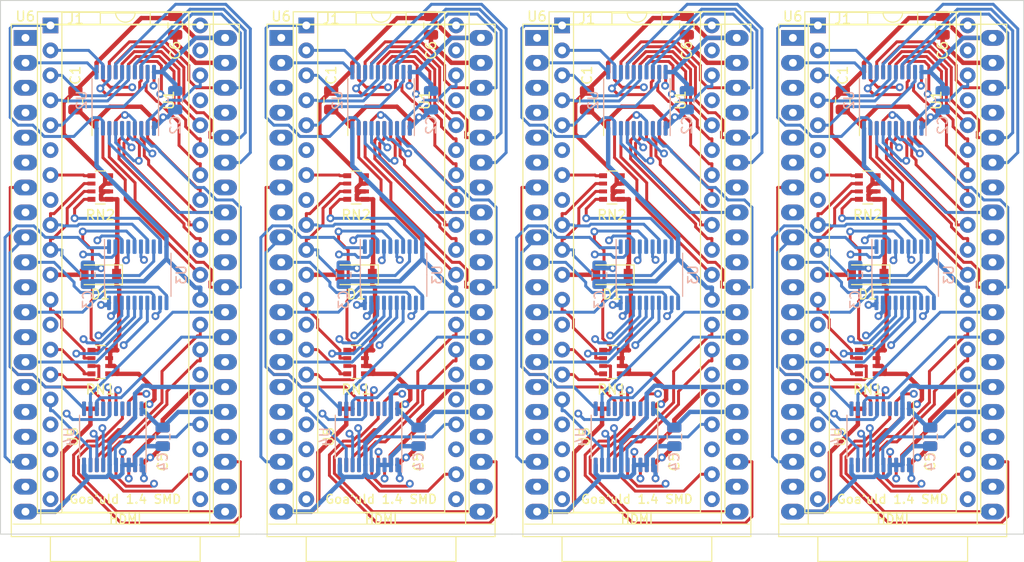
<source format=kicad_pcb>
(kicad_pcb (version 20240108) (generator "pcbnew") (generator_version "8.0")
  (title_block (title "MSX-IDE 2021") (date "2021-08-05") (company "MSXmakers"))
  (layers (0 "F.Cu" signal "Top") (1 "In1.Cu" signal) (2 "In2.Cu" signal) (31 "B.Cu" signal "Bottom") (34 "B.Paste" user) (35 "F.Paste" user) (36 "B.SilkS" user "B.Silkscreen") (37 "F.SilkS" user "F.Silkscreen") (38 "B.Mask" user) (39 "F.Mask" user) (44 "Edge.Cuts" user))
  (net 0 "")
  (net 1 "Board_0-A0")
  (net 2 "Board_0-A1")
  (net 3 "Board_0-A10")
  (net 4 "Board_0-A11")
  (net 5 "Board_0-A12")
  (net 6 "Board_0-A13")
  (net 7 "Board_0-A14")
  (net 8 "Board_0-A15")
  (net 9 "Board_0-A2")
  (net 10 "Board_0-A3")
  (net 11 "Board_0-A4")
  (net 12 "Board_0-A5")
  (net 13 "Board_0-A6")
  (net 14 "Board_0-A7")
  (net 15 "Board_0-A8")
  (net 16 "Board_0-A9")
  (net 17 "Board_0-CLOCK")
  (net 18 "Board_0-CLOCK_33")
  (net 19 "Board_0-D0")
  (net 20 "Board_0-D0_33")
  (net 21 "Board_0-D1")
  (net 22 "Board_0-D1_33")
  (net 23 "Board_0-D2")
  (net 24 "Board_0-D2_33")
  (net 25 "Board_0-D3")
  (net 26 "Board_0-D3_33")
  (net 27 "Board_0-D4")
  (net 28 "Board_0-D4_33")
  (net 29 "Board_0-D5")
  (net 30 "Board_0-D5_33")
  (net 31 "Board_0-D6")
  (net 32 "Board_0-D6_33")
  (net 33 "Board_0-D7")
  (net 34 "Board_0-D7_33")
  (net 35 "Board_0-DATADIR_33")
  (net 36 "Board_0-GND")
  (net 37 "Board_0-INT")
  (net 38 "Board_0-INT_33")
  (net 39 "Board_0-IORQ")
  (net 40 "Board_0-IORQ_33")
  (net 41 "Board_0-M1")
  (net 42 "Board_0-M1_33")
  (net 43 "Board_0-MERQ")
  (net 44 "Board_0-MERQ_33")
  (net 45 "Board_0-MP0_33")
  (net 46 "Board_0-MP1_33")
  (net 47 "Board_0-MP2_33")
  (net 48 "Board_0-MP3_33")
  (net 49 "Board_0-MP4_33")
  (net 50 "Board_0-MP5_33")
  (net 51 "Board_0-MP6_33")
  (net 52 "Board_0-MP7_33")
  (net 53 "Board_0-MSEL0_33")
  (net 54 "Board_0-MSEL1_33")
  (net 55 "Board_0-RD")
  (net 56 "Board_0-RD_33")
  (net 57 "Board_0-RESET")
  (net 58 "Board_0-RESET_33")
  (net 59 "Board_0-RFSH")
  (net 60 "Board_0-RFSH_33")
  (net 61 "Board_0-VCC_3V3")
  (net 62 "Board_0-VCC_4V7")
  (net 63 "Board_0-VCC_5V")
  (net 64 "Board_0-WAIT")
  (net 65 "Board_0-WAIT_33")
  (net 66 "Board_0-WR")
  (net 67 "Board_0-WR_33")
  (net 68 "Board_0-unconnected-(J1-Pad17)")
  (net 69 "Board_0-unconnected-(J1-Pad25)")
  (net 70 "Board_0-unconnected-(U4-Pad14)")
  (net 71 "Board_0-unconnected-(U4-Pad16)")
  (net 72 "Board_0-unconnected-(U4-Pad17)")
  (net 73 "Board_0-unconnected-(U4-Pad18)")
  (net 74 "Board_0-unconnected-(U5-Pad11)")
  (net 75 "Board_0-unconnected-(U5-Pad12)")
  (net 76 "Board_0-unconnected-(U6-Pad27)")
  (net 77 "Board_0-unconnected-(U6-Pad3)")
  (net 78 "Board_0-unconnected-(U6-Pad37)")
  (net 79 "Board_0-unconnected-(U6-Pad4)")
  (net 80 "Board_0-unconnected-(U6-Pad5)")
  (net 81 "Board_1-A0")
  (net 82 "Board_1-A1")
  (net 83 "Board_1-A10")
  (net 84 "Board_1-A11")
  (net 85 "Board_1-A12")
  (net 86 "Board_1-A13")
  (net 87 "Board_1-A14")
  (net 88 "Board_1-A15")
  (net 89 "Board_1-A2")
  (net 90 "Board_1-A3")
  (net 91 "Board_1-A4")
  (net 92 "Board_1-A5")
  (net 93 "Board_1-A6")
  (net 94 "Board_1-A7")
  (net 95 "Board_1-A8")
  (net 96 "Board_1-A9")
  (net 97 "Board_1-CLOCK")
  (net 98 "Board_1-CLOCK_33")
  (net 99 "Board_1-D0")
  (net 100 "Board_1-D0_33")
  (net 101 "Board_1-D1")
  (net 102 "Board_1-D1_33")
  (net 103 "Board_1-D2")
  (net 104 "Board_1-D2_33")
  (net 105 "Board_1-D3")
  (net 106 "Board_1-D3_33")
  (net 107 "Board_1-D4")
  (net 108 "Board_1-D4_33")
  (net 109 "Board_1-D5")
  (net 110 "Board_1-D5_33")
  (net 111 "Board_1-D6")
  (net 112 "Board_1-D6_33")
  (net 113 "Board_1-D7")
  (net 114 "Board_1-D7_33")
  (net 115 "Board_1-DATADIR_33")
  (net 116 "Board_1-GND")
  (net 117 "Board_1-INT")
  (net 118 "Board_1-INT_33")
  (net 119 "Board_1-IORQ")
  (net 120 "Board_1-IORQ_33")
  (net 121 "Board_1-M1")
  (net 122 "Board_1-M1_33")
  (net 123 "Board_1-MERQ")
  (net 124 "Board_1-MERQ_33")
  (net 125 "Board_1-MP0_33")
  (net 126 "Board_1-MP1_33")
  (net 127 "Board_1-MP2_33")
  (net 128 "Board_1-MP3_33")
  (net 129 "Board_1-MP4_33")
  (net 130 "Board_1-MP5_33")
  (net 131 "Board_1-MP6_33")
  (net 132 "Board_1-MP7_33")
  (net 133 "Board_1-MSEL0_33")
  (net 134 "Board_1-MSEL1_33")
  (net 135 "Board_1-RD")
  (net 136 "Board_1-RD_33")
  (net 137 "Board_1-RESET")
  (net 138 "Board_1-RESET_33")
  (net 139 "Board_1-RFSH")
  (net 140 "Board_1-RFSH_33")
  (net 141 "Board_1-VCC_3V3")
  (net 142 "Board_1-VCC_4V7")
  (net 143 "Board_1-VCC_5V")
  (net 144 "Board_1-WAIT")
  (net 145 "Board_1-WAIT_33")
  (net 146 "Board_1-WR")
  (net 147 "Board_1-WR_33")
  (net 148 "Board_1-unconnected-(J1-Pad17)")
  (net 149 "Board_1-unconnected-(J1-Pad25)")
  (net 150 "Board_1-unconnected-(U4-Pad14)")
  (net 151 "Board_1-unconnected-(U4-Pad16)")
  (net 152 "Board_1-unconnected-(U4-Pad17)")
  (net 153 "Board_1-unconnected-(U4-Pad18)")
  (net 154 "Board_1-unconnected-(U5-Pad11)")
  (net 155 "Board_1-unconnected-(U5-Pad12)")
  (net 156 "Board_1-unconnected-(U6-Pad27)")
  (net 157 "Board_1-unconnected-(U6-Pad3)")
  (net 158 "Board_1-unconnected-(U6-Pad37)")
  (net 159 "Board_1-unconnected-(U6-Pad4)")
  (net 160 "Board_1-unconnected-(U6-Pad5)")
  (net 161 "Board_2-A0")
  (net 162 "Board_2-A1")
  (net 163 "Board_2-A10")
  (net 164 "Board_2-A11")
  (net 165 "Board_2-A12")
  (net 166 "Board_2-A13")
  (net 167 "Board_2-A14")
  (net 168 "Board_2-A15")
  (net 169 "Board_2-A2")
  (net 170 "Board_2-A3")
  (net 171 "Board_2-A4")
  (net 172 "Board_2-A5")
  (net 173 "Board_2-A6")
  (net 174 "Board_2-A7")
  (net 175 "Board_2-A8")
  (net 176 "Board_2-A9")
  (net 177 "Board_2-CLOCK")
  (net 178 "Board_2-CLOCK_33")
  (net 179 "Board_2-D0")
  (net 180 "Board_2-D0_33")
  (net 181 "Board_2-D1")
  (net 182 "Board_2-D1_33")
  (net 183 "Board_2-D2")
  (net 184 "Board_2-D2_33")
  (net 185 "Board_2-D3")
  (net 186 "Board_2-D3_33")
  (net 187 "Board_2-D4")
  (net 188 "Board_2-D4_33")
  (net 189 "Board_2-D5")
  (net 190 "Board_2-D5_33")
  (net 191 "Board_2-D6")
  (net 192 "Board_2-D6_33")
  (net 193 "Board_2-D7")
  (net 194 "Board_2-D7_33")
  (net 195 "Board_2-DATADIR_33")
  (net 196 "Board_2-GND")
  (net 197 "Board_2-INT")
  (net 198 "Board_2-INT_33")
  (net 199 "Board_2-IORQ")
  (net 200 "Board_2-IORQ_33")
  (net 201 "Board_2-M1")
  (net 202 "Board_2-M1_33")
  (net 203 "Board_2-MERQ")
  (net 204 "Board_2-MERQ_33")
  (net 205 "Board_2-MP0_33")
  (net 206 "Board_2-MP1_33")
  (net 207 "Board_2-MP2_33")
  (net 208 "Board_2-MP3_33")
  (net 209 "Board_2-MP4_33")
  (net 210 "Board_2-MP5_33")
  (net 211 "Board_2-MP6_33")
  (net 212 "Board_2-MP7_33")
  (net 213 "Board_2-MSEL0_33")
  (net 214 "Board_2-MSEL1_33")
  (net 215 "Board_2-RD")
  (net 216 "Board_2-RD_33")
  (net 217 "Board_2-RESET")
  (net 218 "Board_2-RESET_33")
  (net 219 "Board_2-RFSH")
  (net 220 "Board_2-RFSH_33")
  (net 221 "Board_2-VCC_3V3")
  (net 222 "Board_2-VCC_4V7")
  (net 223 "Board_2-VCC_5V")
  (net 224 "Board_2-WAIT")
  (net 225 "Board_2-WAIT_33")
  (net 226 "Board_2-WR")
  (net 227 "Board_2-WR_33")
  (net 228 "Board_2-unconnected-(J1-Pad17)")
  (net 229 "Board_2-unconnected-(J1-Pad25)")
  (net 230 "Board_2-unconnected-(U4-Pad14)")
  (net 231 "Board_2-unconnected-(U4-Pad16)")
  (net 232 "Board_2-unconnected-(U4-Pad17)")
  (net 233 "Board_2-unconnected-(U4-Pad18)")
  (net 234 "Board_2-unconnected-(U5-Pad11)")
  (net 235 "Board_2-unconnected-(U5-Pad12)")
  (net 236 "Board_2-unconnected-(U6-Pad27)")
  (net 237 "Board_2-unconnected-(U6-Pad3)")
  (net 238 "Board_2-unconnected-(U6-Pad37)")
  (net 239 "Board_2-unconnected-(U6-Pad4)")
  (net 240 "Board_2-unconnected-(U6-Pad5)")
  (net 241 "Board_3-A0")
  (net 242 "Board_3-A1")
  (net 243 "Board_3-A10")
  (net 244 "Board_3-A11")
  (net 245 "Board_3-A12")
  (net 246 "Board_3-A13")
  (net 247 "Board_3-A14")
  (net 248 "Board_3-A15")
  (net 249 "Board_3-A2")
  (net 250 "Board_3-A3")
  (net 251 "Board_3-A4")
  (net 252 "Board_3-A5")
  (net 253 "Board_3-A6")
  (net 254 "Board_3-A7")
  (net 255 "Board_3-A8")
  (net 256 "Board_3-A9")
  (net 257 "Board_3-CLOCK")
  (net 258 "Board_3-CLOCK_33")
  (net 259 "Board_3-D0")
  (net 260 "Board_3-D0_33")
  (net 261 "Board_3-D1")
  (net 262 "Board_3-D1_33")
  (net 263 "Board_3-D2")
  (net 264 "Board_3-D2_33")
  (net 265 "Board_3-D3")
  (net 266 "Board_3-D3_33")
  (net 267 "Board_3-D4")
  (net 268 "Board_3-D4_33")
  (net 269 "Board_3-D5")
  (net 270 "Board_3-D5_33")
  (net 271 "Board_3-D6")
  (net 272 "Board_3-D6_33")
  (net 273 "Board_3-D7")
  (net 274 "Board_3-D7_33")
  (net 275 "Board_3-DATADIR_33")
  (net 276 "Board_3-GND")
  (net 277 "Board_3-INT")
  (net 278 "Board_3-INT_33")
  (net 279 "Board_3-IORQ")
  (net 280 "Board_3-IORQ_33")
  (net 281 "Board_3-M1")
  (net 282 "Board_3-M1_33")
  (net 283 "Board_3-MERQ")
  (net 284 "Board_3-MERQ_33")
  (net 285 "Board_3-MP0_33")
  (net 286 "Board_3-MP1_33")
  (net 287 "Board_3-MP2_33")
  (net 288 "Board_3-MP3_33")
  (net 289 "Board_3-MP4_33")
  (net 290 "Board_3-MP5_33")
  (net 291 "Board_3-MP6_33")
  (net 292 "Board_3-MP7_33")
  (net 293 "Board_3-MSEL0_33")
  (net 294 "Board_3-MSEL1_33")
  (net 295 "Board_3-RD")
  (net 296 "Board_3-RD_33")
  (net 297 "Board_3-RESET")
  (net 298 "Board_3-RESET_33")
  (net 299 "Board_3-RFSH")
  (net 300 "Board_3-RFSH_33")
  (net 301 "Board_3-VCC_3V3")
  (net 302 "Board_3-VCC_4V7")
  (net 303 "Board_3-VCC_5V")
  (net 304 "Board_3-WAIT")
  (net 305 "Board_3-WAIT_33")
  (net 306 "Board_3-WR")
  (net 307 "Board_3-WR_33")
  (net 308 "Board_3-unconnected-(J1-Pad17)")
  (net 309 "Board_3-unconnected-(J1-Pad25)")
  (net 310 "Board_3-unconnected-(U4-Pad14)")
  (net 311 "Board_3-unconnected-(U4-Pad16)")
  (net 312 "Board_3-unconnected-(U4-Pad17)")
  (net 313 "Board_3-unconnected-(U4-Pad18)")
  (net 314 "Board_3-unconnected-(U5-Pad11)")
  (net 315 "Board_3-unconnected-(U5-Pad12)")
  (net 316 "Board_3-unconnected-(U6-Pad27)")
  (net 317 "Board_3-unconnected-(U6-Pad3)")
  (net 318 "Board_3-unconnected-(U6-Pad37)")
  (net 319 "Board_3-unconnected-(U6-Pad4)")
  (net 320 "Board_3-unconnected-(U6-Pad5)")
  (footprint "Diode_SMD:D_SOD-123" (layer "F.Cu") (at 132.625 47.94 180)
    (property "Reference" "D1")
    (property "Value" "MBR130")
  )
  (footprint "Capacitor_SMD:C_0805_2012Metric" (layer "F.Cu") (at 138.975 64.45 90)
    (property "Reference" "C5")
    (property "Value" "100n")
  )
  (footprint "Diode_SMD:D_SOD-123" (layer "F.Cu") (at 106.59 47.94 180)
    (property "Reference" "D1")
    (property "Value" "MBR130")
  )
  (footprint "Resistor_SMD:R_Array_Convex_4x0603" (layer "F.Cu") (at 184.695 39.05 180)
    (property "Reference" "RN2")
    (property "Value" "R_Pack04")
  )
  (footprint "Package_SO:TSSOP-20_4.4x6.5mm_P0.65mm" (layer "F.Cu") (at 159.93 64.45 -90)
    (property "Reference" "U5")
    (property "Value" "SN74HC245")
  )
  (footprint "Package_DIP:DIP-40_W15.24mm_Socket" (layer "F.Cu") (at 153.59 22.54)
    (property "Reference" "J1")
    (property "Value" "Z80CPU")
  )
  (footprint "Capacitor_SMD:C_0805_2012Metric" (layer "F.Cu") (at 165.01 64.45 90)
    (property "Reference" "C5")
    (property "Value" "100n")
  )
  (footprint "Mis_huellas:Tang_Nano_20k" (layer "F.Cu") (at 151.04 23.81)
    (property "Reference" "U6")
    (property "Value" "Tang_Nano_20k")
  )
  (footprint "Package_SO:TSSOP-20_4.4x6.5mm_P0.65mm" (layer "F.Cu") (at 133.895 64.45 -90)
    (property "Reference" "U5")
    (property "Value" "SN74HC245")
  )
  (footprint "Package_DIP:DIP-40_W15.24mm_Socket" (layer "F.Cu") (at 127.555 22.54)
    (property "Reference" "J1")
    (property "Value" "Z80CPU")
  )
  (footprint "Package_SO:TSSOP-20_4.4x6.5mm_P0.65mm" (layer "F.Cu") (at 109.13 30.16 90)
    (property "Reference" "U1")
    (property "Value" "74HC373")
  )
  (footprint "Resistor_SMD:R_Array_Convex_4x0603" (layer "F.Cu") (at 132.625 39.05 180)
    (property "Reference" "RN2")
    (property "Value" "R_Pack04")
  )
  (footprint "Package_DIP:DIP-40_W15.24mm_Socket" (layer "F.Cu") (at 179.625 22.54)
    (property "Reference" "J1")
    (property "Value" "Z80CPU")
  )
  (footprint "Capacitor_SMD:C_0805_2012Metric" (layer "F.Cu") (at 192.315 22.54 -90)
    (property "Reference" "C6")
    (property "Value" "100n")
  )
  (footprint "Resistor_SMD:R_Array_Convex_4x0603" (layer "F.Cu") (at 106.59 56.83 180)
    (property "Reference" "RN1")
    (property "Value" "R_Pack04")
  )
  (footprint "Mis_huellas:Tang_Nano_20k" (layer "F.Cu") (at 177.075 23.81)
    (property "Reference" "U6")
    (property "Value" "Tang_Nano_20k")
  )
  (footprint "Capacitor_SMD:C_0805_2012Metric" (layer "F.Cu") (at 191.045 64.45 90)
    (property "Reference" "C5")
    (property "Value" "100n")
  )
  (footprint "Package_SO:TSSOP-20_4.4x6.5mm_P0.65mm" (layer "F.Cu") (at 161.2 30.16 90)
    (property "Reference" "U1")
    (property "Value" "74HC373")
  )
  (footprint "Resistor_SMD:R_Array_Convex_4x0603" (layer "F.Cu") (at 132.625 56.83 180)
    (property "Reference" "RN1")
    (property "Value" "R_Pack04")
  )
  (footprint "Capacitor_SMD:C_0805_2012Metric" (layer "F.Cu") (at 140.245 22.54 -90)
    (property "Reference" "C6")
    (property "Value" "100n")
  )
  (footprint "Capacitor_SMD:C_0805_2012Metric" (layer "F.Cu") (at 104.05 30.16 -90)
    (property "Reference" "C1")
    (property "Value" "100n")
  )
  (footprint "Capacitor_SMD:C_0805_2012Metric" (layer "F.Cu") (at 156.12 30.16 -90)
    (property "Reference" "C1")
    (property "Value" "100n")
  )
  (footprint "Package_DIP:DIP-40_W15.24mm_Socket" (layer "F.Cu") (at 101.52 22.54)
    (property "Reference" "J1")
    (property "Value" "Z80CPU")
  )
  (footprint "Resistor_SMD:R_Array_Convex_4x0603" (layer "F.Cu") (at 184.695 56.83 180)
    (property "Reference" "RN1")
    (property "Value" "R_Pack04")
  )
  (footprint "Capacitor_SMD:C_0805_2012Metric" (layer "F.Cu") (at 112.94 64.45 90)
    (property "Reference" "C5")
    (property "Value" "100n")
  )
  (footprint "Capacitor_SMD:C_0805_2012Metric" (layer "F.Cu") (at 182.155 30.16 -90)
    (property "Reference" "C1")
    (property "Value" "100n")
  )
  (footprint "Capacitor_SMD:C_0805_2012Metric" (layer "F.Cu") (at 166.28 22.54 -90)
    (property "Reference" "C6")
    (property "Value" "100n")
  )
  (footprint "Package_SO:TSSOP-20_4.4x6.5mm_P0.65mm" (layer "F.Cu") (at 107.86 64.45 -90)
    (property "Reference" "U5")
    (property "Value" "SN74HC245")
  )
  (footprint "Mis_huellas:Tang_Nano_20k" (layer "F.Cu") (at 98.97 23.81)
    (property "Reference" "U6")
    (property "Value" "Tang_Nano_20k")
  )
  (footprint "Package_SO:TSSOP-20_4.4x6.5mm_P0.65mm" (layer "F.Cu") (at 187.235 30.16 90)
    (property "Reference" "U1")
    (property "Value" "74HC373")
  )
  (footprint "Resistor_SMD:R_Array_Convex_4x0603" (layer "F.Cu") (at 106.59 39.05 180)
    (property "Reference" "RN2")
    (property "Value" "R_Pack04")
  )
  (footprint "Capacitor_SMD:C_0805_2012Metric" (layer "F.Cu") (at 130.085 30.16 -90)
    (property "Reference" "C1")
    (property "Value" "100n")
  )
  (footprint "Package_SO:TSSOP-20_4.4x6.5mm_P0.65mm" (layer "F.Cu") (at 135.165 30.16 90)
    (property "Reference" "U1")
    (property "Value" "74HC373")
  )
  (footprint "Resistor_SMD:R_Array_Convex_4x0603" (layer "F.Cu") (at 158.66 56.83 180)
    (property "Reference" "RN1")
    (property "Value" "R_Pack04")
  )
  (footprint "Capacitor_SMD:C_0805_2012Metric" (layer "F.Cu") (at 114.21 22.54 -90)
    (property "Reference" "C6")
    (property "Value" "100n")
  )
  (footprint "Package_SO:TSSOP-20_4.4x6.5mm_P0.65mm" (layer "F.Cu") (at 185.965 64.45 -90)
    (property "Reference" "U5")
    (property "Value" "SN74HC245")
  )
  (footprint "Resistor_SMD:R_Array_Convex_4x0603" (layer "F.Cu") (at 158.66 39.05 180)
    (property "Reference" "RN2")
    (property "Value" "R_Pack04")
  )
  (footprint "Diode_SMD:D_SOD-123" (layer "F.Cu") (at 158.66 47.94 180)
    (property "Reference" "D1")
    (property "Value" "MBR130")
  )
  (footprint "Mis_huellas:Tang_Nano_20k" (layer "F.Cu") (at 125.005 23.81)
    (property "Reference" "U6")
    (property "Value" "Tang_Nano_20k")
  )
  (footprint "Diode_SMD:D_SOD-123" (layer "F.Cu") (at 184.695 47.94 180)
    (property "Reference" "D1")
    (property "Value" "MBR130")
  )
  (footprint "Package_SO:TSSOP-20_4.4x6.5mm_P0.65mm" (layer "B.Cu") (at 107.86 64.45 90)
    (property "Reference" "U4")
    (property "Value" "SN74LVC245A")
  )
  (footprint "Package_SO:TSSOP-20_4.4x6.5mm_P0.65mm" (layer "B.Cu") (at 188.505 47.94 -90)
    (property "Reference" "U3")
    (property "Value" "SN74LVC245A")
  )
  (footprint "Package_SO:TSSOP-20_4.4x6.5mm_P0.65mm" (layer "B.Cu") (at 133.895 64.45 90)
    (property "Reference" "U4")
    (property "Value" "SN74LVC245A")
  )
  (footprint "Capacitor_SMD:C_0805_2012Metric" (layer "B.Cu") (at 192.315 30.16 -90)
    (property "Reference" "C2")
    (property "Value" "100n")
  )
  (footprint "Capacitor_SMD:C_0805_2012Metric" (layer "B.Cu") (at 114.21 30.16 -90)
    (property "Reference" "C2")
    (property "Value" "100n")
  )
  (footprint "Package_SO:TSSOP-20_4.4x6.5mm_P0.65mm" (layer "B.Cu") (at 136.435 47.94 -90)
    (property "Reference" "U3")
    (property "Value" "SN74LVC245A")
  )
  (footprint "Capacitor_SMD:C_0805_2012Metric" (layer "B.Cu") (at 191.045 64.45 -90)
    (property "Reference" "C4")
    (property "Value" "100n")
  )
  (footprint "Capacitor_SMD:C_0805_2012Metric" (layer "B.Cu") (at 112.94 64.45 -90)
    (property "Reference" "C4")
    (property "Value" "100n")
  )
  (footprint "Capacitor_SMD:C_0805_2012Metric" (layer "B.Cu") (at 166.28 30.16 -90)
    (property "Reference" "C2")
    (property "Value" "100n")
  )
  (footprint "Capacitor_SMD:C_0805_2012Metric" (layer "B.Cu") (at 157.39 47.94 -90)
    (property "Reference" "C3")
    (property "Value" "100n")
  )
  (footprint "Capacitor_SMD:C_0805_2012Metric" (layer "B.Cu") (at 131.355 47.94 -90)
    (property "Reference" "C3")
    (property "Value" "100n")
  )
  (footprint "Capacitor_SMD:C_0805_2012Metric" (layer "B.Cu") (at 105.32 47.94 -90)
    (property "Reference" "C3")
    (property "Value" "100n")
  )
  (footprint "Package_SO:TSSOP-20_4.4x6.5mm_P0.65mm" (layer "B.Cu") (at 135.165 30.16 90)
    (property "Reference" "U2")
    (property "Value" "74HC373")
  )
  (footprint "Capacitor_SMD:C_0805_2012Metric" (layer "B.Cu") (at 165.01 64.45 -90)
    (property "Reference" "C4")
    (property "Value" "100n")
  )
  (footprint "Package_SO:TSSOP-20_4.4x6.5mm_P0.65mm" (layer "B.Cu") (at 110.4 47.94 -90)
    (property "Reference" "U3")
    (property "Value" "SN74LVC245A")
  )
  (footprint "Package_SO:TSSOP-20_4.4x6.5mm_P0.65mm" (layer "B.Cu") (at 185.965 64.45 90)
    (property "Reference" "U4")
    (property "Value" "SN74LVC245A")
  )
  (footprint "Capacitor_SMD:C_0805_2012Metric" (layer "B.Cu") (at 140.245 30.16 -90)
    (property "Reference" "C2")
    (property "Value" "100n")
  )
  (footprint "Capacitor_SMD:C_0805_2012Metric" (layer "B.Cu") (at 183.425 47.94 -90)
    (property "Reference" "C3")
    (property "Value" "100n")
  )
  (footprint "Capacitor_SMD:C_0805_2012Metric" (layer "B.Cu") (at 138.975 64.45 -90)
    (property "Reference" "C4")
    (property "Value" "100n")
  )
  (footprint "Package_SO:TSSOP-20_4.4x6.5mm_P0.65mm" (layer "B.Cu") (at 161.2 30.16 90)
    (property "Reference" "U2")
    (property "Value" "74HC373")
  )
  (footprint "Package_SO:TSSOP-20_4.4x6.5mm_P0.65mm" (layer "B.Cu") (at 159.93 64.45 90)
    (property "Reference" "U4")
    (property "Value" "SN74LVC245A")
  )
  (footprint "Package_SO:TSSOP-20_4.4x6.5mm_P0.65mm" (layer "B.Cu") (at 187.235 30.16 90)
    (property "Reference" "U2")
    (property "Value" "74HC373")
  )
  (footprint "Package_SO:TSSOP-20_4.4x6.5mm_P0.65mm" (layer "B.Cu") (at 109.13 30.16 90)
    (property "Reference" "U2")
    (property "Value" "74HC373")
  )
  (footprint "Package_SO:TSSOP-20_4.4x6.5mm_P0.65mm" (layer "B.Cu") (at 162.47 47.94 -90)
    (property "Reference" "U3")
    (property "Value" "SN74LVC245A")
  )
  (gr_line (start 148.5 20) (end 122.465 20) (stroke (width 0.1)) (layer "Edge.Cuts"))
  (gr_line (start 122.465 74.356) (end 148.5 74.356) (stroke (width 0.1)) (layer "Edge.Cuts"))
  (gr_line (start 96.43 74.356) (end 122.465 74.356) (stroke (width 0.1)) (layer "Edge.Cuts"))
  (gr_line (start 174.535 74.356) (end 200.57 74.356) (stroke (width 0.1)) (layer "Edge.Cuts"))
  (gr_line (start 174.535 20) (end 148.5 20) (stroke (width 0.1)) (layer "Edge.Cuts"))
  (gr_line (start 96.43 20) (end 96.43 74.356) (stroke (width 0.1)) (layer "Edge.Cuts"))
  (gr_line (start 200.57 20) (end 174.535 20) (stroke (width 0.1)) (layer "Edge.Cuts"))
  (gr_line (start 122.465 20) (end 96.43 20) (stroke (width 0.1)) (layer "Edge.Cuts"))
  (gr_line (start 148.5 74.356) (end 174.535 74.356) (stroke (width 0.1)) (layer "Edge.Cuts"))
  (gr_line (start 200.57 74.356) (end 200.57 20) (stroke (width 0.1)) (layer "Edge.Cuts"))
  (gr_text "HDMI" (at 135.165 72.832 0) (layer "F.SilkS") (effects (font (size 0.9 0.9))))
  (gr_text "HDMI" (at 187.235 72.832 0) (layer "F.SilkS") (effects (font (size 0.9 0.9))))
  (gr_text "Goa'uld 1.4 SMD" (at 135.165 70.8 0) (layer "F.SilkS") (effects (font (size 0.9 0.9))))
  (gr_text "Goa'uld 1.4 SMD" (at 109.13 70.8 0) (layer "F.SilkS") (effects (font (size 0.9 0.9))))
  (gr_text "Goa'uld 1.4 SMD" (at 187.235 70.8 0) (layer "F.SilkS") (effects (font (size 0.9 0.9))))
  (gr_text "HDMI" (at 109.13 72.832 0) (layer "F.SilkS") (effects (font (size 0.9 0.9))))
  (gr_text "HDMI" (at 161.2 72.832 0) (layer "F.SilkS") (effects (font (size 0.9 0.9))))
  (gr_text "Goa'uld 1.4 SMD" (at 161.2 70.8 0) (layer "F.SilkS") (effects (font (size 0.9 0.9))))
  (segment (start 109.1268 40.3068) (end 116.76 47.94) (width 0.3) (layer "F.Cu") (net 1))
  (segment (start 106.855 33.0225) (end 106.855 36.0055) (width 0.3) (layer "F.Cu") (net 1))
  (segment (start 106.855 36.0055) (end 109.1268 38.2773) (width 0.3) (layer "F.Cu") (net 1))
  (segment (start 109.1268 38.2773) (end 109.1268 40.3068) (width 0.3) (layer "F.Cu") (net 1))
  (segment (start 108.4924 36.1332) (end 115.1098 42.7506) (width 0.3) (layer "F.Cu") (net 2))
  (segment (start 115.1098 43.0671) (end 116.2926 44.2499) (width 0.3) (layer "F.Cu") (net 2))
  (segment (start 116.76 45.4) (end 116.76 44.2499) (width 0.3) (layer "F.Cu") (net 2))
  (segment (start 108.4924 34.2416) (end 108.4924 36.1332) (width 0.3) (layer "F.Cu") (net 2))
  (segment (start 108.805 33.0225) (end 108.805 33.929) (width 0.3) (layer "F.Cu") (net 2))
  (segment (start 108.805 33.929) (end 108.4924 34.2416) (width 0.3) (layer "F.Cu") (net 2))
  (segment (start 116.2926 44.2499) (end 116.76 44.2499) (width 0.3) (layer "F.Cu") (net 2))
  (segment (start 115.1098 42.7506) (end 115.1098 43.0671) (width 0.3) (layer "F.Cu") (net 2))
  (via (at 109.7709 34.9702) (size 0.8) (drill 0.4) (layers "F.Cu" "B.Cu") (net 3))
  (segment (start 109.7709 34.9702) (end 108.805 34.0043) (width 0.3) (layer "B.Cu") (net 3))
  (segment (start 108.805 34.0043) (end 108.805 33.0225) (width 0.3) (layer "B.Cu") (net 3))
  (segment (start 103.8992 33.8509) (end 100.8775 33.8509) (width 0.3) (layer "B.Cu") (net 4))
  (segment (start 106.855 33.0225) (end 106.855 32.2856) (width 0.3) (layer "B.Cu") (net 4))
  (segment (start 99.7266 32.7) (end 98.2127 32.7) (width 0.3) (layer "B.Cu") (net 4))
  (segment (start 98.2127 32.7) (end 97.4198 31.9071) (width 0.3) (layer "B.Cu") (net 4))
  (segment (start 105.8158 31.9343) (end 103.8992 33.8509) (width 0.3) (layer "B.Cu") (net 4))
  (segment (start 106.855 32.2856) (end 106.5037 31.9343) (width 0.3) (layer "B.Cu") (net 4))
  (segment (start 100.8775 33.8509) (end 99.7266 32.7) (width 0.3) (layer "B.Cu") (net 4))
  (segment (start 97.4198 22.8379) (end 97.7177 22.54) (width 0.3) (layer "B.Cu") (net 4))
  (segment (start 106.5037 31.9343) (end 105.8158 31.9343) (width 0.3) (layer "B.Cu") (net 4))
  (segment (start 97.7177 22.54) (end 101.52 22.54) (width 0.3) (layer "B.Cu") (net 4))
  (segment (start 97.4198 31.9071) (end 97.4198 22.8379) (width 0.3) (layer "B.Cu") (net 4))
  (segment (start 105.4051 25.08) (end 101.52 25.08) (width 0.3) (layer "B.Cu") (net 5))
  (segment (start 106.855 26.5299) (end 105.4051 25.08) (width 0.3) (layer "B.Cu") (net 5))
  (segment (start 106.855 27.2975) (end 106.855 26.5299) (width 0.3) (layer "B.Cu") (net 5))
  (segment (start 101.52 27.62) (end 102.6701 27.62) (width 0.3) (layer "B.Cu") (net 6))
  (segment (start 104.7571 29.707) (end 102.6701 27.62) (width 0.3) (layer "B.Cu") (net 6))
  (segment (start 108.805 27.2975) (end 108.805 28.0306) (width 0.3) (layer "B.Cu") (net 6))
  (segment (start 108.805 28.0306) (end 107.1286 29.707) (width 0.3) (layer "B.Cu") (net 6))
  (segment (start 107.1286 29.707) (end 104.7571 29.707) (width 0.3) (layer "B.Cu") (net 6))
  (segment (start 102.6701 30.16) (end 102.7455 30.2354) (width 0.3) (layer "B.Cu") (net 7))
  (segment (start 102.7455 30.2354) (end 107.3247 30.2354) (width 0.3) (layer "B.Cu") (net 7))
  (segment (start 101.52 30.16) (end 102.6701 30.16) (width 0.3) (layer "B.Cu") (net 7))
  (segment (start 107.3247 30.2354) (end 109.455 28.1051) (width 0.3) (layer "B.Cu") (net 7))
  (segment (start 109.455 28.1051) (end 109.455 27.2975) (width 0.3) (layer "B.Cu") (net 7))
  (segment (start 111.405 27.2975) (end 111.405 28.2196) (width 0.3) (layer "B.Cu") (net 8))
  (segment (start 101.52 32.7) (end 102.6701 32.7) (width 0.3) (layer "B.Cu") (net 8))
  (segment (start 111.0965 28.5281) (end 111.0965 28.6846) (width 0.3) (layer "B.Cu") (net 8))
  (segment (start 111.0965 28.6846) (end 108.97 30.8111) (width 0.3) (layer "B.Cu") (net 8))
  (segment (start 104.559 30.8111) (end 102.6701 32.7) (width 0.3) (layer "B.Cu") (net 8))
  (segment (start 108.97 30.8111) (end 104.559 30.8111) (width 0.3) (layer "B.Cu") (net 8))
  (segment (start 111.405 28.2196) (end 111.0965 28.5281) (width 0.3) (layer "B.Cu") (net 8))
  (segment (start 115.6099 42.86) (end 115.6099 42.5435) (width 0.3) (layer "F.Cu") (net 9))
  (segment (start 109.455 34.0646) (end 109.455 33.0225) (width 0.3) (layer "F.Cu") (net 9))
  (segment (start 108.9925 35.9261) (end 108.9925 34.5271) (width 0.3) (layer "F.Cu") (net 9))
  (segment (start 115.6099 42.5435) (end 108.9925 35.9261) (width 0.3) (layer "F.Cu") (net 9))
  (segment (start 116.76 42.86) (end 115.6099 42.86) (width 0.3) (layer "F.Cu") (net 9))
  (segment (start 108.9925 34.5271) (end 109.455 34.0646) (width 0.3) (layer "F.Cu") (net 9))
  (segment (start 116.5184 39.1699) (end 112.6384 35.2899) (width 0.3) (layer "F.Cu") (net 10))
  (segment (start 116.76 39.1699) (end 116.5184 39.1699) (width 0.3) (layer "F.Cu") (net 10))
  (segment (start 111.405 34.0407) (end 111.405 33.0225) (width 0.3) (layer "F.Cu") (net 10))
  (segment (start 112.6384 35.2899) (end 112.6384 35.2741) (width 0.3) (layer "F.Cu") (net 10))
  (segment (start 112.6384 35.2741) (end 111.405 34.0407) (width 0.3) (layer "F.Cu") (net 10))
  (segment (start 116.76 40.32) (end 116.76 39.1699) (width 0.3) (layer "F.Cu") (net 10))
  (segment (start 114.6002 34.7577) (end 116.4724 36.6299) (width 0.3) (layer "F.Cu") (net 11))
  (segment (start 112.3395 30.2811) (end 112.4507 30.2811) (width 0.3) (layer "F.Cu") (net 11))
  (segment (start 116.4724 36.6299) (end 116.76 36.6299) (width 0.3) (layer "F.Cu") (net 11))
  (segment (start 111.405 27.2975) (end 111.405 28.2196) (width 0.3) (layer "F.Cu") (net 11))
  (segment (start 116.76 37.78) (end 116.76 36.6299) (width 0.3) (layer "F.Cu") (net 11))
  (segment (start 111.2507 29.1923) (end 112.3395 30.2811) (width 0.3) (layer "F.Cu") (net 11))
  (segment (start 111.2507 28.3739) (end 111.2507 29.1923) (width 0.3) (layer "F.Cu") (net 11))
  (segment (start 111.405 28.2196) (end 111.2507 28.3739) (width 0.3) (layer "F.Cu") (net 11))
  (segment (start 112.4507 30.2811) (end 114.6002 32.4306) (width 0.3) (layer "F.Cu") (net 11))
  (segment (start 114.6002 32.4306) (end 114.6002 34.7577) (width 0.3) (layer "F.Cu") (net 11))
  (segment (start 116.76 35.24) (end 116.76 34.0899) (width 0.3) (layer "F.Cu") (net 12))
  (segment (start 112.575 25.7094) (end 110.2472 25.7094) (width 0.3) (layer "F.Cu") (net 12))
  (segment (start 110.2472 25.7094) (end 109.455 26.5016) (width 0.3) (layer "F.Cu") (net 12))
  (segment (start 115.2772 32.1624) (end 114.0905 30.9757) (width 0.3) (layer "F.Cu") (net 12))
  (segment (start 115.2772 32.8574) (end 115.2772 32.1624) (width 0.3) (layer "F.Cu") (net 12))
  (segment (start 114.0905 30.9757) (end 114.0905 27.2249) (width 0.3) (layer "F.Cu") (net 12))
  (segment (start 109.455 26.5016) (end 109.455 27.2975) (width 0.3) (layer "F.Cu") (net 12))
  (segment (start 116.5097 34.0899) (end 115.2772 32.8574) (width 0.3) (layer "F.Cu") (net 12))
  (segment (start 114.0905 27.2249) (end 112.575 25.7094) (width 0.3) (layer "F.Cu") (net 12))
  (segment (start 116.76 34.0899) (end 116.5097 34.0899) (width 0.3) (layer "F.Cu") (net 12))
  (segment (start 114.5906 30.5306) (end 114.5906 27.0178) (width 0.3) (layer "F.Cu") (net 13))
  (segment (start 112.7821 25.2093) (end 110.0402 25.2093) (width 0.3) (layer "F.Cu") (net 13))
  (segment (start 114.5906 27.0178) (end 112.7821 25.2093) (width 0.3) (layer "F.Cu") (net 13))
  (segment (start 108.805 26.4445) (end 108.805 27.2975) (width 0.3) (layer "F.Cu") (net 13))
  (segment (start 110.0402 25.2093) (end 108.805 26.4445) (width 0.3) (layer "F.Cu") (net 13))
  (segment (start 116.76 32.7) (end 114.5906 30.5306) (width 0.3) (layer "F.Cu") (net 13))
  (segment (start 106.855 27.2975) (end 106.855 28.083) (width 0.3) (layer "F.Cu") (net 14))
  (segment (start 107.6109 28.8389) (end 109.8359 28.8389) (width 0.3) (layer "F.Cu") (net 14))
  (segment (start 106.855 28.083) (end 107.6109 28.8389) (width 0.3) (layer "F.Cu") (net 14))
  (via (at 109.8359 28.8389) (size 0.8) (drill 0.4) (layers "F.Cu" "B.Cu") (net 14))
  (segment (start 116.76 27.62) (end 116.76 28.7701) (width 0.3) (layer "B.Cu") (net 15))
  (segment (start 113.5346 30.16) (end 114.8532 30.16) (width 0.3) (layer "B.Cu") (net 15))
  (segment (start 116.2431 28.7701) (end 116.76 28.7701) (width 0.3) (layer "B.Cu") (net 15))
  (segment (start 111.405 33.0225) (end 111.405 32.2896) (width 0.3) (layer "B.Cu") (net 15))
  (segment (start 114.8532 30.16) (end 116.2431 28.7701) (width 0.3) (layer "B.Cu") (net 15))
  (segment (start 111.405 32.2896) (end 113.5346 30.16) (width 0.3) (layer "B.Cu") (net 15))
  (via (at 111.8883 35.5847) (size 0.8) (drill 0.4) (layers "F.Cu" "B.Cu") (net 16))
  (segment (start 109.455 33.7501) (end 109.8808 34.1759) (width 0.3) (layer "B.Cu") (net 16))
  (segment (start 109.8808 34.1759) (end 110.3339 34.1759) (width 0.3) (layer "B.Cu") (net 16))
  (segment (start 109.455 33.0225) (end 109.455 33.7501) (width 0.3) (layer "B.Cu") (net 16))
  (segment (start 110.3339 34.1759) (end 111.7427 35.5847) (width 0.3) (layer "B.Cu") (net 16))
  (segment (start 111.7427 35.5847) (end 111.8883 35.5847) (width 0.3) (layer "B.Cu") (net 16))
  (via (at 105.9097 64.1288) (size 0.8) (drill 0.4) (layers "F.Cu" "B.Cu") (net 17))
  (segment (start 106.235 64.4541) (end 105.9097 64.1288) (width 0.3) (layer "B.Cu") (net 17))
  (segment (start 106.235 67.3125) (end 106.235 64.4541) (width 0.3) (layer "B.Cu") (net 17))
  (segment (start 113.9706 51.75) (end 119.29 51.75) (width 0.3) (layer "B.Cu") (net 18))
  (segment (start 105.585 61.5875) (end 105.585 60.1356) (width 0.3) (layer "B.Cu") (net 18))
  (segment (start 105.585 60.1356) (end 113.9706 51.75) (width 0.3) (layer "B.Cu") (net 18))
  (segment (start 102.6701 55.56) (end 104.9399 57.8298) (width 0.3) (layer "F.Cu") (net 19))
  (segment (start 105.69 58.03) (end 104.9399 58.03) (width 0.3) (layer "F.Cu") (net 19))
  (segment (start 104.9399 57.8298) (end 104.9399 58.03) (width 0.3) (layer "F.Cu") (net 19))
  (segment (start 101.52 55.56) (end 102.6701 55.56) (width 0.3) (layer "F.Cu") (net 19))
  (via (at 104.8422 45.8704) (size 0.8) (drill 0.4) (layers "F.Cu" "B.Cu") (net 19))
  (segment (start 108.125 45.803) (end 107.7606 46.1674) (width 0.3) (layer "B.Cu") (net 19))
  (segment (start 107.7606 46.1674) (end 106.7712 46.1674) (width 0.3) (layer "B.Cu") (net 19))
  (segment (start 108.125 45.0775) (end 108.125 45.803) (width 0.3) (layer "B.Cu") (net 19))
  (segment (start 106.4742 45.8704) (end 104.8422 45.8704) (width 0.3) (layer "B.Cu") (net 19))
  (segment (start 106.7712 46.1674) (end 106.4742 45.8704) (width 0.3) (layer "B.Cu") (net 19))
  (via (at 106.4051 54.1201) (size 0.8) (drill 0.4) (layers "F.Cu" "B.Cu") (net 20))
  (segment (start 108.775 50.8025) (end 108.775 52.104) (width 0.3) (layer "B.Cu") (net 20))
  (segment (start 108.775 52.104) (end 106.7589 54.1201) (width 0.3) (layer "B.Cu") (net 20))
  (segment (start 106.7589 54.1201) (end 106.4051 54.1201) (width 0.3) (layer "B.Cu") (net 20))
  (segment (start 102.6701 58.1) (end 103.2003 58.6302) (width 0.3) (layer "F.Cu") (net 21))
  (segment (start 106.2413 58.6302) (end 106.4401 58.4314) (width 0.3) (layer "F.Cu") (net 21))
  (segment (start 103.2003 58.6302) (end 106.2413 58.6302) (width 0.3) (layer "F.Cu") (net 21))
  (segment (start 106.4401 58.4314) (end 106.4401 57.23) (width 0.3) (layer "F.Cu") (net 21))
  (segment (start 105.69 57.23) (end 106.4401 57.23) (width 0.3) (layer "F.Cu") (net 21))
  (segment (start 101.52 58.1) (end 102.6701 58.1) (width 0.3) (layer "F.Cu") (net 21))
  (via (at 106.2893 44.4353) (size 0.8) (drill 0.4) (layers "F.Cu" "B.Cu") (net 21))
  (segment (start 108.4111 43.9884) (end 106.7362 43.9884) (width 0.3) (layer "B.Cu") (net 21))
  (segment (start 108.775 44.3523) (end 108.4111 43.9884) (width 0.3) (layer "B.Cu") (net 21))
  (segment (start 108.775 45.0775) (end 108.775 44.3523) (width 0.3) (layer "B.Cu") (net 21))
  (segment (start 106.7362 43.9884) (end 106.2893 44.4353) (width 0.3) (layer "B.Cu") (net 21))
  (via (at 104.8805 54.4946) (size 0.8) (drill 0.4) (layers "F.Cu" "B.Cu") (net 22))
  (segment (start 105.2589 54.873) (end 104.8805 54.4946) (width 0.3) (layer "B.Cu") (net 22))
  (segment (start 106.7132 54.873) (end 105.2589 54.873) (width 0.3) (layer "B.Cu") (net 22))
  (segment (start 109.425 50.8025) (end 109.425 52.1612) (width 0.3) (layer "B.Cu") (net 22))
  (segment (start 109.425 52.1612) (end 106.7132 54.873) (width 0.3) (layer "B.Cu") (net 22))
  (segment (start 104.9399 55.617) (end 104.9399 56.43) (width 0.3) (layer "F.Cu") (net 23))
  (segment (start 102.6701 52.4926) (end 102.6701 53.3472) (width 0.3) (layer "F.Cu") (net 23))
  (segment (start 102.6701 53.3472) (end 104.9399 55.617) (width 0.3) (layer "F.Cu") (net 23))
  (segment (start 101.52 51.6301) (end 101.8076 51.6301) (width 0.3) (layer "F.Cu") (net 23))
  (segment (start 101.52 50.48) (end 101.52 51.6301) (width 0.3) (layer "F.Cu") (net 23))
  (segment (start 105.69 56.43) (end 104.9399 56.43) (width 0.3) (layer "F.Cu") (net 23))
  (segment (start 101.8076 51.6301) (end 102.6701 52.4926) (width 0.3) (layer "F.Cu") (net 23))
  (via (at 109.205 46.4683) (size 0.8) (drill 0.4) (layers "F.Cu" "B.Cu") (net 23))
  (segment (start 109.425 45.0775) (end 109.425 46.2483) (width 0.3) (layer "B.Cu") (net 23))
  (segment (start 109.425 46.2483) (end 109.205 46.4683) (width 0.3) (layer "B.Cu") (net 23))
  (via (at 104.1467 55.9654) (size 0.8) (drill 0.4) (layers "F.Cu" "B.Cu") (net 24))
  (segment (start 106.3437 55.9654) (end 104.1467 55.9654) (width 0.3) (layer "B.Cu") (net 24))
  (segment (start 110.075 52.2341) (end 106.3437 55.9654) (width 0.3) (layer "B.Cu") (net 24))
  (segment (start 110.075 50.8025) (end 110.075 52.2341) (width 0.3) (layer "B.Cu") (net 24))
  (segment (start 106.4401 55.2162) (end 105.655 54.4311) (width 0.3) (layer "F.Cu") (net 25))
  (segment (start 105.782 45.4361) (end 104.8009 44.455) (width 0.3) (layer "F.Cu") (net 25))
  (segment (start 106.4401 55.63) (end 106.4401 55.2162) (width 0.3) (layer "F.Cu") (net 25))
  (segment (start 105.782 50.5292) (end 105.782 45.4361) (width 0.3) (layer "F.Cu") (net 25))
  (segment (start 105.655 50.6562) (end 105.782 50.5292) (width 0.3) (layer "F.Cu") (net 25))
  (segment (start 105.69 55.63) (end 106.4401 55.63) (width 0.3) (layer "F.Cu") (net 25))
  (segment (start 104.8009 44.455) (end 104.8009 43.5374) (width 0.3) (layer "F.Cu") (net 25))
  (segment (start 105.655 54.4311) (end 105.655 50.6562) (width 0.3) (layer "F.Cu") (net 25))
  (via (at 104.8009 43.5374) (size 0.8) (drill 0.4) (layers "F.Cu" "B.Cu") (net 25))
  (segment (start 110.075 45.0775) (end 110.075 44.3167) (width 0.3) (layer "B.Cu") (net 25))
  (segment (start 109.2455 43.4872) (end 104.8511 43.4872) (width 0.3) (layer "B.Cu") (net 25))
  (segment (start 104.8511 43.4872) (end 104.8009 43.5374) (width 0.3) (layer "B.Cu") (net 25))
  (segment (start 110.075 44.3167) (end 109.2455 43.4872) (width 0.3) (layer "B.Cu") (net 25))
  (segment (start 110.725 52.2913) (end 106.1863 56.83) (width 0.3) (layer "B.Cu") (net 26))
  (segment (start 110.725 50.8025) (end 110.725 52.2913) (width 0.3) (layer "B.Cu") (net 26))
  (segment (start 106.1863 56.83) (end 100.5201 56.83) (width 0.3) (layer "B.Cu") (net 26))
  (segment (start 98.97 56.83) (end 100.5201 56.83) (width 0.3) (layer "B.Cu") (net 26))
  (segment (start 101.52 37.78) (end 104.8699 37.78) (width 0.3) (layer "F.Cu") (net 27))
  (segment (start 104.8699 37.78) (end 104.9399 37.85) (width 0.3) (layer "F.Cu") (net 27))
  (segment (start 105.69 37.85) (end 104.9399 37.85) (width 0.3) (layer "F.Cu") (net 27))
  (via (at 111.0339 46.4267) (size 0.8) (drill 0.4) (layers "F.Cu" "B.Cu") (net 27))
  (segment (start 110.725 45.0775) (end 110.725 46.1178) (width 0.3) (layer "B.Cu") (net 27))
  (segment (start 110.725 46.1178) (end 111.0339 46.4267) (width 0.3) (layer "B.Cu") (net 27))
  (via (at 108.9688 55.1081) (size 0.8) (drill 0.4) (layers "F.Cu" "B.Cu") (net 28))
  (segment (start 111.375 50.8025) (end 111.375 52.7019) (width 0.3) (layer "B.Cu") (net 28))
  (segment (start 111.375 52.7019) (end 108.9688 55.1081) (width 0.3) (layer "B.Cu") (net 28))
  (segment (start 101.52 41.7099) (end 101.88 41.7099) (width 0.3) (layer "F.Cu") (net 29))
  (segment (start 101.88 41.7099) (end 104.9399 38.65) (width 0.3) (layer "F.Cu") (net 29))
  (segment (start 105.69 38.65) (end 104.9399 38.65) (width 0.3) (layer "F.Cu") (net 29))
  (segment (start 101.52 42.86) (end 101.52 41.7099) (width 0.3) (layer "F.Cu") (net 29))
  (segment (start 101.52 42.86) (end 102.6701 42.86) (width 0.3) (layer "B.Cu") (net 29))
  (segment (start 111.375 44.3353) (end 109.8251 42.7854) (width 0.3) (layer "B.Cu") (net 29))
  (segment (start 111.375 45.0775) (end 111.375 44.3353) (width 0.3) (layer "B.Cu") (net 29))
  (segment (start 102.7746 42.9645) (end 102.6701 42.86) (width 0.3) (layer "B.Cu") (net 29))
  (segment (start 104.4334 42.7854) (end 104.2543 42.9645) (width 0.3) (layer "B.Cu") (net 29))
  (segment (start 109.8251 42.7854) (end 104.4334 42.7854) (width 0.3) (layer "B.Cu") (net 29))
  (segment (start 104.2543 42.9645) (end 102.7746 42.9645) (width 0.3) (layer "B.Cu") (net 29))
  (segment (start 106.2721 50.2607) (end 104.7828 51.75) (width 0.3) (layer "B.Cu") (net 30))
  (segment (start 111.7187 49.7094) (end 107.0989 49.7094) (width 0.3) (layer "B.Cu") (net 30))
  (segment (start 106.5476 50.2607) (end 106.2721 50.2607) (width 0.3) (layer "B.Cu") (net 30))
  (segment (start 112.025 50.0157) (end 111.7187 49.7094) (width 0.3) (layer "B.Cu") (net 30))
  (segment (start 112.025 50.8025) (end 112.025 50.0157) (width 0.3) (layer "B.Cu") (net 30))
  (segment (start 104.7828 51.75) (end 98.97 51.75) (width 0.3) (layer "B.Cu") (net 30))
  (segment (start 107.0989 49.7094) (end 106.5476 50.2607) (width 0.3) (layer "B.Cu") (net 30))
  (segment (start 101.778 44.2499) (end 103.2189 42.809) (width 0.3) (layer "F.Cu") (net 31))
  (segment (start 101.52 45.4) (end 101.52 44.2499) (width 0.3) (layer "F.Cu") (net 31))
  (segment (start 103.2189 41.171) (end 104.9399 39.45) (width 0.3) (layer "F.Cu") (net 31))
  (segment (start 105.69 39.45) (end 104.9399 39.45) (width 0.3) (layer "F.Cu") (net 31))
  (segment (start 103.2189 42.809) (end 103.2189 41.171) (width 0.3) (layer "F.Cu") (net 31))
  (segment (start 101.52 44.2499) (end 101.778 44.2499) (width 0.3) (layer "F.Cu") (net 31))
  (segment (start 112.025 46.5692) (end 112.025 45.0775) (width 0.3) (layer "B.Cu") (net 31))
  (segment (start 104.7274 48.0181) (end 110.5761 48.0181) (width 0.3) (layer "B.Cu") (net 31))
  (segment (start 102.6701 45.4) (end 102.6701 45.9608) (width 0.3) (layer "B.Cu") (net 31))
  (segment (start 102.6701 45.9608) (end 104.7274 48.0181) (width 0.3) (layer "B.Cu") (net 31))
  (segment (start 101.52 45.4) (end 102.6701 45.4) (width 0.3) (layer "B.Cu") (net 31))
  (segment (start 110.5761 48.0181) (end 112.025 46.5692) (width 0.3) (layer "B.Cu") (net 31))
  (via (at 112.2002 52.1494) (size 0.8) (drill 0.4) (layers "F.Cu" "B.Cu") (net 32))
  (segment (start 112.675 50.8025) (end 112.675 51.6746) (width 0.3) (layer "B.Cu") (net 32))
  (segment (start 112.675 51.6746) (end 112.2002 52.1494) (width 0.3) (layer "B.Cu") (net 32))
  (segment (start 103.9729 42.1851) (end 103.9729 41.217) (width 0.3) (layer "F.Cu") (net 33))
  (segment (start 105.69 40.25) (end 104.9399 40.25) (width 0.3) (layer "F.Cu") (net 33))
  (segment (start 103.9729 41.217) (end 104.9399 40.25) (width 0.3) (layer "F.Cu") (net 33))
  (via (at 103.9729 42.1851) (size 0.8) (drill 0.4) (layers "F.Cu" "B.Cu") (net 33))
  (segment (start 110.523 42.1851) (end 103.9729 42.1851) (width 0.3) (layer "B.Cu") (net 33))
  (segment (start 112.675 45.0775) (end 112.675 44.3371) (width 0.3) (layer "B.Cu") (net 33))
  (segment (start 112.675 44.3371) (end 110.523 42.1851) (width 0.3) (layer "B.Cu") (net 33))
  (segment (start 106.898 49.2028) (end 106.3559 49.7449) (width 0.3) (layer "B.Cu") (net 34))
  (segment (start 106.3559 49.7449) (end 104.5775 49.7449) (width 0.3) (layer "B.Cu") (net 34))
  (segment (start 104.5775 49.7449) (end 103.9208 49.0882) (width 0.3) (layer "B.Cu") (net 34))
  (segment (start 103.9208 49.0882) (end 103.9208 48.705) (width 0.3) (layer "B.Cu") (net 34))
  (segment (start 112.4853 49.2028) (end 106.898 49.2028) (width 0.3) (layer "B.Cu") (net 34))
  (segment (start 113.325 50.8025) (end 113.325 50.0425) (width 0.3) (layer "B.Cu") (net 34))
  (segment (start 103.9208 48.705) (end 101.8858 46.67) (width 0.3) (layer "B.Cu") (net 34))
  (segment (start 101.8858 46.67) (end 98.97 46.67) (width 0.3) (layer "B.Cu") (net 34))
  (segment (start 113.325 50.0425) (end 112.4853 49.2028) (width 0.3) (layer "B.Cu") (net 34))
  (segment (start 99.8273 42.9607) (end 100.9966 44.13) (width 0.3) (layer "B.Cu") (net 35))
  (segment (start 100.9966 44.13) (end 104.3215 44.13) (width 0.3) (layer "B.Cu") (net 35))
  (segment (start 98.0779 42.9607) (end 99.8273 42.9607) (width 0.3) (layer "B.Cu") (net 35))
  (segment (start 97.4199 66.99) (end 96.8943 66.4644) (width 0.3) (layer "B.Cu") (net 35))
  (segment (start 96.8943 66.4644) (end 96.8943 44.1443) (width 0.3) (layer "B.Cu") (net 35))
  (segment (start 107.3671 45.1854) (end 107.475 45.0775) (width 0.3) (layer "B.Cu") (net 35))
  (segment (start 98.97 66.99) (end 97.4199 66.99) (width 0.3) (layer "B.Cu") (net 35))
  (segment (start 96.8943 44.1443) (end 98.0779 42.9607) (width 0.3) (layer "B.Cu") (net 35))
  (segment (start 104.3215 44.13) (end 105.3769 45.1854) (width 0.3) (layer "B.Cu") (net 35))
  (segment (start 105.3769 45.1854) (end 107.3671 45.1854) (width 0.3) (layer "B.Cu") (net 35))
  (segment (start 105.585 63.2111) (end 102.7452 66.0509) (width 0.45) (layer "F.Cu") (net 36))
  (segment (start 104.935 61.5875) (end 105.585 61.5875) (width 0.45) (layer "F.Cu") (net 36))
  (segment (start 112.94 63.5) (end 112.94 62.72) (width 0.45) (layer "F.Cu") (net 36))
  (segment (start 112.94 62.72) (end 116.29 59.37) (width 0.45) (layer "F.Cu") (net 36))
  (segment (start 105.585 61.5875) (end 106.235 61.5875) (width 0.45) (layer "F.Cu") (net 36))
  (segment (start 102.7452 66.0509) (end 102.7452 71.3704) (width 0.45) (layer "F.Cu") (net 36))
  (segment (start 110.1106 67.0677) (end 110.1106 66.3294) (width 0.45) (layer "F.Cu") (net 36))
  (segment (start 119.29 26.35) (end 116.287 26.35) (width 0.45) (layer "F.Cu") (net 36))
  (segment (start 102.0456 72.07) (end 98.97 72.07) (width 0.45) (layer "F.Cu") (net 36))
  (segment (start 112.9833 31.8933) (end 112.4003 32.4763) (width 0.45) (layer "F.Cu") (net 36))
  (segment (start 102.7452 71.3704) (end 102.0456 72.07) (width 0.45) (layer "F.Cu") (net 36))
  (segment (start 104.2925 31.11) (end 105.7883 32.6058) (width 0.45) (layer "F.Cu") (net 36))
  (segment (start 112.4003 32.4763) (end 112.055 32.8216) (width 0.45) (layer "F.Cu") (net 36))
  (segment (start 110.1106 66.3294) (end 112.94 63.5) (width 0.45) (layer "F.Cu") (net 36))
  (segment (start 114.21 24.273) (end 114.21 23.49) (width 0.45) (layer "F.Cu") (net 36))
  (segment (start 105.585 61.5875) (end 105.585 63.2111) (width 0.45) (layer "F.Cu") (net 36))
  (segment (start 110.1106 67.0677) (end 110.1106 67.2881) (width 0.4006) (layer "F.Cu") (net 36))
  (segment (start 110.7471 30.8231) (end 107.571 30.8231) (width 0.45) (layer "F.Cu") (net 36))
  (segment (start 105.7883 32.6058) (end 106.205 33.0225) (width 0.45) (layer "F.Cu") (net 36))
  (segment (start 104.05 31.11) (end 104.2925 31.11) (width 0.45) (layer "F.Cu") (net 36))
  (segment (start 116.29 59.37) (end 119.29 59.37) (width 0.45) (layer "F.Cu") (net 36))
  (segment (start 110.1106 67.2881) (end 110.135 67.3125) (width 0.4006) (layer "F.Cu") (net 36))
  (segment (start 112.055 32.8216) (end 112.055 33.0225) (width 0.45) (layer "F.Cu") (net 36))
  (segment (start 116.287 26.35) (end 114.21 24.273) (width 0.45) (layer "F.Cu") (net 36))
  (segment (start 107.571 30.8231) (end 105.7883 32.6058) (width 0.45) (layer "F.Cu") (net 36))
  (segment (start 112.4003 32.4763) (end 110.7471 30.8231) (width 0.45) (layer "F.Cu") (net 36))
  (via (at 112.9833 31.8933) (size 0.8) (drill 0.4) (layers "F.Cu" "B.Cu") (net 36))
  (via (at 107.6765 52.1415) (size 0.8) (drill 0.4) (layers "F.Cu" "B.Cu") (net 36))
  (segment (start 110.1228 61.5875) (end 110.1228 62.4929) (width 0.45) (layer "B.Cu") (net 36))
  (segment (start 111.6177 59.2432) (end 110.9342 59.2432) (width 0.45) (layer "B.Cu") (net 36))
  (segment (start 108.835 67.3125) (end 108.835 68.16) (width 0.45) (layer "B.Cu") (net 36))
  (segment (start 116.2523 49.2549) (end 116.76 49.2549) (width 0.45) (layer "B.Cu") (net 36))
  (segment (start 111.201 65.4) (end 110.135 66.466) (width 0.45) (layer "B.Cu") (net 36))
  (segment (start 104.935 68.2001) (end 104.935 67.3125) (width 0.45) (layer "B.Cu") (net 36))
  (segment (start 109.485 67.3125) (end 110.135 67.3125) (width 0.45) (layer "B.Cu") (net 36))
  (segment (start 105.6168 48.5932) (end 111.0594 48.5932) (width 0.45) (layer "B.Cu") (net 36))
  (segment (start 108.1494 50.8269) (end 108.125 50.8025) (width 0.4006) (layer "B.Cu") (net 36))
  (segment (start 108.1494 51.6686) (end 107.6765 52.1415) (width 0.45) (layer "B.Cu") (net 36))
  (segment (start 112.9833 31.8933) (end 112.9833 32.0942) (width 0.45) (layer "B.Cu") (net 36))
  (segment (start 105.2656 68.5307) (end 105.2656 68.8008) (width 0.45) (layer "B.Cu") (net 36))
  (segment (start 108.461 68.534) (end 107.8384 68.534) (width 0.45) (layer "B.Cu") (net 36))
  (segment (start 113.325 45.0775) (end 113.325 46.3276) (width 0.45) (layer "B.Cu") (net 36))
  (segment (start 107.8384 68.534) (end 107.535 68.2306) (width 0.45) (layer "B.Cu") (net 36))
  (segment (start 106.205 33.0225) (end 106.205 36.8305) (width 0.45) (layer "B.Cu") (net 36))
  (segment (start 113.4267 31.8933) (end 112.9833 31.8933) (width 0.45) (layer "B.Cu") (net 36))
  (segment (start 108.1494 51.0473) (end 108.1494 51.6686) (width 0.45) (layer "B.Cu") (net 36))
  (segment (start 110.1228 62.4929) (end 107.535 65.0807) (width 0.45) (layer "B.Cu") (net 36))
  (segment (start 110.135 66.466) (end 110.135 67.3125) (width 0.45) (layer "B.Cu") (net 36))
  (segment (start 107.535 68.2306) (end 107.535 67.3125) (width 0.45) (layer "B.Cu") (net 36))
  (segment (start 119.29 59.37) (end 111.7445 59.37) (width 0.45) (layer "B.Cu") (net 36))
  (segment (start 101.9964 72.07) (end 98.97 72.07) (width 0.45) (layer "B.Cu") (net 36))
  (segment (start 105.32 48.89) (end 105.6168 48.5932) (width 0.45) (layer "B.Cu") (net 36))
  (segment (start 107.535 68.2306) (end 107.2349 68.5307) (width 0.45) (layer "B.Cu") (net 36))
  (segment (start 116.76 50.48) (end 116.76 49.2549) (width 0.45) (layer "B.Cu") (net 36))
  (segment (start 110.1228 60.0546) (end 110.1228 61.5875) (width 0.45) (layer "B.Cu") (net 36))
  (segment (start 106.205 36.8305) (end 113.325 43.9505) (width 0.45) (layer "B.Cu") (net 36))
  (segment (start 105.2656 68.8008) (end 101.9964 72.07) (width 0.45) (layer "B.Cu") (net 36))
  (segment (start 110.1228 61.5875) (end 110.135 61.5875) (width 0.4006) (layer "B.Cu") (net 36))
  (segment (start 110.9342 59.2432) (end 110.1228 60.0546) (width 0.45) (layer "B.Cu") (net 36))
  (segment (start 108.835 67.3125) (end 109.485 67.3125) (width 0.45) (layer "B.Cu") (net 36))
  (segment (start 111.0594 48.5932) (end 113.325 46.3276) (width 0.45) (layer "B.Cu") (net 36))
  (segment (start 107.2349 68.5307) (end 105.2656 68.5307) (width 0.45) (layer "B.Cu") (net 36))
  (segment (start 108.835 68.16) (end 108.461 68.534) (width 0.45) (layer "B.Cu") (net 36))
  (segment (start 112.94 65.4) (end 111.201 65.4) (width 0.45) (layer "B.Cu") (net 36))
  (segment (start 105.2656 68.5307) (end 104.935 68.2001) (width 0.45) (layer "B.Cu") (net 36))
  (segment (start 111.7445 59.37) (end 111.6177 59.2432) (width 0.45) (layer "B.Cu") (net 36))
  (segment (start 112.9833 32.0942) (end 112.055 33.0225) (width 0.45) (layer "B.Cu") (net 36))
  (segment (start 108.1494 51.0473) (end 108.1494 50.8269) (width 0.4006) (layer "B.Cu") (net 36))
  (segment (start 114.21 31.11) (end 113.4267 31.8933) (width 0.45) (layer "B.Cu") (net 36))
  (segment (start 113.325 43.9505) (end 113.325 45.0775) (width 0.45) (layer "B.Cu") (net 36))
  (segment (start 113.325 46.3276) (end 116.2523 49.2549) (width 0.45) (layer "B.Cu") (net 36))
  (segment (start 107.535 65.0807) (end 107.535 67.3125) (width 0.45) (layer "B.Cu") (net 36))
  (segment (start 101.7567 61.7901) (end 101.52 61.7901) (width 0.3) (layer "B.Cu") (net 37))
  (segment (start 105.585 65.6184) (end 101.7567 61.7901) (width 0.3) (layer "B.Cu") (net 37))
  (segment (start 101.52 60.64) (end 101.52 61.7901) (width 0.3) (layer "B.Cu") (net 37))
  (segment (start 105.585 67.3125) (end 105.585 65.6184) (width 0.3) (layer "B.Cu") (net 37))
  (segment (start 98.2127 58.1) (end 97.4078 57.2951) (width 0.3) (layer "B.Cu") (net 38))
  (segment (start 97.4078 57.2951) (end 97.4078 45.6922) (width 0.3) (layer "B.Cu") (net 38))
  (segment (start 100.9966 59.37) (end 99.7266 58.1) (width 0.3) (layer "B.Cu") (net 38))
  (segment (start 99.7266 58.1) (end 98.2127 58.1) (width 0.3) (layer "B.Cu") (net 38))
  (segment (start 104.935 61.5875) (end 102.7175 59.37) (width 0.3) (layer "B.Cu") (net 38))
  (segment (start 102.7175 59.37) (end 100.9966 59.37) (width 0.3) (layer "B.Cu") (net 38))
  (segment (start 97.4078 45.6922) (end 98.97 44.13) (width 0.3) (layer "B.Cu") (net 38))
  (segment (start 108.835 66.0046) (end 108.8704 65.9692) (width 0.3) (layer "F.Cu") (net 39))
  (segment (start 108.835 67.3125) (end 108.835 66.0046) (width 0.3) (layer "F.Cu") (net 39))
  (via (at 108.8704 65.9692) (size 0.8) (drill 0.4) (layers "F.Cu" "B.Cu") (net 39))
  (segment (start 110.2708 60.0683) (end 111.2759 60.0683) (width 0.3) (layer "F.Cu") (net 40))
  (segment (start 109.485 61.5875) (end 109.485 60.8541) (width 0.3) (layer "F.Cu") (net 40))
  (segment (start 109.485 60.8541) (end 110.2708 60.0683) (width 0.3) (layer "F.Cu") (net 40))
  (via (at 111.2759 60.0683) (size 0.8) (drill 0.4) (layers "F.Cu" "B.Cu") (net 40))
  (segment (start 113.3662 59.8163) (end 113.3662 61.1503) (width 0.3) (layer "F.Cu") (net 41))
  (segment (start 113.3662 61.1503) (end 109.556 64.9605) (width 0.3) (layer "F.Cu") (net 41))
  (segment (start 107.6576 65.8948) (end 107.5697 65.8948) (width 0.3) (layer "F.Cu") (net 41))
  (segment (start 108.5919 64.9605) (end 107.6576 65.8948) (width 0.3) (layer "F.Cu") (net 41))
  (segment (start 116.76 56.7101) (end 116.4724 56.7101) (width 0.3) (layer "F.Cu") (net 41))
  (segment (start 106.885 66.5795) (end 106.885 67.3125) (width 0.3) (layer "F.Cu") (net 41))
  (segment (start 107.5697 65.8948) (end 106.885 66.5795) (width 0.3) (layer "F.Cu") (net 41))
  (segment (start 116.76 55.56) (end 116.76 56.7101) (width 0.3) (layer "F.Cu") (net 41))
  (segment (start 109.556 64.9605) (end 108.5919 64.9605) (width 0.3) (layer "F.Cu") (net 41))
  (segment (start 116.4724 56.7101) (end 113.3662 59.8163) (width 0.3) (layer "F.Cu") (net 41))
  (segment (start 107.535 59.5657) (end 107.3812 59.4119) (width 0.3) (layer "F.Cu") (net 42))
  (segment (start 107.535 61.5875) (end 107.535 59.5657) (width 0.3) (layer "F.Cu") (net 42))
  (via (at 107.3812 59.4119) (size 0.8) (drill 0.4) (layers "F.Cu" "B.Cu") (net 42))
  (segment (start 109.485 68.6935) (end 109.485 67.3125) (width 0.3) (layer "F.Cu") (net 43))
  (via (at 109.485 68.6935) (size 0.8) (drill 0.4) (layers "F.Cu" "B.Cu") (net 43))
  (segment (start 105.4886 65.379) (end 106.4275 65.379) (width 0.3) (layer "F.Cu") (net 44))
  (segment (start 108.7567 63.7103) (end 110.135 62.332) (width 0.3) (layer "F.Cu") (net 44))
  (segment (start 108.2664 72.07) (end 104.3763 68.1799) (width 0.3) (layer "F.Cu") (net 44))
  (segment (start 104.3763 68.1799) (end 104.3763 66.4913) (width 0.3) (layer "F.Cu") (net 44))
  (segment (start 104.3763 66.4913) (end 105.4886 65.379) (width 0.3) (layer "F.Cu") (net 44))
  (segment (start 107.2433 64.8946) (end 108.4276 63.7103) (width 0.3) (layer "F.Cu") (net 44))
  (segment (start 106.9119 64.8946) (end 107.2433 64.8946) (width 0.3) (layer "F.Cu") (net 44))
  (segment (start 108.4276 63.7103) (end 108.7567 63.7103) (width 0.3) (layer "F.Cu") (net 44))
  (segment (start 110.135 62.332) (end 110.135 61.5875) (width 0.3) (layer "F.Cu") (net 44))
  (segment (start 106.4275 65.379) (end 106.9119 64.8946) (width 0.3) (layer "F.Cu") (net 44))
  (segment (start 119.29 72.07) (end 108.2664 72.07) (width 0.3) (layer "F.Cu") (net 44))
  (segment (start 117.9294 47.4828) (end 117.9294 48.4514) (width 0.3) (layer "F.Cu") (net 45))
  (segment (start 107.505 33.0225) (end 107.505 35.948) (width 0.3) (layer "F.Cu") (net 45))
  (segment (start 110.1271 40.4339) (end 116.3632 46.67) (width 0.3) (layer "F.Cu") (net 45))
  (segment (start 110.1271 38.5701) (end 110.1271 40.4339) (width 0.3) (layer "F.Cu") (net 45))
  (segment (start 119.29 49.21) (end 117.7399 49.21) (width 0.3) (layer "F.Cu") (net 45))
  (segment (start 117.1166 46.67) (end 117.9294 47.4828) (width 0.3) (layer "F.Cu") (net 45))
  (segment (start 117.7399 48.6409) (end 117.7399 49.21) (width 0.3) (layer "F.Cu") (net 45))
  (segment (start 107.505 35.948) (end 110.1271 38.5701) (width 0.3) (layer "F.Cu") (net 45))
  (segment (start 116.3632 46.67) (end 117.1166 46.67) (width 0.3) (layer "F.Cu") (net 45))
  (segment (start 117.9294 48.4514) (end 117.7399 48.6409) (width 0.3) (layer "F.Cu") (net 45))
  (segment (start 120.8401 49.21) (end 120.8401 41.0803) (width 0.3) (layer "B.Cu") (net 45))
  (segment (start 119.29 49.21) (end 120.8401 49.21) (width 0.3) (layer "B.Cu") (net 45))
  (segment (start 117.1367 39.05) (end 116.3218 39.05) (width 0.3) (layer "B.Cu") (net 45))
  (segment (start 112.6384 35.274) (end 112.199 34.8346) (width 0.3) (layer "B.Cu") (net 45))
  (segment (start 110.755 33.761) (end 110.755 33.0225) (width 0.3) (layer "B.Cu") (net 45))
  (segment (start 118.4067 40.32) (end 117.1367 39.05) (width 0.3) (layer "B.Cu") (net 45))
  (segment (start 120.0798 40.32) (end 118.4067 40.32) (width 0.3) (layer "B.Cu") (net 45))
  (segment (start 120.8401 41.0803) (end 120.0798 40.32) (width 0.3) (layer "B.Cu") (net 45))
  (segment (start 116.3218 39.05) (end 112.6384 35.3666) (width 0.3) (layer "B.Cu") (net 45))
  (segment (start 112.199 34.8346) (end 111.8286 34.8346) (width 0.3) (layer "B.Cu") (net 45))
  (segment (start 112.6384 35.3666) (end 112.6384 35.274) (width 0.3) (layer "B.Cu") (net 45))
  (segment (start 111.8286 34.8346) (end 110.755 33.761) (width 0.3) (layer "B.Cu") (net 45))
  (segment (start 108.7381 31.6663) (end 108.155 32.2494) (width 0.3) (layer "F.Cu") (net 46))
  (segment (start 108.155 32.2494) (end 108.155 33.0225) (width 0.3) (layer "F.Cu") (net 46))
  (segment (start 109.0899 31.6663) (end 108.7381 31.6663) (width 0.3) (layer "F.Cu") (net 46))
  (via (at 109.0899 31.6663) (size 0.8) (drill 0.4) (layers "F.Cu" "B.Cu") (net 46))
  (segment (start 110.105 32.266) (end 109.5053 31.6663) (width 0.3) (layer "B.Cu") (net 46))
  (segment (start 109.5053 31.6663) (end 109.0899 31.6663) (width 0.3) (layer "B.Cu") (net 46))
  (segment (start 110.105 33.0225) (end 110.105 32.266) (width 0.3) (layer "B.Cu") (net 46))
  (segment (start 110.5652 34.6153) (end 110.5652 36.2659) (width 0.3) (layer "F.Cu") (net 47))
  (segment (start 110.5652 36.2659) (end 110.5065 36.3246) (width 0.3) (layer "F.Cu") (net 47))
  (segment (start 110.105 34.1551) (end 110.5652 34.6153) (width 0.3) (layer "F.Cu") (net 47))
  (segment (start 110.105 33.0225) (end 110.105 34.1551) (width 0.3) (layer "F.Cu") (net 47))
  (via (at 110.5065 36.3246) (size 0.8) (drill 0.4) (layers "F.Cu" "B.Cu") (net 47))
  (segment (start 108.155 33.0225) (end 108.155 34.477) (width 0.3) (layer "B.Cu") (net 47))
  (segment (start 110.0026 36.3246) (end 110.5065 36.3246) (width 0.3) (layer "B.Cu") (net 47))
  (segment (start 108.155 34.477) (end 110.0026 36.3246) (width 0.3) (layer "B.Cu") (net 47))
  (segment (start 116.3731 41.59) (end 111.5082 36.7251) (width 0.3) (layer "F.Cu") (net 48))
  (segment (start 111.5082 36.7251) (end 111.5082 36.2656) (width 0.3) (layer "F.Cu") (net 48))
  (segment (start 111.0653 34.4082) (end 110.755 34.0979) (width 0.3) (layer "F.Cu") (net 48))
  (segment (start 111.0653 35.8227) (end 111.0653 34.4082) (width 0.3) (layer "F.Cu") (net 48))
  (segment (start 111.5082 36.2656) (end 111.0653 35.8227) (width 0.3) (layer "F.Cu") (net 48))
  (segment (start 119.29 41.59) (end 116.3731 41.59) (width 0.3) (layer "F.Cu") (net 48))
  (segment (start 110.755 34.0979) (end 110.755 33.0225) (width 0.3) (layer "F.Cu") (net 48))
  (segment (start 107.505 33.0225) (end 107.505 34.5612) (width 0.3) (layer "B.Cu") (net 48))
  (segment (start 114.5338 41.59) (end 119.29 41.59) (width 0.3) (layer "B.Cu") (net 48))
  (segment (start 107.505 34.5612) (end 114.5338 41.59) (width 0.3) (layer "B.Cu") (net 48))
  (segment (start 110.755 28.1624) (end 110.5964 28.321) (width 0.3) (layer "F.Cu") (net 49))
  (segment (start 110.5964 28.321) (end 110.5964 29.1441) (width 0.3) (layer "F.Cu") (net 49))
  (segment (start 110.1515 29.589) (end 107.2196 29.589) (width 0.3) (layer "F.Cu") (net 49))
  (segment (start 107.2196 29.589) (end 106.5875 28.9569) (width 0.3) (layer "F.Cu") (net 49))
  (segment (start 110.5964 29.1441) (end 110.1515 29.589) (width 0.3) (layer "F.Cu") (net 49))
  (segment (start 110.755 27.2975) (end 110.755 28.1624) (width 0.3) (layer "F.Cu") (net 49))
  (via (at 106.5875 28.9569) (size 0.8) (drill 0.4) (layers "F.Cu" "B.Cu") (net 49))
  (segment (start 107.505 27.2975) (end 107.505 28.0394) (width 0.3) (layer "B.Cu") (net 49))
  (segment (start 107.505 28.0394) (end 106.5875 28.9569) (width 0.3) (layer "B.Cu") (net 49))
  (segment (start 112.8072 29.4191) (end 112.8072 26.6488) (width 0.3) (layer "F.Cu") (net 50))
  (segment (start 110.105 26.5589) (end 110.105 27.2975) (width 0.3) (layer "F.Cu") (net 50))
  (segment (start 112.6953 29.531) (end 112.8072 29.4191) (width 0.3) (layer "F.Cu") (net 50))
  (segment (start 112.3679 26.2095) (end 110.4544 26.2095) (width 0.3) (layer "F.Cu") (net 50))
  (segment (start 110.4544 26.2095) (end 110.105 26.5589) (width 0.3) (layer "F.Cu") (net 50))
  (segment (start 112.8072 26.6488) (end 112.3679 26.2095) (width 0.3) (layer "F.Cu") (net 50))
  (via (at 112.6953 29.531) (size 0.8) (drill 0.4) (layers "F.Cu" "B.Cu") (net 50))
  (segment (start 119.29 36.51) (end 120.8401 36.51) (width 0.3) (layer "B.Cu") (net 50))
  (segment (start 108.155 26.4813) (end 114.2494 20.3869) (width 0.3) (layer "B.Cu") (net 50))
  (segment (start 108.155 27.2975) (end 108.155 26.4813) (width 0.3) (layer "B.Cu") (net 50))
  (segment (start 114.2494 20.3869) (end 119.3594 20.3869) (width 0.3) (layer "B.Cu") (net 50))
  (segment (start 119.3594 20.3869) (end 121.8573 22.8848) (width 0.3) (layer "B.Cu") (net 50))
  (segment (start 121.8573 22.8848) (end 121.8573 35.4928) (width 0.3) (layer "B.Cu") (net 50))
  (segment (start 121.8573 35.4928) (end 120.8401 36.51) (width 0.3) (layer "B.Cu") (net 50))
  (segment (start 115.0907 26.8107) (end 112.9892 24.7092) (width 0.3) (layer "F.Cu") (net 51))
  (segment (start 115.0907 30.131) (end 115.0907 26.8107) (width 0.3) (layer "F.Cu") (net 51))
  (segment (start 109.8331 24.7092) (end 108.155 26.3873) (width 0.3) (layer "F.Cu") (net 51))
  (segment (start 108.155 26.3873) (end 108.155 27.2975) (width 0.3) (layer "F.Cu") (net 51))
  (segment (start 119.29 33.97) (end 117.7399 33.97) (width 0.3) (layer "F.Cu") (net 51))
  (segment (start 117.7399 33.97) (end 117.7399 33.4009) (width 0.3) (layer "F.Cu") (net 51))
  (segment (start 116.3897 31.43) (end 115.0907 30.131) (width 0.3) (layer "F.Cu") (net 51))
  (segment (start 117.7399 33.4009) (end 117.9294 33.2114) (width 0.3) (layer "F.Cu") (net 51))
  (segment (start 112.9892 24.7092) (end 109.8331 24.7092) (width 0.3) (layer "F.Cu") (net 51))
  (segment (start 117.9294 33.2114) (end 117.9294 32.2428) (width 0.3) (layer "F.Cu") (net 51))
  (segment (start 117.1166 31.43) (end 116.3897 31.43) (width 0.3) (layer "F.Cu") (net 51))
  (segment (start 117.9294 32.2428) (end 117.1166 31.43) (width 0.3) (layer "F.Cu") (net 51))
  (segment (start 110.105 26.5028) (end 110.105 27.2975) (width 0.3) (layer "B.Cu") (net 51))
  (segment (start 121.3403 33.4698) (end 121.3403 23.0752) (width 0.3) (layer "B.Cu") (net 51))
  (segment (start 120.8401 33.97) (end 121.3403 33.4698) (width 0.3) (layer "B.Cu") (net 51))
  (segment (start 121.3403 23.0752) (end 119.1543 20.8892) (width 0.3) (layer "B.Cu") (net 51))
  (segment (start 119.1543 20.8892) (end 115.7186 20.8892) (width 0.3) (layer "B.Cu") (net 51))
  (segment (start 115.7186 20.8892) (end 110.105 26.5028) (width 0.3) (layer "B.Cu") (net 51))
  (segment (start 119.29 33.97) (end 120.8401 33.97) (width 0.3) (layer "B.Cu") (net 51))
  (segment (start 109.5509 24.2091) (end 107.505 26.255) (width 0.3) (layer "F.Cu") (net 52))
  (segment (start 116.3645 28.89) (end 115.5908 28.1163) (width 0.3) (layer "F.Cu") (net 52))
  (segment (start 119.29 28.89) (end 116.3645 28.89) (width 0.3) (layer "F.Cu") (net 52))
  (segment (start 113.1963 24.2091) (end 109.5509 24.2091) (width 0.3) (layer "F.Cu") (net 52))
  (segment (start 115.5908 28.1163) (end 115.5908 26.6036) (width 0.3) (layer "F.Cu") (net 52))
  (segment (start 107.505 26.255) (end 107.505 27.2975) (width 0.3) (layer "F.Cu") (net 52))
  (segment (start 115.5908 26.6036) (end 113.1963 24.2091) (width 0.3) (layer "F.Cu") (net 52))
  (segment (start 110.755 26.5619) (end 110.755 27.2975) (width 0.3) (layer "B.Cu") (net 52))
  (segment (start 120.8401 28.89) (end 120.8401 23.3079) (width 0.3) (layer "B.Cu") (net 52))
  (segment (start 119.29 28.89) (end 120.8401 28.89) (width 0.3) (layer "B.Cu") (net 52))
  (segment (start 115.9275 21.3894) (end 110.755 26.5619) (width 0.3) (layer "B.Cu") (net 52))
  (segment (start 120.8401 23.3079) (end 118.9216 21.3894) (width 0.3) (layer "B.Cu") (net 52))
  (segment (start 118.9216 21.3894) (end 115.9275 21.3894) (width 0.3) (layer "B.Cu") (net 52))
  (segment (start 112.055 28.6303) (end 112.055 27.2975) (width 0.3) (layer "F.Cu") (net 53))
  (segment (start 112.0029 28.6824) (end 112.055 28.6303) (width 0.3) (layer "F.Cu") (net 53))
  (via (at 112.0029 28.6824) (size 0.8) (drill 0.4) (layers "F.Cu" "B.Cu") (net 53))
  (segment (start 105.2575 26.35) (end 98.97 26.35) (width 0.3) (layer "B.Cu") (net 54))
  (segment (start 106.205 27.2975) (end 105.2575 26.35) (width 0.3) (layer "B.Cu") (net 54))
  (segment (start 111.8004 69.474) (end 109.2037 69.474) (width 0.3) (layer "F.Cu") (net 55))
  (segment (start 112.0533 69.2211) (end 111.8004 69.474) (width 0.3) (layer "F.Cu") (net 55))
  (segment (start 109.2037 69.474) (end 108.185 68.4553) (width 0.3) (layer "F.Cu") (net 55))
  (segment (start 108.185 68.4553) (end 108.185 67.3125) (width 0.3) (layer "F.Cu") (net 55))
  (via (at 112.0533 69.2211) (size 0.8) (drill 0.4) (layers "F.Cu" "B.Cu") (net 55))
  (segment (start 108.835 62.5958) (end 108.835 61.5875) (width 0.3) (layer "F.Cu") (net 56))
  (segment (start 106.7047 64.3945) (end 107.0363 64.3945) (width 0.3) (layer "F.Cu") (net 56))
  (segment (start 120.8401 66.99) (end 120.8401 72.5562) (width 0.3) (layer "F.Cu") (net 56))
  (segment (start 105.2815 64.8789) (end 106.2203 64.8789) (width 0.3) (layer "F.Cu") (net 56))
  (segment (start 107.0363 64.3945) (end 108.835 62.5958) (width 0.3) (layer "F.Cu") (net 56))
  (segment (start 108.7165 73.2273) (end 103.87 68.3808) (width 0.3) (layer "F.Cu") (net 56))
  (segment (start 103.87 68.3808) (end 103.87 66.2904) (width 0.3) (layer "F.Cu") (net 56))
  (segment (start 106.2203 64.8789) (end 106.7047 64.3945) (width 0.3) (layer "F.Cu") (net 56))
  (segment (start 119.29 66.99) (end 120.8401 66.99) (width 0.3) (layer "F.Cu") (net 56))
  (segment (start 120.169 73.2273) (end 108.7165 73.2273) (width 0.3) (layer "F.Cu") (net 56))
  (segment (start 120.8401 72.5562) (end 120.169 73.2273) (width 0.3) (layer "F.Cu") (net 56))
  (segment (start 103.87 66.2904) (end 105.2815 64.8789) (width 0.3) (layer "F.Cu") (net 56))
  (via (at 106.7965 63.5635) (size 0.8) (drill 0.4) (layers "F.Cu" "B.Cu") (net 57))
  (segment (start 106.885 67.3125) (end 106.885 63.652) (width 0.3) (layer "B.Cu") (net 57))
  (segment (start 106.885 63.652) (end 106.7965 63.5635) (width 0.3) (layer "B.Cu") (net 57))
  (segment (start 114.863 54.29) (end 119.29 54.29) (width 0.3) (layer "B.Cu") (net 58))
  (segment (start 106.235 60.8224) (end 106.5905 60.4669) (width 0.3) (layer "B.Cu") (net 58))
  (segment (start 108.6861 60.4669) (end 114.863 54.29) (width 0.3) (layer "B.Cu") (net 58))
  (segment (start 106.5905 60.4669) (end 108.6861 60.4669) (width 0.3) (layer "B.Cu") (net 58))
  (segment (start 106.235 61.5875) (end 106.235 60.8224) (width 0.3) (layer "B.Cu") (net 58))
  (segment (start 106.235 66.5124) (end 106.235 67.3125) (width 0.3) (layer "F.Cu") (net 59))
  (segment (start 116.76 54.1701) (end 116.4725 54.1701) (width 0.3) (layer "F.Cu") (net 59))
  (segment (start 116.4725 54.1701) (end 112.8661 57.7765) (width 0.3) (layer "F.Cu") (net 59))
  (segment (start 108.4315 64.4137) (end 107.4505 65.3947) (width 0.3) (layer "F.Cu") (net 59))
  (segment (start 109.3954 64.4137) (end 108.4315 64.4137) (width 0.3) (layer "F.Cu") (net 59))
  (segment (start 107.4505 65.3947) (end 107.3527 65.3947) (width 0.3) (layer "F.Cu") (net 59))
  (segment (start 112.8661 60.943) (end 109.3954 64.4137) (width 0.3) (layer "F.Cu") (net 59))
  (segment (start 116.76 53.02) (end 116.76 54.1701) (width 0.3) (layer "F.Cu") (net 59))
  (segment (start 112.8661 57.7765) (end 112.8661 60.943) (width 0.3) (layer "F.Cu") (net 59))
  (segment (start 107.3527 65.3947) (end 106.235 66.5124) (width 0.3) (layer "F.Cu") (net 59))
  (segment (start 99.7266 58.1) (end 98.2127 58.1) (width 0.3) (layer "F.Cu") (net 60))
  (segment (start 97.4199 57.3072) (end 97.4199 39.05) (width 0.3) (layer "F.Cu") (net 60))
  (segment (start 106.885 61.5875) (end 106.885 60.7714) (width 0.3) (layer "F.Cu") (net 60))
  (segment (start 106.885 60.7714) (end 105.4836 59.37) (width 0.3) (layer "F.Cu") (net 60))
  (segment (start 98.2127 58.1) (end 97.4199 57.3072) (width 0.3) (layer "F.Cu") (net 60))
  (segment (start 98.97 39.05) (end 97.4199 39.05) (width 0.3) (layer "F.Cu") (net 60))
  (segment (start 105.4836 59.37) (end 100.9966 59.37) (width 0.3) (layer "F.Cu") (net 60))
  (segment (start 100.9966 59.37) (end 99.7266 58.1) (width 0.3) (layer "F.Cu") (net 60))
  (via (at 106.6681 51.0108) (size 0.8) (drill 0.4) (layers "F.Cu" "B.Cu") (net 61))
  (via (at 106.6672 47.268) (size 0.8) (drill 0.4) (layers "F.Cu" "B.Cu") (net 61))
  (via (at 111.0278 68.6801) (size 0.8) (drill 0.4) (layers "F.Cu" "B.Cu") (net 61))
  (segment (start 112.94 63.5) (end 112.6975 63.5) (width 0.45) (layer "B.Cu") (net 61))
  (segment (start 106.6681 51.0108) (end 107.2667 51.0108) (width 0.45) (layer "B.Cu") (net 61))
  (segment (start 107.2667 51.0108) (end 107.475 50.8025) (width 0.45) (layer "B.Cu") (net 61))
  (segment (start 119.29 61.91) (end 114.53 61.91) (width 0.45) (layer "B.Cu") (net 61))
  (segment (start 112.6975 63.5) (end 110.785 61.5875) (width 0.45) (layer "B.Cu") (net 61))
  (segment (start 111.0278 67.5551) (end 111.0278 68.6801) (width 0.45) (layer "B.Cu") (net 61))
  (segment (start 105.598 47.268) (end 106.6672 47.268) (width 0.45) (layer "B.Cu") (net 61))
  (segment (start 110.785 67.3125) (end 110.7852 67.3125) (width 0.45) (layer "B.Cu") (net 61))
  (segment (start 110.7852 67.3125) (end 111.0278 67.5551) (width 0.45) (layer "B.Cu") (net 61))
  (segment (start 105.32 46.99) (end 105.598 47.268) (width 0.45) (layer "B.Cu") (net 61))
  (segment (start 114.53 61.91) (end 112.94 63.5) (width 0.45) (layer "B.Cu") (net 61))
  (segment (start 108.24 47.94) (end 108.24 46.9149) (width 0.45) (layer "F.Cu") (net 62))
  (segment (start 108.3151 58.03) (end 110.4782 58.03) (width 0.45) (layer "F.Cu") (net 62))
  (segment (start 112.1021 60.6154) (end 111.5976 61.1199) (width 0.45) (layer "F.Cu") (net 62))
  (segment (start 106.9961 39.45) (end 106.6649 39.45) (width 0.45) (layer "F.Cu") (net 62))
  (segment (start 106.6649 39.7812) (end 106.6649 40.25) (width 0.45) (layer "F.Cu") (net 62))
  (segment (start 106.9961 39.45) (end 106.6649 39.7812) (width 0.45) (layer "F.Cu") (net 62))
  (segment (start 108.24 46.9149) (end 108.3151 46.8398) (width 0.45) (layer "F.Cu") (net 62))
  (segment (start 108.0111 57.23) (end 108.3151 57.534) (width 0.45) (layer "F.Cu") (net 62))
  (segment (start 107.5932 57.23) (end 108.0111 57.23) (width 0.45) (layer "F.Cu") (net 62))
  (segment (start 111.5976 61.1199) (end 111.2526 61.1199) (width 0.45) (layer "F.Cu") (net 62))
  (segment (start 111.6713 66.5475) (end 111.7925 66.5475) (width 0.45) (layer "F.Cu") (net 62))
  (segment (start 106.6649 39.0658) (end 106.6649 39.45) (width 0.45) (layer "F.Cu") (net 62))
  (segment (start 108.5107 54.3994) (end 108.1437 54.7664) (width 0.45) (layer "F.Cu") (net 62))
  (segment (start 107.49 40.25) (end 106.6649 40.25) (width 0.45) (layer "F.Cu") (net 62))
  (segment (start 107.0901 38.65) (end 107.0807 38.65) (width 0.45) (layer "F.Cu") (net 62))
  (segment (start 107.49 37.85) (end 107.0807 37.85) (width 0.45) (layer "F.Cu") (net 62))
  (segment (start 110.7679 21.7885) (end 106.205 26.3514) (width 0.45) (layer "F.Cu") (net 62))
  (segment (start 108.3151 57.534) (end 108.3151 58.03) (width 0.45) (layer "F.Cu") (net 62))
  (segment (start 111.55 66.5475) (end 111.6713 66.5475) (width 0.45) (layer "F.Cu") (net 62))
  (segment (start 116.2315 23.81) (end 114.21 21.7885) (width 0.45) (layer "F.Cu") (net 62))
  (segment (start 119.29 23.81) (end 116.2315 23.81) (width 0.45) (layer "F.Cu") (net 62))
  (segment (start 107.49 56.43) (end 107.5932 56.43) (width 0.45) (layer "F.Cu") (net 62))
  (segment (start 111.7925 66.5475) (end 112.94 65.4) (width 0.45) (layer "F.Cu") (net 62))
  (segment (start 108.24 48.9651) (end 108.5107 49.2358) (width 0.45) (layer "F.Cu") (net 62))
  (segment (start 107.0775 39.45) (end 106.9961 39.45) (width 0.45) (layer "F.Cu") (net 62))
  (segment (start 107.49 58.03) (end 108.3151 58.03) (width 0.45) (layer "F.Cu") (net 62))
  (segment (start 104.05 29.21) (end 102.8478 30.4122) (width 0.45) (layer "F.Cu") (net 62))
  (segment (start 105.9625 27.2975) (end 104.05 29.21) (width 0.45) (layer "F.Cu") (net 62))
  (segment (start 107.5932 56.43) (end 107.5932 55.63) (width 0.45) (layer "F.Cu") (net 62))
  (segment (start 112.1021 59.6539) (end 112.1021 60.6154) (width 0.45) (layer "F.Cu") (net 62))
  (segment (start 107.49 57.23) (end 107.4965 57.23) (width 0.45) (layer "F.Cu") (net 62))
  (segment (start 107.49 39.45) (end 107.0775 39.45) (width 0.45) (layer "F.Cu") (net 62))
  (segment (start 108.3151 55.6212) (end 108.3151 55.63) (width 0.45) (layer "F.Cu") (net 62))
  (segment (start 107.5932 57.23) (end 107.5932 56.43) (width 0.45) (layer "F.Cu") (net 62))
  (segment (start 107.0807 38.65) (end 107.0807 37.85) (width 0.45) (layer "F.Cu") (net 62))
  (segment (start 107.49 38.65) (end 107.0901 38.65) (width 0.45) (layer "F.Cu") (net 62))
  (segment (start 102.8478 30.4122) (end 102.8478 33.6171) (width 0.45) (layer "F.Cu") (net 62))
  (segment (start 107.49 40.25) (end 108.3151 40.25) (width 0.45) (layer "F.Cu") (net 62))
  (segment (start 110.4782 58.03) (end 112.1021 59.6539) (width 0.45) (layer "F.Cu") (net 62))
  (segment (start 107.49 55.63) (end 107.5932 55.63) (width 0.45) (layer "F.Cu") (net 62))
  (segment (start 108.1437 54.7664) (end 108.1437 55.4498) (width 0.45) (layer "F.Cu") (net 62))
  (segment (start 108.24 47.9778) (end 108.24 48.9651) (width 0.45) (layer "F.Cu") (net 62))
  (segment (start 108.24 47.9778) (end 108.24 47.94) (width 0.45) (layer "F.Cu") (net 62))
  (segment (start 111.2526 61.1199) (end 110.785 61.5875) (width 0.45) (layer "F.Cu") (net 62))
  (segment (start 107.0807 38.65) (end 106.6649 39.0658) (width 0.45) (layer "F.Cu") (net 62))
  (segment (start 114.21 21.7885) (end 110.7679 21.7885) (width 0.45) (layer "F.Cu") (net 62))
  (segment (start 107.5932 55.63) (end 108.3151 55.63) (width 0.45) (layer "F.Cu") (net 62))
  (segment (start 108.5107 49.2358) (end 108.5107 54.3994) (width 0.45) (layer "F.Cu") (net 62))
  (segment (start 102.8478 33.6171) (end 107.0807 37.85) (width 0.45) (layer "F.Cu") (net 62))
  (segment (start 110.785 67.3125) (end 111.55 66.5475) (width 0.45) (layer "F.Cu") (net 62))
  (segment (start 106.205 26.3514) (end 106.205 27.2975) (width 0.45) (layer "F.Cu") (net 62))
  (segment (start 107.4965 57.23) (end 107.5932 57.23) (width 0.45) (layer "F.Cu") (net 62))
  (segment (start 108.1437 55.4498) (end 108.3151 55.6212) (width 0.45) (layer "F.Cu") (net 62))
  (segment (start 114.21 21.7885) (end 114.21 21.59) (width 0.45) (layer "F.Cu") (net 62))
  (segment (start 108.3151 46.8398) (end 108.3151 40.25) (width 0.45) (layer "F.Cu") (net 62))
  (segment (start 106.205 27.2975) (end 105.9625 27.2975) (width 0.45) (layer "F.Cu") (net 62))
  (via (at 111.6713 66.5475) (size 0.8) (drill 0.4) (layers "F.Cu" "B.Cu") (net 62))
  (via (at 111.5976 61.1199) (size 0.8) (drill 0.4) (layers "F.Cu" "B.Cu") (net 62))
  (segment (start 114.21 29.21) (end 114.21 28.5152) (width 0.45) (layer "B.Cu") (net 62))
  (segment (start 112.9865 27.2917) (end 112.0608 27.2917) (width 0.45) (layer "B.Cu") (net 62))
  (segment (start 114.21 28.5152) (end 112.9865 27.2917) (width 0.45) (layer "B.Cu") (net 62))
  (segment (start 112.9865 27.1179) (end 116.2944 23.81) (width 0.45) (layer "B.Cu") (net 62))
  (segment (start 112.9865 27.2917) (end 112.9865 27.1179) (width 0.45) (layer "B.Cu") (net 62))
  (segment (start 112.0608 27.2917) (end 112.055 27.2975) (width 0.45) (layer "B.Cu") (net 62))
  (segment (start 116.2944 23.81) (end 119.29 23.81) (width 0.45) (layer "B.Cu") (net 62))
  (segment (start 101.52 47.94) (end 104.94 47.94) (width 0.45) (layer "F.Cu") (net 63))
  (segment (start 114.3399 64.45) (end 115.6099 63.18) (width 0.3) (layer "B.Cu") (net 64))
  (segment (start 109.2968 64.45) (end 114.3399 64.45) (width 0.3) (layer "B.Cu") (net 64))
  (segment (start 116.76 63.18) (end 115.6099 63.18) (width 0.3) (layer "B.Cu") (net 64))
  (segment (start 108.185 67.3125) (end 108.1199 67.2474) (width 0.3) (layer "B.Cu") (net 64))
  (segment (start 108.1199 67.2474) (end 108.1199 65.6269) (width 0.3) (layer "B.Cu") (net 64))
  (segment (start 108.1199 65.6269) (end 109.2968 64.45) (width 0.3) (layer "B.Cu") (net 64))
  (via (at 103.1622 62.0758) (size 0.8) (drill 0.4) (layers "F.Cu" "B.Cu") (net 65))
  (segment (start 103.7709 62.6845) (end 103.1622 62.0758) (width 0.3) (layer "B.Cu") (net 65))
  (segment (start 107.535 62.3351) (end 107.1856 62.6845) (width 0.3) (layer "B.Cu") (net 65))
  (segment (start 107.1856 62.6845) (end 103.7709 62.6845) (width 0.3) (layer "B.Cu") (net 65))
  (segment (start 107.535 61.5875) (end 107.535 62.3351) (width 0.3) (layer "B.Cu") (net 65))
  (segment (start 116.76 68.26) (end 115.6099 68.26) (width 0.3) (layer "F.Cu") (net 66))
  (segment (start 113.895 69.9749) (end 108.9608 69.9749) (width 0.3) (layer "F.Cu") (net 66))
  (segment (start 108.9608 69.9749) (end 107.535 68.5491) (width 0.3) (layer "F.Cu") (net 66))
  (segment (start 107.535 68.5491) (end 107.535 67.3125) (width 0.3) (layer "F.Cu") (net 66))
  (segment (start 115.6099 68.26) (end 113.895 69.9749) (width 0.3) (layer "F.Cu") (net 66))
  (segment (start 108.185 59.893) (end 108.3938 59.6842) (width 0.3) (layer "F.Cu") (net 67))
  (segment (start 108.185 61.5875) (end 108.185 59.893) (width 0.3) (layer "F.Cu") (net 67))
  (via (at 108.3938 59.6842) (size 0.8) (drill 0.4) (layers "F.Cu" "B.Cu") (net 67))
  (segment (start 132.89 36.0055) (end 135.1618 38.2773) (width 0.3) (layer "F.Cu") (net 81))
  (segment (start 135.1618 40.3068) (end 142.795 47.94) (width 0.3) (layer "F.Cu") (net 81))
  (segment (start 132.89 33.0225) (end 132.89 36.0055) (width 0.3) (layer "F.Cu") (net 81))
  (segment (start 135.1618 38.2773) (end 135.1618 40.3068) (width 0.3) (layer "F.Cu") (net 81))
  (segment (start 142.3276 44.2499) (end 142.795 44.2499) (width 0.3) (layer "F.Cu") (net 82))
  (segment (start 134.84 33.0225) (end 134.84 33.929) (width 0.3) (layer "F.Cu") (net 82))
  (segment (start 142.795 45.4) (end 142.795 44.2499) (width 0.3) (layer "F.Cu") (net 82))
  (segment (start 134.5274 36.1332) (end 141.1448 42.7506) (width 0.3) (layer "F.Cu") (net 82))
  (segment (start 134.84 33.929) (end 134.5274 34.2416) (width 0.3) (layer "F.Cu") (net 82))
  (segment (start 141.1448 43.0671) (end 142.3276 44.2499) (width 0.3) (layer "F.Cu") (net 82))
  (segment (start 134.5274 34.2416) (end 134.5274 36.1332) (width 0.3) (layer "F.Cu") (net 82))
  (segment (start 141.1448 42.7506) (end 141.1448 43.0671) (width 0.3) (layer "F.Cu") (net 82))
  (via (at 135.8059 34.9702) (size 0.8) (drill 0.4) (layers "F.Cu" "B.Cu") (net 83))
  (segment (start 135.8059 34.9702) (end 134.84 34.0043) (width 0.3) (layer "B.Cu") (net 83))
  (segment (start 134.84 34.0043) (end 134.84 33.0225) (width 0.3) (layer "B.Cu") (net 83))
  (segment (start 123.7527 22.54) (end 127.555 22.54) (width 0.3) (layer "B.Cu") (net 84))
  (segment (start 123.4548 22.8379) (end 123.7527 22.54) (width 0.3) (layer "B.Cu") (net 84))
  (segment (start 132.89 33.0225) (end 132.89 32.2856) (width 0.3) (layer "B.Cu") (net 84))
  (segment (start 123.4548 31.9071) (end 123.4548 22.8379) (width 0.3) (layer "B.Cu") (net 84))
  (segment (start 132.89 32.2856) (end 132.5387 31.9343) (width 0.3) (layer "B.Cu") (net 84))
  (segment (start 124.2477 32.7) (end 123.4548 31.9071) (width 0.3) (layer "B.Cu") (net 84))
  (segment (start 129.9342 33.8509) (end 126.9125 33.8509) (width 0.3) (layer "B.Cu") (net 84))
  (segment (start 131.8508 31.9343) (end 129.9342 33.8509) (width 0.3) (layer "B.Cu") (net 84))
  (segment (start 132.5387 31.9343) (end 131.8508 31.9343) (width 0.3) (layer "B.Cu") (net 84))
  (segment (start 125.7616 32.7) (end 124.2477 32.7) (width 0.3) (layer "B.Cu") (net 84))
  (segment (start 126.9125 33.8509) (end 125.7616 32.7) (width 0.3) (layer "B.Cu") (net 84))
  (segment (start 132.89 26.5299) (end 131.4401 25.08) (width 0.3) (layer "B.Cu") (net 85))
  (segment (start 132.89 27.2975) (end 132.89 26.5299) (width 0.3) (layer "B.Cu") (net 85))
  (segment (start 131.4401 25.08) (end 127.555 25.08) (width 0.3) (layer "B.Cu") (net 85))
  (segment (start 130.7921 29.707) (end 128.7051 27.62) (width 0.3) (layer "B.Cu") (net 86))
  (segment (start 133.1636 29.707) (end 130.7921 29.707) (width 0.3) (layer "B.Cu") (net 86))
  (segment (start 127.555 27.62) (end 128.7051 27.62) (width 0.3) (layer "B.Cu") (net 86))
  (segment (start 134.84 28.0306) (end 133.1636 29.707) (width 0.3) (layer "B.Cu") (net 86))
  (segment (start 134.84 27.2975) (end 134.84 28.0306) (width 0.3) (layer "B.Cu") (net 86))
  (segment (start 133.3597 30.2354) (end 135.49 28.1051) (width 0.3) (layer "B.Cu") (net 87))
  (segment (start 128.7805 30.2354) (end 133.3597 30.2354) (width 0.3) (layer "B.Cu") (net 87))
  (segment (start 135.49 28.1051) (end 135.49 27.2975) (width 0.3) (layer "B.Cu") (net 87))
  (segment (start 128.7051 30.16) (end 128.7805 30.2354) (width 0.3) (layer "B.Cu") (net 87))
  (segment (start 127.555 30.16) (end 128.7051 30.16) (width 0.3) (layer "B.Cu") (net 87))
  (segment (start 130.594 30.8111) (end 128.7051 32.7) (width 0.3) (layer "B.Cu") (net 88))
  (segment (start 135.005 30.8111) (end 130.594 30.8111) (width 0.3) (layer "B.Cu") (net 88))
  (segment (start 137.1315 28.5281) (end 137.1315 28.6846) (width 0.3) (layer "B.Cu") (net 88))
  (segment (start 127.555 32.7) (end 128.7051 32.7) (width 0.3) (layer "B.Cu") (net 88))
  (segment (start 137.44 27.2975) (end 137.44 28.2196) (width 0.3) (layer "B.Cu") (net 88))
  (segment (start 137.44 28.2196) (end 137.1315 28.5281) (width 0.3) (layer "B.Cu") (net 88))
  (segment (start 137.1315 28.6846) (end 135.005 30.8111) (width 0.3) (layer "B.Cu") (net 88))
  (segment (start 141.6449 42.5435) (end 135.0275 35.9261) (width 0.3) (layer "F.Cu") (net 89))
  (segment (start 142.795 42.86) (end 141.6449 42.86) (width 0.3) (layer "F.Cu") (net 89))
  (segment (start 135.0275 35.9261) (end 135.0275 34.5271) (width 0.3) (layer "F.Cu") (net 89))
  (segment (start 141.6449 42.86) (end 141.6449 42.5435) (width 0.3) (layer "F.Cu") (net 89))
  (segment (start 135.49 34.0646) (end 135.49 33.0225) (width 0.3) (layer "F.Cu") (net 89))
  (segment (start 135.0275 34.5271) (end 135.49 34.0646) (width 0.3) (layer "F.Cu") (net 89))
  (segment (start 137.44 34.0407) (end 137.44 33.0225) (width 0.3) (layer "F.Cu") (net 90))
  (segment (start 142.5534 39.1699) (end 138.6734 35.2899) (width 0.3) (layer "F.Cu") (net 90))
  (segment (start 142.795 39.1699) (end 142.5534 39.1699) (width 0.3) (layer "F.Cu") (net 90))
  (segment (start 142.795 40.32) (end 142.795 39.1699) (width 0.3) (layer "F.Cu") (net 90))
  (segment (start 138.6734 35.2899) (end 138.6734 35.2741) (width 0.3) (layer "F.Cu") (net 90))
  (segment (start 138.6734 35.2741) (end 137.44 34.0407) (width 0.3) (layer "F.Cu") (net 90))
  (segment (start 142.795 37.78) (end 142.795 36.6299) (width 0.3) (layer "F.Cu") (net 91))
  (segment (start 137.44 27.2975) (end 137.44 28.2196) (width 0.3) (layer "F.Cu") (net 91))
  (segment (start 137.2857 29.1923) (end 138.3745 30.2811) (width 0.3) (layer "F.Cu") (net 91))
  (segment (start 142.5074 36.6299) (end 142.795 36.6299) (width 0.3) (layer "F.Cu") (net 91))
  (segment (start 138.4857 30.2811) (end 140.6352 32.4306) (width 0.3) (layer "F.Cu") (net 91))
  (segment (start 138.3745 30.2811) (end 138.4857 30.2811) (width 0.3) (layer "F.Cu") (net 91))
  (segment (start 140.6352 32.4306) (end 140.6352 34.7577) (width 0.3) (layer "F.Cu") (net 91))
  (segment (start 140.6352 34.7577) (end 142.5074 36.6299) (width 0.3) (layer "F.Cu") (net 91))
  (segment (start 137.44 28.2196) (end 137.2857 28.3739) (width 0.3) (layer "F.Cu") (net 91))
  (segment (start 137.2857 28.3739) (end 137.2857 29.1923) (width 0.3) (layer "F.Cu") (net 91))
  (segment (start 135.49 26.5016) (end 135.49 27.2975) (width 0.3) (layer "F.Cu") (net 92))
  (segment (start 140.1255 27.2249) (end 138.61 25.7094) (width 0.3) (layer "F.Cu") (net 92))
  (segment (start 142.795 34.0899) (end 142.5447 34.0899) (width 0.3) (layer "F.Cu") (net 92))
  (segment (start 138.61 25.7094) (end 136.2822 25.7094) (width 0.3) (layer "F.Cu") (net 92))
  (segment (start 142.5447 34.0899) (end 141.3122 32.8574) (width 0.3) (layer "F.Cu") (net 92))
  (segment (start 136.2822 25.7094) (end 135.49 26.5016) (width 0.3) (layer "F.Cu") (net 92))
  (segment (start 141.3122 32.1624) (end 140.1255 30.9757) (width 0.3) (layer "F.Cu") (net 92))
  (segment (start 141.3122 32.8574) (end 141.3122 32.1624) (width 0.3) (layer "F.Cu") (net 92))
  (segment (start 140.1255 30.9757) (end 140.1255 27.2249) (width 0.3) (layer "F.Cu") (net 92))
  (segment (start 142.795 35.24) (end 142.795 34.0899) (width 0.3) (layer "F.Cu") (net 92))
  (segment (start 142.795 32.7) (end 140.6256 30.5306) (width 0.3) (layer "F.Cu") (net 93))
  (segment (start 136.0752 25.2093) (end 134.84 26.4445) (width 0.3) (layer "F.Cu") (net 93))
  (segment (start 134.84 26.4445) (end 134.84 27.2975) (width 0.3) (layer "F.Cu") (net 93))
  (segment (start 138.8171 25.2093) (end 136.0752 25.2093) (width 0.3) (layer "F.Cu") (net 93))
  (segment (start 140.6256 30.5306) (end 140.6256 27.0178) (width 0.3) (layer "F.Cu") (net 93))
  (segment (start 140.6256 27.0178) (end 138.8171 25.2093) (width 0.3) (layer "F.Cu") (net 93))
  (segment (start 133.6459 28.8389) (end 135.8709 28.8389) (width 0.3) (layer "F.Cu") (net 94))
  (segment (start 132.89 27.2975) (end 132.89 28.083) (width 0.3) (layer "F.Cu") (net 94))
  (segment (start 132.89 28.083) (end 133.6459 28.8389) (width 0.3) (layer "F.Cu") (net 94))
  (via (at 135.8709 28.8389) (size 0.8) (drill 0.4) (layers "F.Cu" "B.Cu") (net 94))
  (segment (start 142.795 27.62) (end 142.795 28.7701) (width 0.3) (layer "B.Cu") (net 95))
  (segment (start 142.2781 28.7701) (end 142.795 28.7701) (width 0.3) (layer "B.Cu") (net 95))
  (segment (start 139.5696 30.16) (end 140.8882 30.16) (width 0.3) (layer "B.Cu") (net 95))
  (segment (start 140.8882 30.16) (end 142.2781 28.7701) (width 0.3) (layer "B.Cu") (net 95))
  (segment (start 137.44 33.0225) (end 137.44 32.2896) (width 0.3) (layer "B.Cu") (net 95))
  (segment (start 137.44 32.2896) (end 139.5696 30.16) (width 0.3) (layer "B.Cu") (net 95))
  (via (at 137.9233 35.5847) (size 0.8) (drill 0.4) (layers "F.Cu" "B.Cu") (net 96))
  (segment (start 135.49 33.0225) (end 135.49 33.7501) (width 0.3) (layer "B.Cu") (net 96))
  (segment (start 135.49 33.7501) (end 135.9158 34.1759) (width 0.3) (layer "B.Cu") (net 96))
  (segment (start 136.3689 34.1759) (end 137.7777 35.5847) (width 0.3) (layer "B.Cu") (net 96))
  (segment (start 137.7777 35.5847) (end 137.9233 35.5847) (width 0.3) (layer "B.Cu") (net 96))
  (segment (start 135.9158 34.1759) (end 136.3689 34.1759) (width 0.3) (layer "B.Cu") (net 96))
  (via (at 131.9447 64.1288) (size 0.8) (drill 0.4) (layers "F.Cu" "B.Cu") (net 97))
  (segment (start 132.27 64.4541) (end 131.9447 64.1288) (width 0.3) (layer "B.Cu") (net 97))
  (segment (start 132.27 67.3125) (end 132.27 64.4541) (width 0.3) (layer "B.Cu") (net 97))
  (segment (start 140.0056 51.75) (end 145.325 51.75) (width 0.3) (layer "B.Cu") (net 98))
  (segment (start 131.62 61.5875) (end 131.62 60.1356) (width 0.3) (layer "B.Cu") (net 98))
  (segment (start 131.62 60.1356) (end 140.0056 51.75) (width 0.3) (layer "B.Cu") (net 98))
  (segment (start 130.9749 57.8298) (end 130.9749 58.03) (width 0.3) (layer "F.Cu") (net 99))
  (segment (start 128.7051 55.56) (end 130.9749 57.8298) (width 0.3) (layer "F.Cu") (net 99))
  (segment (start 127.555 55.56) (end 128.7051 55.56) (width 0.3) (layer "F.Cu") (net 99))
  (segment (start 131.725 58.03) (end 130.9749 58.03) (width 0.3) (layer "F.Cu") (net 99))
  (via (at 130.8772 45.8704) (size 0.8) (drill 0.4) (layers "F.Cu" "B.Cu") (net 99))
  (segment (start 132.5092 45.8704) (end 130.8772 45.8704) (width 0.3) (layer "B.Cu") (net 99))
  (segment (start 134.16 45.803) (end 133.7956 46.1674) (width 0.3) (layer "B.Cu") (net 99))
  (segment (start 132.8062 46.1674) (end 132.5092 45.8704) (width 0.3) (layer "B.Cu") (net 99))
  (segment (start 133.7956 46.1674) (end 132.8062 46.1674) (width 0.3) (layer "B.Cu") (net 99))
  (segment (start 134.16 45.0775) (end 134.16 45.803) (width 0.3) (layer "B.Cu") (net 99))
  (via (at 132.4401 54.1201) (size 0.8) (drill 0.4) (layers "F.Cu" "B.Cu") (net 100))
  (segment (start 134.81 52.104) (end 132.7939 54.1201) (width 0.3) (layer "B.Cu") (net 100))
  (segment (start 134.81 50.8025) (end 134.81 52.104) (width 0.3) (layer "B.Cu") (net 100))
  (segment (start 132.7939 54.1201) (end 132.4401 54.1201) (width 0.3) (layer "B.Cu") (net 100))
  (segment (start 127.555 58.1) (end 128.7051 58.1) (width 0.3) (layer "F.Cu") (net 101))
  (segment (start 131.725 57.23) (end 132.4751 57.23) (width 0.3) (layer "F.Cu") (net 101))
  (segment (start 128.7051 58.1) (end 129.2353 58.6302) (width 0.3) (layer "F.Cu") (net 101))
  (segment (start 132.4751 58.4314) (end 132.4751 57.23) (width 0.3) (layer "F.Cu") (net 101))
  (segment (start 129.2353 58.6302) (end 132.2763 58.6302) (width 0.3) (layer "F.Cu") (net 101))
  (segment (start 132.2763 58.6302) (end 132.4751 58.4314) (width 0.3) (layer "F.Cu") (net 101))
  (via (at 132.3243 44.4353) (size 0.8) (drill 0.4) (layers "F.Cu" "B.Cu") (net 101))
  (segment (start 134.81 44.3523) (end 134.4461 43.9884) (width 0.3) (layer "B.Cu") (net 101))
  (segment (start 134.4461 43.9884) (end 132.7712 43.9884) (width 0.3) (layer "B.Cu") (net 101))
  (segment (start 134.81 45.0775) (end 134.81 44.3523) (width 0.3) (layer "B.Cu") (net 101))
  (segment (start 132.7712 43.9884) (end 132.3243 44.4353) (width 0.3) (layer "B.Cu") (net 101))
  (via (at 130.9155 54.4946) (size 0.8) (drill 0.4) (layers "F.Cu" "B.Cu") (net 102))
  (segment (start 131.2939 54.873) (end 130.9155 54.4946) (width 0.3) (layer "B.Cu") (net 102))
  (segment (start 132.7482 54.873) (end 131.2939 54.873) (width 0.3) (layer "B.Cu") (net 102))
  (segment (start 135.46 52.1612) (end 132.7482 54.873) (width 0.3) (layer "B.Cu") (net 102))
  (segment (start 135.46 50.8025) (end 135.46 52.1612) (width 0.3) (layer "B.Cu") (net 102))
  (segment (start 127.555 51.6301) (end 127.8426 51.6301) (width 0.3) (layer "F.Cu") (net 103))
  (segment (start 131.725 56.43) (end 130.9749 56.43) (width 0.3) (layer "F.Cu") (net 103))
  (segment (start 130.9749 55.617) (end 130.9749 56.43) (width 0.3) (layer "F.Cu") (net 103))
  (segment (start 128.7051 52.4926) (end 128.7051 53.3472) (width 0.3) (layer "F.Cu") (net 103))
  (segment (start 128.7051 53.3472) (end 130.9749 55.617) (width 0.3) (layer "F.Cu") (net 103))
  (segment (start 127.555 50.48) (end 127.555 51.6301) (width 0.3) (layer "F.Cu") (net 103))
  (segment (start 127.8426 51.6301) (end 128.7051 52.4926) (width 0.3) (layer "F.Cu") (net 103))
  (via (at 135.24 46.4683) (size 0.8) (drill 0.4) (layers "F.Cu" "B.Cu") (net 103))
  (segment (start 135.46 46.2483) (end 135.24 46.4683) (width 0.3) (layer "B.Cu") (net 103))
  (segment (start 135.46 45.0775) (end 135.46 46.2483) (width 0.3) (layer "B.Cu") (net 103))
  (via (at 130.1817 55.9654) (size 0.8) (drill 0.4) (layers "F.Cu" "B.Cu") (net 104))
  (segment (start 136.11 50.8025) (end 136.11 52.2341) (width 0.3) (layer "B.Cu") (net 104))
  (segment (start 132.3787 55.9654) (end 130.1817 55.9654) (width 0.3) (layer "B.Cu") (net 104))
  (segment (start 136.11 52.2341) (end 132.3787 55.9654) (width 0.3) (layer "B.Cu") (net 104))
  (segment (start 131.817 50.5292) (end 131.817 45.4361) (width 0.3) (layer "F.Cu") (net 105))
  (segment (start 130.8359 44.455) (end 130.8359 43.5374) (width 0.3) (layer "F.Cu") (net 105))
  (segment (start 132.4751 55.63) (end 132.4751 55.2162) (width 0.3) (layer "F.Cu") (net 105))
  (segment (start 131.817 45.4361) (end 130.8359 44.455) (width 0.3) (layer "F.Cu") (net 105))
  (segment (start 132.4751 55.2162) (end 131.69 54.4311) (width 0.3) (layer "F.Cu") (net 105))
  (segment (start 131.69 54.4311) (end 131.69 50.6562) (width 0.3) (layer "F.Cu") (net 105))
  (segment (start 131.725 55.63) (end 132.4751 55.63) (width 0.3) (layer "F.Cu") (net 105))
  (segment (start 131.69 50.6562) (end 131.817 50.5292) (width 0.3) (layer "F.Cu") (net 105))
  (via (at 130.8359 43.5374) (size 0.8) (drill 0.4) (layers "F.Cu" "B.Cu") (net 105))
  (segment (start 136.11 45.0775) (end 136.11 44.3167) (width 0.3) (layer "B.Cu") (net 105))
  (segment (start 130.8861 43.4872) (end 130.8359 43.5374) (width 0.3) (layer "B.Cu") (net 105))
  (segment (start 135.2805 43.4872) (end 130.8861 43.4872) (width 0.3) (layer "B.Cu") (net 105))
  (segment (start 136.11 44.3167) (end 135.2805 43.4872) (width 0.3) (layer "B.Cu") (net 105))
  (segment (start 136.76 50.8025) (end 136.76 52.2913) (width 0.3) (layer "B.Cu") (net 106))
  (segment (start 136.76 52.2913) (end 132.2213 56.83) (width 0.3) (layer "B.Cu") (net 106))
  (segment (start 125.005 56.83) (end 126.5551 56.83) (width 0.3) (layer "B.Cu") (net 106))
  (segment (start 132.2213 56.83) (end 126.5551 56.83) (width 0.3) (layer "B.Cu") (net 106))
  (segment (start 127.555 37.78) (end 130.9049 37.78) (width 0.3) (layer "F.Cu") (net 107))
  (segment (start 130.9049 37.78) (end 130.9749 37.85) (width 0.3) (layer "F.Cu") (net 107))
  (segment (start 131.725 37.85) (end 130.9749 37.85) (width 0.3) (layer "F.Cu") (net 107))
  (via (at 137.0689 46.4267) (size 0.8) (drill 0.4) (layers "F.Cu" "B.Cu") (net 107))
  (segment (start 136.76 46.1178) (end 137.0689 46.4267) (width 0.3) (layer "B.Cu") (net 107))
  (segment (start 136.76 45.0775) (end 136.76 46.1178) (width 0.3) (layer "B.Cu") (net 107))
  (via (at 135.0038 55.1081) (size 0.8) (drill 0.4) (layers "F.Cu" "B.Cu") (net 108))
  (segment (start 137.41 50.8025) (end 137.41 52.7019) (width 0.3) (layer "B.Cu") (net 108))
  (segment (start 137.41 52.7019) (end 135.0038 55.1081) (width 0.3) (layer "B.Cu") (net 108))
  (segment (start 127.915 41.7099) (end 130.9749 38.65) (width 0.3) (layer "F.Cu") (net 109))
  (segment (start 127.555 42.86) (end 127.555 41.7099) (width 0.3) (layer "F.Cu") (net 109))
  (segment (start 131.725 38.65) (end 130.9749 38.65) (width 0.3) (layer "F.Cu") (net 109))
  (segment (start 127.555 41.7099) (end 127.915 41.7099) (width 0.3) (layer "F.Cu") (net 109))
  (segment (start 137.41 45.0775) (end 137.41 44.3353) (width 0.3) (layer "B.Cu") (net 109))
  (segment (start 130.4684 42.7854) (end 130.2893 42.9645) (width 0.3) (layer "B.Cu") (net 109))
  (segment (start 137.41 44.3353) (end 135.8601 42.7854) (width 0.3) (layer "B.Cu") (net 109))
  (segment (start 130.2893 42.9645) (end 128.8096 42.9645) (width 0.3) (layer "B.Cu") (net 109))
  (segment (start 135.8601 42.7854) (end 130.4684 42.7854) (width 0.3) (layer "B.Cu") (net 109))
  (segment (start 127.555 42.86) (end 128.7051 42.86) (width 0.3) (layer "B.Cu") (net 109))
  (segment (start 128.8096 42.9645) (end 128.7051 42.86) (width 0.3) (layer "B.Cu") (net 109))
  (segment (start 137.7537 49.7094) (end 133.1339 49.7094) (width 0.3) (layer "B.Cu") (net 110))
  (segment (start 138.06 50.0157) (end 137.7537 49.7094) (width 0.3) (layer "B.Cu") (net 110))
  (segment (start 130.8178 51.75) (end 125.005 51.75) (width 0.3) (layer "B.Cu") (net 110))
  (segment (start 132.3071 50.2607) (end 130.8178 51.75) (width 0.3) (layer "B.Cu") (net 110))
  (segment (start 132.5826 50.2607) (end 132.3071 50.2607) (width 0.3) (layer "B.Cu") (net 110))
  (segment (start 133.1339 49.7094) (end 132.5826 50.2607) (width 0.3) (layer "B.Cu") (net 110))
  (segment (start 138.06 50.8025) (end 138.06 50.0157) (width 0.3) (layer "B.Cu") (net 110))
  (segment (start 129.2539 42.809) (end 129.2539 41.171) (width 0.3) (layer "F.Cu") (net 111))
  (segment (start 127.555 44.2499) (end 127.813 44.2499) (width 0.3) (layer "F.Cu") (net 111))
  (segment (start 131.725 39.45) (end 130.9749 39.45) (width 0.3) (layer "F.Cu") (net 111))
  (segment (start 127.813 44.2499) (end 129.2539 42.809) (width 0.3) (layer "F.Cu") (net 111))
  (segment (start 127.555 45.4) (end 127.555 44.2499) (width 0.3) (layer "F.Cu") (net 111))
  (segment (start 129.2539 41.171) (end 130.9749 39.45) (width 0.3) (layer "F.Cu") (net 111))
  (segment (start 128.7051 45.4) (end 128.7051 45.9608) (width 0.3) (layer "B.Cu") (net 111))
  (segment (start 130.7624 48.0181) (end 136.6111 48.0181) (width 0.3) (layer "B.Cu") (net 111))
  (segment (start 128.7051 45.9608) (end 130.7624 48.0181) (width 0.3) (layer "B.Cu") (net 111))
  (segment (start 127.555 45.4) (end 128.7051 45.4) (width 0.3) (layer "B.Cu") (net 111))
  (segment (start 136.6111 48.0181) (end 138.06 46.5692) (width 0.3) (layer "B.Cu") (net 111))
  (segment (start 138.06 46.5692) (end 138.06 45.0775) (width 0.3) (layer "B.Cu") (net 111))
  (via (at 138.2352 52.1494) (size 0.8) (drill 0.4) (layers "F.Cu" "B.Cu") (net 112))
  (segment (start 138.71 50.8025) (end 138.71 51.6746) (width 0.3) (layer "B.Cu") (net 112))
  (segment (start 138.71 51.6746) (end 138.2352 52.1494) (width 0.3) (layer "B.Cu") (net 112))
  (segment (start 130.0079 42.1851) (end 130.0079 41.217) (width 0.3) (layer "F.Cu") (net 113))
  (segment (start 131.725 40.25) (end 130.9749 40.25) (width 0.3) (layer "F.Cu") (net 113))
  (segment (start 130.0079 41.217) (end 130.9749 40.25) (width 0.3) (layer "F.Cu") (net 113))
  (via (at 130.0079 42.1851) (size 0.8) (drill 0.4) (layers "F.Cu" "B.Cu") (net 113))
  (segment (start 136.558 42.1851) (end 130.0079 42.1851) (width 0.3) (layer "B.Cu") (net 113))
  (segment (start 138.71 44.3371) (end 136.558 42.1851) (width 0.3) (layer "B.Cu") (net 113))
  (segment (start 138.71 45.0775) (end 138.71 44.3371) (width 0.3) (layer "B.Cu") (net 113))
  (segment (start 132.933 49.2028) (end 132.3909 49.7449) (width 0.3) (layer "B.Cu") (net 114))
  (segment (start 127.9208 46.67) (end 125.005 46.67) (width 0.3) (layer "B.Cu") (net 114))
  (segment (start 129.9558 48.705) (end 127.9208 46.67) (width 0.3) (layer "B.Cu") (net 114))
  (segment (start 139.36 50.8025) (end 139.36 50.0425) (width 0.3) (layer "B.Cu") (net 114))
  (segment (start 138.5203 49.2028) (end 132.933 49.2028) (width 0.3) (layer "B.Cu") (net 114))
  (segment (start 129.9558 49.0882) (end 129.9558 48.705) (width 0.3) (layer "B.Cu") (net 114))
  (segment (start 139.36 50.0425) (end 138.5203 49.2028) (width 0.3) (layer "B.Cu") (net 114))
  (segment (start 130.6125 49.7449) (end 129.9558 49.0882) (width 0.3) (layer "B.Cu") (net 114))
  (segment (start 132.3909 49.7449) (end 130.6125 49.7449) (width 0.3) (layer "B.Cu") (net 114))
  (segment (start 122.9293 66.4644) (end 122.9293 44.1443) (width 0.3) (layer "B.Cu") (net 115))
  (segment (start 124.1129 42.9607) (end 125.8623 42.9607) (width 0.3) (layer "B.Cu") (net 115))
  (segment (start 130.3565 44.13) (end 131.4119 45.1854) (width 0.3) (layer "B.Cu") (net 115))
  (segment (start 122.9293 44.1443) (end 124.1129 42.9607) (width 0.3) (layer "B.Cu") (net 115))
  (segment (start 133.4021 45.1854) (end 133.51 45.0775) (width 0.3) (layer "B.Cu") (net 115))
  (segment (start 125.005 66.99) (end 123.4549 66.99) (width 0.3) (layer "B.Cu") (net 115))
  (segment (start 125.8623 42.9607) (end 127.0316 44.13) (width 0.3) (layer "B.Cu") (net 115))
  (segment (start 131.4119 45.1854) (end 133.4021 45.1854) (width 0.3) (layer "B.Cu") (net 115))
  (segment (start 123.4549 66.99) (end 122.9293 66.4644) (width 0.3) (layer "B.Cu") (net 115))
  (segment (start 127.0316 44.13) (end 130.3565 44.13) (width 0.3) (layer "B.Cu") (net 115))
  (segment (start 131.62 63.2111) (end 128.7802 66.0509) (width 0.45) (layer "F.Cu") (net 116))
  (segment (start 130.3275 31.11) (end 131.8233 32.6058) (width 0.45) (layer "F.Cu") (net 116))
  (segment (start 131.62 61.5875) (end 132.27 61.5875) (width 0.45) (layer "F.Cu") (net 116))
  (segment (start 130.97 61.5875) (end 131.62 61.5875) (width 0.45) (layer "F.Cu") (net 116))
  (segment (start 131.62 61.5875) (end 131.62 63.2111) (width 0.45) (layer "F.Cu") (net 116))
  (segment (start 142.322 26.35) (end 140.245 24.273) (width 0.45) (layer "F.Cu") (net 116))
  (segment (start 136.7821 30.8231) (end 133.606 30.8231) (width 0.45) (layer "F.Cu") (net 116))
  (segment (start 130.085 31.11) (end 130.3275 31.11) (width 0.45) (layer "F.Cu") (net 116))
  (segment (start 138.975 62.72) (end 142.325 59.37) (width 0.45) (layer "F.Cu") (net 116))
  (segment (start 136.1456 67.0677) (end 136.1456 66.3294) (width 0.45) (layer "F.Cu") (net 116))
  (segment (start 145.325 26.35) (end 142.322 26.35) (width 0.45) (layer "F.Cu") (net 116))
  (segment (start 138.09 32.8216) (end 138.09 33.0225) (width 0.45) (layer "F.Cu") (net 116))
  (segment (start 136.1456 66.3294) (end 138.975 63.5) (width 0.45) (layer "F.Cu") (net 116))
  (segment (start 136.1456 67.2881) (end 136.17 67.3125) (width 0.4006) (layer "F.Cu") (net 116))
  (segment (start 140.245 24.273) (end 140.245 23.49) (width 0.45) (layer "F.Cu") (net 116))
  (segment (start 142.325 59.37) (end 145.325 59.37) (width 0.45) (layer "F.Cu") (net 116))
  (segment (start 138.975 63.5) (end 138.975 62.72) (width 0.45) (layer "F.Cu") (net 116))
  (segment (start 128.7802 71.3704) (end 128.0806 72.07) (width 0.45) (layer "F.Cu") (net 116))
  (segment (start 138.4353 32.4763) (end 138.09 32.8216) (width 0.45) (layer "F.Cu") (net 116))
  (segment (start 138.4353 32.4763) (end 136.7821 30.8231) (width 0.45) (layer "F.Cu") (net 116))
  (segment (start 128.0806 72.07) (end 125.005 72.07) (width 0.45) (layer "F.Cu") (net 116))
  (segment (start 136.1456 67.0677) (end 136.1456 67.2881) (width 0.4006) (layer "F.Cu") (net 116))
  (segment (start 139.0183 31.8933) (end 138.4353 32.4763) (width 0.45) (layer "F.Cu") (net 116))
  (segment (start 131.8233 32.6058) (end 132.24 33.0225) (width 0.45) (layer "F.Cu") (net 116))
  (segment (start 128.7802 66.0509) (end 128.7802 71.3704) (width 0.45) (layer "F.Cu") (net 116))
  (segment (start 133.606 30.8231) (end 131.8233 32.6058) (width 0.45) (layer "F.Cu") (net 116))
  (via (at 139.0183 31.8933) (size 0.8) (drill 0.4) (layers "F.Cu" "B.Cu") (net 116))
  (via (at 133.7115 52.1415) (size 0.8) (drill 0.4) (layers "F.Cu" "B.Cu") (net 116))
  (segment (start 136.1578 61.5875) (end 136.1578 62.4929) (width 0.45) (layer "B.Cu") (net 116))
  (segment (start 131.6518 48.5932) (end 137.0944 48.5932) (width 0.45) (layer "B.Cu") (net 116))
  (segment (start 131.3006 68.5307) (end 131.3006 68.8008) (width 0.45) (layer "B.Cu") (net 116))
  (segment (start 134.1844 51.0473) (end 134.1844 51.6686) (width 0.45) (layer "B.Cu") (net 116))
  (segment (start 137.0944 48.5932) (end 139.36 46.3276) (width 0.45) (layer "B.Cu") (net 116))
  (segment (start 134.496 68.534) (end 133.8734 68.534) (width 0.45) (layer "B.Cu") (net 116))
  (segment (start 138.975 65.4) (end 137.236 65.4) (width 0.45) (layer "B.Cu") (net 116))
  (segment (start 136.9692 59.2432) (end 136.1578 60.0546) (width 0.45) (layer "B.Cu") (net 116))
  (segment (start 131.3006 68.8008) (end 128.0314 72.07) (width 0.45) (layer "B.Cu") (net 116))
  (segment (start 139.4617 31.8933) (end 139.0183 31.8933) (width 0.45) (layer "B.Cu") (net 116))
  (segment (start 131.355 48.89) (end 131.6518 48.5932) (width 0.45) (layer "B.Cu") (net 116))
  (segment (start 128.0314 72.07) (end 125.005 72.07) (width 0.45) (layer "B.Cu") (net 116))
  (segment (start 142.795 50.48) (end 142.795 49.2549) (width 0.45) (layer "B.Cu") (net 116))
  (segment (start 134.1844 51.0473) (end 134.1844 50.8269) (width 0.4006) (layer "B.Cu") (net 116))
  (segment (start 135.52 67.3125) (end 136.17 67.3125) (width 0.45) (layer "B.Cu") (net 116))
  (segment (start 134.87 67.3125) (end 135.52 67.3125) (width 0.45) (layer "B.Cu") (net 116))
  (segment (start 137.236 65.4) (end 136.17 66.466) (width 0.45) (layer "B.Cu") (net 116))
  (segment (start 145.325 59.37) (end 137.7795 59.37) (width 0.45) (layer "B.Cu") (net 116))
  (segment (start 136.1578 62.4929) (end 133.57 65.0807) (width 0.45) (layer "B.Cu") (net 116))
  (segment (start 136.1578 60.0546) (end 136.1578 61.5875) (width 0.45) (layer "B.Cu") (net 116))
  (segment (start 134.87 68.16) (end 134.496 68.534) (width 0.45) (layer "B.Cu") (net 116))
  (segment (start 133.8734 68.534) (end 133.57 68.2306) (width 0.45) (layer "B.Cu") (net 116))
  (segment (start 137.7795 59.37) (end 137.6527 59.2432) (width 0.45) (layer "B.Cu") (net 116))
  (segment (start 137.6527 59.2432) (end 136.9692 59.2432) (width 0.45) (layer "B.Cu") (net 116))
  (segment (start 134.1844 51.6686) (end 133.7115 52.1415) (width 0.45) (layer "B.Cu") (net 116))
  (segment (start 132.24 36.8305) (end 139.36 43.9505) (width 0.45) (layer "B.Cu") (net 116))
  (segment (start 133.57 68.2306) (end 133.57 67.3125) (width 0.45) (layer "B.Cu") (net 116))
  (segment (start 132.24 33.0225) (end 132.24 36.8305) (width 0.45) (layer "B.Cu") (net 116))
  (segment (start 136.17 66.466) (end 136.17 67.3125) (width 0.45) (layer "B.Cu") (net 116))
  (segment (start 139.0183 32.0942) (end 138.09 33.0225) (width 0.45) (layer "B.Cu") (net 116))
  (segment (start 139.36 43.9505) (end 139.36 45.0775) (width 0.45) (layer "B.Cu") (net 116))
  (segment (start 139.36 46.3276) (end 142.2873 49.2549) (width 0.45) (layer "B.Cu") (net 116))
  (segment (start 130.97 68.2001) (end 130.97 67.3125) (width 0.45) (layer "B.Cu") (net 116))
  (segment (start 140.245 31.11) (end 139.4617 31.8933) (width 0.45) (layer "B.Cu") (net 116))
  (segment (start 133.57 68.2306) (end 133.2699 68.5307) (width 0.45) (layer "B.Cu") (net 116))
  (segment (start 133.57 65.0807) (end 133.57 67.3125) (width 0.45) (layer "B.Cu") (net 116))
  (segment (start 134.1844 50.8269) (end 134.16 50.8025) (width 0.4006) (layer "B.Cu") (net 116))
  (segment (start 142.2873 49.2549) (end 142.795 49.2549) (width 0.45) (layer "B.Cu") (net 116))
  (segment (start 136.1578 61.5875) (end 136.17 61.5875) (width 0.4006) (layer "B.Cu") (net 116))
  (segment (start 139.0183 31.8933) (end 139.0183 32.0942) (width 0.45) (layer "B.Cu") (net 116))
  (segment (start 133.2699 68.5307) (end 131.3006 68.5307) (width 0.45) (layer "B.Cu") (net 116))
  (segment (start 134.87 67.3125) (end 134.87 68.16) (width 0.45) (layer "B.Cu") (net 116))
  (segment (start 139.36 45.0775) (end 139.36 46.3276) (width 0.45) (layer "B.Cu") (net 116))
  (segment (start 131.3006 68.5307) (end 130.97 68.2001) (width 0.45) (layer "B.Cu") (net 116))
  (segment (start 131.62 67.3125) (end 131.62 65.6184) (width 0.3) (layer "B.Cu") (net 117))
  (segment (start 127.7917 61.7901) (end 127.555 61.7901) (width 0.3) (layer "B.Cu") (net 117))
  (segment (start 127.555 60.64) (end 127.555 61.7901) (width 0.3) (layer "B.Cu") (net 117))
  (segment (start 131.62 65.6184) (end 127.7917 61.7901) (width 0.3) (layer "B.Cu") (net 117))
  (segment (start 123.4428 57.2951) (end 123.4428 45.6922) (width 0.3) (layer "B.Cu") (net 118))
  (segment (start 125.7616 58.1) (end 124.2477 58.1) (width 0.3) (layer "B.Cu") (net 118))
  (segment (start 128.7525 59.37) (end 127.0316 59.37) (width 0.3) (layer "B.Cu") (net 118))
  (segment (start 127.0316 59.37) (end 125.7616 58.1) (width 0.3) (layer "B.Cu") (net 118))
  (segment (start 123.4428 45.6922) (end 125.005 44.13) (width 0.3) (layer "B.Cu") (net 118))
  (segment (start 124.2477 58.1) (end 123.4428 57.2951) (width 0.3) (layer "B.Cu") (net 118))
  (segment (start 130.97 61.5875) (end 128.7525 59.37) (width 0.3) (layer "B.Cu") (net 118))
  (segment (start 134.87 67.3125) (end 134.87 66.0046) (width 0.3) (layer "F.Cu") (net 119))
  (segment (start 134.87 66.0046) (end 134.9054 65.9692) (width 0.3) (layer "F.Cu") (net 119))
  (via (at 134.9054 65.9692) (size 0.8) (drill 0.4) (layers "F.Cu" "B.Cu") (net 119))
  (segment (start 135.52 60.8541) (end 136.3058 60.0683) (width 0.3) (layer "F.Cu") (net 120))
  (segment (start 136.3058 60.0683) (end 137.3109 60.0683) (width 0.3) (layer "F.Cu") (net 120))
  (segment (start 135.52 61.5875) (end 135.52 60.8541) (width 0.3) (layer "F.Cu") (net 120))
  (via (at 137.3109 60.0683) (size 0.8) (drill 0.4) (layers "F.Cu" "B.Cu") (net 120))
  (segment (start 139.4012 59.8163) (end 139.4012 61.1503) (width 0.3) (layer "F.Cu") (net 121))
  (segment (start 134.6269 64.9605) (end 133.6926 65.8948) (width 0.3) (layer "F.Cu") (net 121))
  (segment (start 139.4012 61.1503) (end 135.591 64.9605) (width 0.3) (layer "F.Cu") (net 121))
  (segment (start 132.92 66.5795) (end 132.92 67.3125) (width 0.3) (layer "F.Cu") (net 121))
  (segment (start 142.795 56.7101) (end 142.5074 56.7101) (width 0.3) (layer "F.Cu") (net 121))
  (segment (start 133.6047 65.8948) (end 132.92 66.5795) (width 0.3) (layer "F.Cu") (net 121))
  (segment (start 133.6926 65.8948) (end 133.6047 65.8948) (width 0.3) (layer "F.Cu") (net 121))
  (segment (start 135.591 64.9605) (end 134.6269 64.9605) (width 0.3) (layer "F.Cu") (net 121))
  (segment (start 142.5074 56.7101) (end 139.4012 59.8163) (width 0.3) (layer "F.Cu") (net 121))
  (segment (start 142.795 55.56) (end 142.795 56.7101) (width 0.3) (layer "F.Cu") (net 121))
  (segment (start 133.57 59.5657) (end 133.4162 59.4119) (width 0.3) (layer "F.Cu") (net 122))
  (segment (start 133.57 61.5875) (end 133.57 59.5657) (width 0.3) (layer "F.Cu") (net 122))
  (via (at 133.4162 59.4119) (size 0.8) (drill 0.4) (layers "F.Cu" "B.Cu") (net 122))
  (segment (start 135.52 68.6935) (end 135.52 67.3125) (width 0.3) (layer "F.Cu") (net 123))
  (via (at 135.52 68.6935) (size 0.8) (drill 0.4) (layers "F.Cu" "B.Cu") (net 123))
  (segment (start 145.325 72.07) (end 134.3014 72.07) (width 0.3) (layer "F.Cu") (net 124))
  (segment (start 134.3014 72.07) (end 130.4113 68.1799) (width 0.3) (layer "F.Cu") (net 124))
  (segment (start 133.2783 64.8946) (end 134.4626 63.7103) (width 0.3) (layer "F.Cu") (net 124))
  (segment (start 130.4113 68.1799) (end 130.4113 66.4913) (width 0.3) (layer "F.Cu") (net 124))
  (segment (start 134.7917 63.7103) (end 136.17 62.332) (width 0.3) (layer "F.Cu") (net 124))
  (segment (start 132.4625 65.379) (end 132.9469 64.8946) (width 0.3) (layer "F.Cu") (net 124))
  (segment (start 131.5236 65.379) (end 132.4625 65.379) (width 0.3) (layer "F.Cu") (net 124))
  (segment (start 130.4113 66.4913) (end 131.5236 65.379) (width 0.3) (layer "F.Cu") (net 124))
  (segment (start 132.9469 64.8946) (end 133.2783 64.8946) (width 0.3) (layer "F.Cu") (net 124))
  (segment (start 134.4626 63.7103) (end 134.7917 63.7103) (width 0.3) (layer "F.Cu") (net 124))
  (segment (start 136.17 62.332) (end 136.17 61.5875) (width 0.3) (layer "F.Cu") (net 124))
  (segment (start 143.9644 48.4514) (end 143.7749 48.6409) (width 0.3) (layer "F.Cu") (net 125))
  (segment (start 136.1621 40.4339) (end 142.3982 46.67) (width 0.3) (layer "F.Cu") (net 125))
  (segment (start 143.1516 46.67) (end 143.9644 47.4828) (width 0.3) (layer "F.Cu") (net 125))
  (segment (start 136.1621 38.5701) (end 136.1621 40.4339) (width 0.3) (layer "F.Cu") (net 125))
  (segment (start 143.7749 48.6409) (end 143.7749 49.21) (width 0.3) (layer "F.Cu") (net 125))
  (segment (start 143.9644 47.4828) (end 143.9644 48.4514) (width 0.3) (layer "F.Cu") (net 125))
  (segment (start 133.54 35.948) (end 136.1621 38.5701) (width 0.3) (layer "F.Cu") (net 125))
  (segment (start 145.325 49.21) (end 143.7749 49.21) (width 0.3) (layer "F.Cu") (net 125))
  (segment (start 133.54 33.0225) (end 133.54 35.948) (width 0.3) (layer "F.Cu") (net 125))
  (segment (start 142.3982 46.67) (end 143.1516 46.67) (width 0.3) (layer "F.Cu") (net 125))
  (segment (start 145.325 49.21) (end 146.8751 49.21) (width 0.3) (layer "B.Cu") (net 125))
  (segment (start 142.3568 39.05) (end 138.6734 35.3666) (width 0.3) (layer "B.Cu") (net 125))
  (segment (start 138.6734 35.3666) (end 138.6734 35.274) (width 0.3) (layer "B.Cu") (net 125))
  (segment (start 143.1717 39.05) (end 142.3568 39.05) (width 0.3) (layer "B.Cu") (net 125))
  (segment (start 146.1148 40.32) (end 144.4417 40.32) (width 0.3) (layer "B.Cu") (net 125))
  (segment (start 138.234 34.8346) (end 137.8636 34.8346) (width 0.3) (layer "B.Cu") (net 125))
  (segment (start 136.79 33.761) (end 136.79 33.0225) (width 0.3) (layer "B.Cu") (net 125))
  (segment (start 146.8751 49.21) (end 146.8751 41.0803) (width 0.3) (layer "B.Cu") (net 125))
  (segment (start 138.6734 35.274) (end 138.234 34.8346) (width 0.3) (layer "B.Cu") (net 125))
  (segment (start 137.8636 34.8346) (end 136.79 33.761) (width 0.3) (layer "B.Cu") (net 125))
  (segment (start 144.4417 40.32) (end 143.1717 39.05) (width 0.3) (layer "B.Cu") (net 125))
  (segment (start 146.8751 41.0803) (end 146.1148 40.32) (width 0.3) (layer "B.Cu") (net 125))
  (segment (start 134.7731 31.6663) (end 134.19 32.2494) (width 0.3) (layer "F.Cu") (net 126))
  (segment (start 134.19 32.2494) (end 134.19 33.0225) (width 0.3) (layer "F.Cu") (net 126))
  (segment (start 135.1249 31.6663) (end 134.7731 31.6663) (width 0.3) (layer "F.Cu") (net 126))
  (via (at 135.1249 31.6663) (size 0.8) (drill 0.4) (layers "F.Cu" "B.Cu") (net 126))
  (segment (start 135.5403 31.6663) (end 135.1249 31.6663) (width 0.3) (layer "B.Cu") (net 126))
  (segment (start 136.14 33.0225) (end 136.14 32.266) (width 0.3) (layer "B.Cu") (net 126))
  (segment (start 136.14 32.266) (end 135.5403 31.6663) (width 0.3) (layer "B.Cu") (net 126))
  (segment (start 136.6002 34.6153) (end 136.6002 36.2659) (width 0.3) (layer "F.Cu") (net 127))
  (segment (start 136.6002 36.2659) (end 136.5415 36.3246) (width 0.3) (layer "F.Cu") (net 127))
  (segment (start 136.14 34.1551) (end 136.6002 34.6153) (width 0.3) (layer "F.Cu") (net 127))
  (segment (start 136.14 33.0225) (end 136.14 34.1551) (width 0.3) (layer "F.Cu") (net 127))
  (via (at 136.5415 36.3246) (size 0.8) (drill 0.4) (layers "F.Cu" "B.Cu") (net 127))
  (segment (start 136.0376 36.3246) (end 136.5415 36.3246) (width 0.3) (layer "B.Cu") (net 127))
  (segment (start 134.19 34.477) (end 136.0376 36.3246) (width 0.3) (layer "B.Cu") (net 127))
  (segment (start 134.19 33.0225) (end 134.19 34.477) (width 0.3) (layer "B.Cu") (net 127))
  (segment (start 142.4081 41.59) (end 137.5432 36.7251) (width 0.3) (layer "F.Cu") (net 128))
  (segment (start 137.5432 36.7251) (end 137.5432 36.2656) (width 0.3) (layer "F.Cu") (net 128))
  (segment (start 137.5432 36.2656) (end 137.1003 35.8227) (width 0.3) (layer "F.Cu") (net 128))
  (segment (start 137.1003 35.8227) (end 137.1003 34.4082) (width 0.3) (layer "F.Cu") (net 128))
  (segment (start 137.1003 34.4082) (end 136.79 34.0979) (width 0.3) (layer "F.Cu") (net 128))
  (segment (start 136.79 34.0979) (end 136.79 33.0225) (width 0.3) (layer "F.Cu") (net 128))
  (segment (start 145.325 41.59) (end 142.4081 41.59) (width 0.3) (layer "F.Cu") (net 128))
  (segment (start 140.5688 41.59) (end 145.325 41.59) (width 0.3) (layer "B.Cu") (net 128))
  (segment (start 133.54 33.0225) (end 133.54 34.5612) (width 0.3) (layer "B.Cu") (net 128))
  (segment (start 133.54 34.5612) (end 140.5688 41.59) (width 0.3) (layer "B.Cu") (net 128))
  (segment (start 136.6314 28.321) (end 136.6314 29.1441) (width 0.3) (layer "F.Cu") (net 129))
  (segment (start 136.79 28.1624) (end 136.6314 28.321) (width 0.3) (layer "F.Cu") (net 129))
  (segment (start 136.79 27.2975) (end 136.79 28.1624) (width 0.3) (layer "F.Cu") (net 129))
  (segment (start 133.2546 29.589) (end 132.6225 28.9569) (width 0.3) (layer "F.Cu") (net 129))
  (segment (start 136.1865 29.589) (end 133.2546 29.589) (width 0.3) (layer "F.Cu") (net 129))
  (segment (start 136.6314 29.1441) (end 136.1865 29.589) (width 0.3) (layer "F.Cu") (net 129))
  (via (at 132.6225 28.9569) (size 0.8) (drill 0.4) (layers "F.Cu" "B.Cu") (net 129))
  (segment (start 133.54 28.0394) (end 132.6225 28.9569) (width 0.3) (layer "B.Cu") (net 129))
  (segment (start 133.54 27.2975) (end 133.54 28.0394) (width 0.3) (layer "B.Cu") (net 129))
  (segment (start 138.7303 29.531) (end 138.8422 29.4191) (width 0.3) (layer "F.Cu") (net 130))
  (segment (start 138.4029 26.2095) (end 136.4894 26.2095) (width 0.3) (layer "F.Cu") (net 130))
  (segment (start 136.14 26.5589) (end 136.14 27.2975) (width 0.3) (layer "F.Cu") (net 130))
  (segment (start 138.8422 29.4191) (end 138.8422 26.6488) (width 0.3) (layer "F.Cu") (net 130))
  (segment (start 138.8422 26.6488) (end 138.4029 26.2095) (width 0.3) (layer "F.Cu") (net 130))
  (segment (start 136.4894 26.2095) (end 136.14 26.5589) (width 0.3) (layer "F.Cu") (net 130))
  (via (at 138.7303 29.531) (size 0.8) (drill 0.4) (layers "F.Cu" "B.Cu") (net 130))
  (segment (start 145.3944 20.3869) (end 147.8923 22.8848) (width 0.3) (layer "B.Cu") (net 130))
  (segment (start 147.8923 22.8848) (end 147.8923 35.4928) (width 0.3) (layer "B.Cu") (net 130))
  (segment (start 140.2844 20.3869) (end 145.3944 20.3869) (width 0.3) (layer "B.Cu") (net 130))
  (segment (start 147.8923 35.4928) (end 146.8751 36.51) (width 0.3) (layer "B.Cu") (net 130))
  (segment (start 145.325 36.51) (end 146.8751 36.51) (width 0.3) (layer "B.Cu") (net 130))
  (segment (start 134.19 26.4813) (end 140.2844 20.3869) (width 0.3) (layer "B.Cu") (net 130))
  (segment (start 134.19 27.2975) (end 134.19 26.4813) (width 0.3) (layer "B.Cu") (net 130))
  (segment (start 142.4247 31.43) (end 141.1257 30.131) (width 0.3) (layer "F.Cu") (net 131))
  (segment (start 145.325 33.97) (end 143.7749 33.97) (width 0.3) (layer "F.Cu") (net 131))
  (segment (start 143.1516 31.43) (end 142.4247 31.43) (width 0.3) (layer "F.Cu") (net 131))
  (segment (start 143.7749 33.97) (end 143.7749 33.4009) (width 0.3) (layer "F.Cu") (net 131))
  (segment (start 141.1257 30.131) (end 141.1257 26.8107) (width 0.3) (layer "F.Cu") (net 131))
  (segment (start 135.8681 24.7092) (end 134.19 26.3873) (width 0.3) (layer "F.Cu") (net 131))
  (segment (start 143.9644 33.2114) (end 143.9644 32.2428) (width 0.3) (layer "F.Cu") (net 131))
  (segment (start 141.1257 26.8107) (end 139.0242 24.7092) (width 0.3) (layer "F.Cu") (net 131))
  (segment (start 143.7749 33.4009) (end 143.9644 33.2114) (width 0.3) (layer "F.Cu") (net 131))
  (segment (start 139.0242 24.7092) (end 135.8681 24.7092) (width 0.3) (layer "F.Cu") (net 131))
  (segment (start 143.9644 32.2428) (end 143.1516 31.43) (width 0.3) (layer "F.Cu") (net 131))
  (segment (start 134.19 26.3873) (end 134.19 27.2975) (width 0.3) (layer "F.Cu") (net 131))
  (segment (start 145.1893 20.8892) (end 141.7536 20.8892) (width 0.3) (layer "B.Cu") (net 131))
  (segment (start 136.14 26.5028) (end 136.14 27.2975) (width 0.3) (layer "B.Cu") (net 131))
  (segment (start 147.3753 33.4698) (end 147.3753 23.0752) (width 0.3) (layer "B.Cu") (net 131))
  (segment (start 147.3753 23.0752) (end 145.1893 20.8892) (width 0.3) (layer "B.Cu") (net 131))
  (segment (start 141.7536 20.8892) (end 136.14 26.5028) (width 0.3) (layer "B.Cu") (net 131))
  (segment (start 146.8751 33.97) (end 147.3753 33.4698) (width 0.3) (layer "B.Cu") (net 131))
  (segment (start 145.325 33.97) (end 146.8751 33.97) (width 0.3) (layer "B.Cu") (net 131))
  (segment (start 139.2313 24.2091) (end 135.5859 24.2091) (width 0.3) (layer "F.Cu") (net 132))
  (segment (start 133.54 26.255) (end 133.54 27.2975) (width 0.3) (layer "F.Cu") (net 132))
  (segment (start 141.6258 26.6036) (end 139.2313 24.2091) (width 0.3) (layer "F.Cu") (net 132))
  (segment (start 135.5859 24.2091) (end 133.54 26.255) (width 0.3) (layer "F.Cu") (net 132))
  (segment (start 145.325 28.89) (end 142.3995 28.89) (width 0.3) (layer "F.Cu") (net 132))
  (segment (start 142.3995 28.89) (end 141.6258 28.1163) (width 0.3) (layer "F.Cu") (net 132))
  (segment (start 141.6258 28.1163) (end 141.6258 26.6036) (width 0.3) (layer "F.Cu") (net 132))
  (segment (start 146.8751 28.89) (end 146.8751 23.3079) (width 0.3) (layer "B.Cu") (net 132))
  (segment (start 144.9566 21.3894) (end 141.9625 21.3894) (width 0.3) (layer "B.Cu") (net 132))
  (segment (start 145.325 28.89) (end 146.8751 28.89) (width 0.3) (layer "B.Cu") (net 132))
  (segment (start 141.9625 21.3894) (end 136.79 26.5619) (width 0.3) (layer "B.Cu") (net 132))
  (segment (start 136.79 26.5619) (end 136.79 27.2975) (width 0.3) (layer "B.Cu") (net 132))
  (segment (start 146.8751 23.3079) (end 144.9566 21.3894) (width 0.3) (layer "B.Cu") (net 132))
  (segment (start 138.09 28.6303) (end 138.09 27.2975) (width 0.3) (layer "F.Cu") (net 133))
  (segment (start 138.0379 28.6824) (end 138.09 28.6303) (width 0.3) (layer "F.Cu") (net 133))
  (via (at 138.0379 28.6824) (size 0.8) (drill 0.4) (layers "F.Cu" "B.Cu") (net 133))
  (segment (start 131.2925 26.35) (end 125.005 26.35) (width 0.3) (layer "B.Cu") (net 134))
  (segment (start 132.24 27.2975) (end 131.2925 26.35) (width 0.3) (layer "B.Cu") (net 134))
  (segment (start 138.0883 69.2211) (end 137.8354 69.474) (width 0.3) (layer "F.Cu") (net 135))
  (segment (start 134.22 68.4553) (end 134.22 67.3125) (width 0.3) (layer "F.Cu") (net 135))
  (segment (start 137.8354 69.474) (end 135.2387 69.474) (width 0.3) (layer "F.Cu") (net 135))
  (segment (start 135.2387 69.474) (end 134.22 68.4553) (width 0.3) (layer "F.Cu") (net 135))
  (via (at 138.0883 69.2211) (size 0.8) (drill 0.4) (layers "F.Cu" "B.Cu") (net 135))
  (segment (start 129.905 68.3808) (end 129.905 66.2904) (width 0.3) (layer "F.Cu") (net 136))
  (segment (start 134.7515 73.2273) (end 129.905 68.3808) (width 0.3) (layer "F.Cu") (net 136))
  (segment (start 132.7397 64.3945) (end 133.0713 64.3945) (width 0.3) (layer "F.Cu") (net 136))
  (segment (start 146.8751 72.5562) (end 146.204 73.2273) (width 0.3) (layer "F.Cu") (net 136))
  (segment (start 132.2553 64.8789) (end 132.7397 64.3945) (width 0.3) (layer "F.Cu") (net 136))
  (segment (start 131.3165 64.8789) (end 132.2553 64.8789) (width 0.3) (layer "F.Cu") (net 136))
  (segment (start 129.905 66.2904) (end 131.3165 64.8789) (width 0.3) (layer "F.Cu") (net 136))
  (segment (start 145.325 66.99) (end 146.8751 66.99) (width 0.3) (layer "F.Cu") (net 136))
  (segment (start 146.204 73.2273) (end 134.7515 73.2273) (width 0.3) (layer "F.Cu") (net 136))
  (segment (start 134.87 62.5958) (end 134.87 61.5875) (width 0.3) (layer "F.Cu") (net 136))
  (segment (start 133.0713 64.3945) (end 134.87 62.5958) (width 0.3) (layer "F.Cu") (net 136))
  (segment (start 146.8751 66.99) (end 146.8751 72.5562) (width 0.3) (layer "F.Cu") (net 136))
  (via (at 132.8315 63.5635) (size 0.8) (drill 0.4) (layers "F.Cu" "B.Cu") (net 137))
  (segment (start 132.92 67.3125) (end 132.92 63.652) (width 0.3) (layer "B.Cu") (net 137))
  (segment (start 132.92 63.652) (end 132.8315 63.5635) (width 0.3) (layer "B.Cu") (net 137))
  (segment (start 132.6255 60.4669) (end 134.7211 60.4669) (width 0.3) (layer "B.Cu") (net 138))
  (segment (start 140.898 54.29) (end 145.325 54.29) (width 0.3) (layer "B.Cu") (net 138))
  (segment (start 132.27 61.5875) (end 132.27 60.8224) (width 0.3) (layer "B.Cu") (net 138))
  (segment (start 132.27 60.8224) (end 132.6255 60.4669) (width 0.3) (layer "B.Cu") (net 138))
  (segment (start 134.7211 60.4669) (end 140.898 54.29) (width 0.3) (layer "B.Cu") (net 138))
  (segment (start 133.3877 65.3947) (end 132.27 66.5124) (width 0.3) (layer "F.Cu") (net 139))
  (segment (start 138.9011 60.943) (end 135.4304 64.4137) (width 0.3) (layer "F.Cu") (net 139))
  (segment (start 132.27 66.5124) (end 132.27 67.3125) (width 0.3) (layer "F.Cu") (net 139))
  (segment (start 142.795 54.1701) (end 142.5075 54.1701) (width 0.3) (layer "F.Cu") (net 139))
  (segment (start 134.4665 64.4137) (end 133.4855 65.3947) (width 0.3) (layer "F.Cu") (net 139))
  (segment (start 135.4304 64.4137) (end 134.4665 64.4137) (width 0.3) (layer "F.Cu") (net 139))
  (segment (start 138.9011 57.7765) (end 138.9011 60.943) (width 0.3) (layer "F.Cu") (net 139))
  (segment (start 142.5075 54.1701) (end 138.9011 57.7765) (width 0.3) (layer "F.Cu") (net 139))
  (segment (start 142.795 53.02) (end 142.795 54.1701) (width 0.3) (layer "F.Cu") (net 139))
  (segment (start 133.4855 65.3947) (end 133.3877 65.3947) (width 0.3) (layer "F.Cu") (net 139))
  (segment (start 132.92 61.5875) (end 132.92 60.7714) (width 0.3) (layer "F.Cu") (net 140))
  (segment (start 125.7616 58.1) (end 124.2477 58.1) (width 0.3) (layer "F.Cu") (net 140))
  (segment (start 125.005 39.05) (end 123.4549 39.05) (width 0.3) (layer "F.Cu") (net 140))
  (segment (start 124.2477 58.1) (end 123.4549 57.3072) (width 0.3) (layer "F.Cu") (net 140))
  (segment (start 127.0316 59.37) (end 125.7616 58.1) (width 0.3) (layer "F.Cu") (net 140))
  (segment (start 132.92 60.7714) (end 131.5186 59.37) (width 0.3) (layer "F.Cu") (net 140))
  (segment (start 123.4549 57.3072) (end 123.4549 39.05) (width 0.3) (layer "F.Cu") (net 140))
  (segment (start 131.5186 59.37) (end 127.0316 59.37) (width 0.3) (layer "F.Cu") (net 140))
  (via (at 132.7022 47.268) (size 0.8) (drill 0.4) (layers "F.Cu" "B.Cu") (net 141))
  (via (at 132.7031 51.0108) (size 0.8) (drill 0.4) (layers "F.Cu" "B.Cu") (net 141))
  (via (at 137.0628 68.6801) (size 0.8) (drill 0.4) (layers "F.Cu" "B.Cu") (net 141))
  (segment (start 138.7325 63.5) (end 136.82 61.5875) (width 0.45) (layer "B.Cu") (net 141))
  (segment (start 132.7031 51.0108) (end 133.3017 51.0108) (width 0.45) (layer "B.Cu") (net 141))
  (segment (start 133.3017 51.0108) (end 133.51 50.8025) (width 0.45) (layer "B.Cu") (net 141))
  (segment (start 140.565 61.91) (end 138.975 63.5) (width 0.45) (layer "B.Cu") (net 141))
  (segment (start 136.8202 67.3125) (end 137.0628 67.5551) (width 0.45) (layer "B.Cu") (net 141))
  (segment (start 136.82 67.3125) (end 136.8202 67.3125) (width 0.45) (layer "B.Cu") (net 141))
  (segment (start 131.633 47.268) (end 132.7022 47.268) (width 0.45) (layer "B.Cu") (net 141))
  (segment (start 145.325 61.91) (end 140.565 61.91) (width 0.45) (layer "B.Cu") (net 141))
  (segment (start 138.975 63.5) (end 138.7325 63.5) (width 0.45) (layer "B.Cu") (net 141))
  (segment (start 131.355 46.99) (end 131.633 47.268) (width 0.45) (layer "B.Cu") (net 141))
  (segment (start 137.0628 67.5551) (end 137.0628 68.6801) (width 0.45) (layer "B.Cu") (net 141))
  (segment (start 133.6282 57.23) (end 133.6282 56.43) (width 0.45) (layer "F.Cu") (net 142))
  (segment (start 133.1157 38.65) (end 133.1157 37.85) (width 0.45) (layer "F.Cu") (net 142))
  (segment (start 131.9975 27.2975) (end 130.085 29.21) (width 0.45) (layer "F.Cu") (net 142))
  (segment (start 140.245 21.7885) (end 136.8029 21.7885) (width 0.45) (layer "F.Cu") (net 142))
  (segment (start 133.525 37.85) (end 133.1157 37.85) (width 0.45) (layer "F.Cu") (net 142))
  (segment (start 133.525 38.65) (end 133.1251 38.65) (width 0.45) (layer "F.Cu") (net 142))
  (segment (start 134.1787 54.7664) (end 134.1787 55.4498) (width 0.45) (layer "F.Cu") (net 142))
  (segment (start 133.1125 39.45) (end 133.0311 39.45) (width 0.45) (layer "F.Cu") (net 142))
  (segment (start 134.1787 55.4498) (end 134.3501 55.6212) (width 0.45) (layer "F.Cu") (net 142))
  (segment (start 134.275 48.9651) (end 134.5457 49.2358) (width 0.45) (layer "F.Cu") (net 142))
  (segment (start 134.3501 58.03) (end 136.5132 58.03) (width 0.45) (layer "F.Cu") (net 142))
  (segment (start 132.6999 39.7812) (end 132.6999 40.25) (width 0.45) (layer "F.Cu") (net 142))
  (segment (start 138.1371 59.6539) (end 138.1371 60.6154) (width 0.45) (layer "F.Cu") (net 142))
  (segment (start 128.8828 33.6171) (end 133.1157 37.85) (width 0.45) (layer "F.Cu") (net 142))
  (segment (start 133.525 56.43) (end 133.6282 56.43) (width 0.45) (layer "F.Cu") (net 142))
  (segment (start 128.8828 30.4122) (end 128.8828 33.6171) (width 0.45) (layer "F.Cu") (net 142))
  (segment (start 136.82 67.3125) (end 137.585 66.5475) (width 0.45) (layer "F.Cu") (net 142))
  (segment (start 132.24 27.2975) (end 131.9975 27.2975) (width 0.45) (layer "F.Cu") (net 142))
  (segment (start 133.525 58.03) (end 134.3501 58.03) (width 0.45) (layer "F.Cu") (net 142))
  (segment (start 140.245 21.7885) (end 140.245 21.59) (width 0.45) (layer "F.Cu") (net 142))
  (segment (start 133.1251 38.65) (end 133.1157 38.65) (width 0.45) (layer "F.Cu") (net 142))
  (segment (start 137.7063 66.5475) (end 137.8275 66.5475) (width 0.45) (layer "F.Cu") (net 142))
  (segment (start 132.6999 39.0658) (end 132.6999 39.45) (width 0.45) (layer "F.Cu") (net 142))
  (segment (start 133.6282 55.63) (end 134.3501 55.63) (width 0.45) (layer "F.Cu") (net 142))
  (segment (start 133.525 39.45) (end 133.1125 39.45) (width 0.45) (layer "F.Cu") (net 142))
  (segment (start 137.2876 61.1199) (end 136.82 61.5875) (width 0.45) (layer "F.Cu") (net 142))
  (segment (start 137.6326 61.1199) (end 137.2876 61.1199) (width 0.45) (layer "F.Cu") (net 142))
  (segment (start 133.525 40.25) (end 134.3501 40.25) (width 0.45) (layer "F.Cu") (net 142))
  (segment (start 134.275 47.9778) (end 134.275 48.9651) (width 0.45) (layer "F.Cu") (net 142))
  (segment (start 133.525 57.23) (end 133.5315 57.23) (width 0.45) (layer "F.Cu") (net 142))
  (segment (start 134.275 46.9149) (end 134.3501 46.8398) (width 0.45) (layer "F.Cu") (net 142))
  (segment (start 133.525 40.25) (end 132.6999 40.25) (width 0.45) (layer "F.Cu") (net 142))
  (segment (start 130.085 29.21) (end 128.8828 30.4122) (width 0.45) (layer "F.Cu") (net 142))
  (segment (start 138.1371 60.6154) (end 137.6326 61.1199) (width 0.45) (layer "F.Cu") (net 142))
  (segment (start 133.6282 56.43) (end 133.6282 55.63) (width 0.45) (layer "F.Cu") (net 142))
  (segment (start 134.5457 49.2358) (end 134.5457 54.3994) (width 0.45) (layer "F.Cu") (net 142))
  (segment (start 136.8029 21.7885) (end 132.24 26.3514) (width 0.45) (layer "F.Cu") (net 142))
  (segment (start 137.8275 66.5475) (end 138.975 65.4) (width 0.45) (layer "F.Cu") (net 142))
  (segment (start 133.5315 57.23) (end 133.6282 57.23) (width 0.45) (layer "F.Cu") (net 142))
  (segment (start 136.5132 58.03) (end 138.1371 59.6539) (width 0.45) (layer "F.Cu") (net 142))
  (segment (start 134.275 47.94) (end 134.275 46.9149) (width 0.45) (layer "F.Cu") (net 142))
  (segment (start 133.0311 39.45) (end 132.6999 39.45) (width 0.45) (layer "F.Cu") (net 142))
  (segment (start 134.0461 57.23) (end 134.3501 57.534) (width 0.45) (layer "F.Cu") (net 142))
  (segment (start 133.6282 57.23) (end 134.0461 57.23) (width 0.45) (layer "F.Cu") (net 142))
  (segment (start 145.325 23.81) (end 142.2665 23.81) (width 0.45) (layer "F.Cu") (net 142))
  (segment (start 134.3501 57.534) (end 134.3501 58.03) (width 0.45) (layer "F.Cu") (net 142))
  (segment (start 137.585 66.5475) (end 137.7063 66.5475) (width 0.45) (layer "F.Cu") (net 142))
  (segment (start 132.24 26.3514) (end 132.24 27.2975) (width 0.45) (layer "F.Cu") (net 142))
  (segment (start 134.3501 46.8398) (end 134.3501 40.25) (width 0.45) (layer "F.Cu") (net 142))
  (segment (start 133.525 55.63) (end 133.6282 55.63) (width 0.45) (layer "F.Cu") (net 142))
  (segment (start 142.2665 23.81) (end 140.245 21.7885) (width 0.45) (layer "F.Cu") (net 142))
  (segment (start 134.5457 54.3994) (end 134.1787 54.7664) (width 0.45) (layer "F.Cu") (net 142))
  (segment (start 134.3501 55.6212) (end 134.3501 55.63) (width 0.45) (layer "F.Cu") (net 142))
  (segment (start 133.1157 38.65) (end 132.6999 39.0658) (width 0.45) (layer "F.Cu") (net 142))
  (segment (start 134.275 47.9778) (end 134.275 47.94) (width 0.45) (layer "F.Cu") (net 142))
  (segment (start 133.0311 39.45) (end 132.6999 39.7812) (width 0.45) (layer "F.Cu") (net 142))
  (via (at 137.6326 61.1199) (size 0.8) (drill 0.4) (layers "F.Cu" "B.Cu") (net 142))
  (via (at 137.7063 66.5475) (size 0.8) (drill 0.4) (layers "F.Cu" "B.Cu") (net 142))
  (segment (start 140.245 29.21) (end 140.245 28.5152) (width 0.45) (layer "B.Cu") (net 142))
  (segment (start 142.3294 23.81) (end 145.325 23.81) (width 0.45) (layer "B.Cu") (net 142))
  (segment (start 139.0215 27.2917) (end 138.0958 27.2917) (width 0.45) (layer "B.Cu") (net 142))
  (segment (start 139.0215 27.1179) (end 142.3294 23.81) (width 0.45) (layer "B.Cu") (net 142))
  (segment (start 138.0958 27.2917) (end 138.09 27.2975) (width 0.45) (layer "B.Cu") (net 142))
  (segment (start 140.245 28.5152) (end 139.0215 27.2917) (width 0.45) (layer "B.Cu") (net 142))
  (segment (start 139.0215 27.2917) (end 139.0215 27.1179) (width 0.45) (layer "B.Cu") (net 142))
  (segment (start 127.555 47.94) (end 130.975 47.94) (width 0.45) (layer "F.Cu") (net 143))
  (segment (start 134.1549 65.6269) (end 135.3318 64.45) (width 0.3) (layer "B.Cu") (net 144))
  (segment (start 135.3318 64.45) (end 140.3749 64.45) (width 0.3) (layer "B.Cu") (net 144))
  (segment (start 140.3749 64.45) (end 141.6449 63.18) (width 0.3) (layer "B.Cu") (net 144))
  (segment (start 142.795 63.18) (end 141.6449 63.18) (width 0.3) (layer "B.Cu") (net 144))
  (segment (start 134.1549 67.2474) (end 134.1549 65.6269) (width 0.3) (layer "B.Cu") (net 144))
  (segment (start 134.22 67.3125) (end 134.1549 67.2474) (width 0.3) (layer "B.Cu") (net 144))
  (via (at 129.1972 62.0758) (size 0.8) (drill 0.4) (layers "F.Cu" "B.Cu") (net 145))
  (segment (start 133.57 62.3351) (end 133.2206 62.6845) (width 0.3) (layer "B.Cu") (net 145))
  (segment (start 129.8059 62.6845) (end 129.1972 62.0758) (width 0.3) (layer "B.Cu") (net 145))
  (segment (start 133.57 61.5875) (end 133.57 62.3351) (width 0.3) (layer "B.Cu") (net 145))
  (segment (start 133.2206 62.6845) (end 129.8059 62.6845) (width 0.3) (layer "B.Cu") (net 145))
  (segment (start 139.93 69.9749) (end 134.9958 69.9749) (width 0.3) (layer "F.Cu") (net 146))
  (segment (start 133.57 68.5491) (end 133.57 67.3125) (width 0.3) (layer "F.Cu") (net 146))
  (segment (start 142.795 68.26) (end 141.6449 68.26) (width 0.3) (layer "F.Cu") (net 146))
  (segment (start 134.9958 69.9749) (end 133.57 68.5491) (width 0.3) (layer "F.Cu") (net 146))
  (segment (start 141.6449 68.26) (end 139.93 69.9749) (width 0.3) (layer "F.Cu") (net 146))
  (segment (start 134.22 59.893) (end 134.4288 59.6842) (width 0.3) (layer "F.Cu") (net 147))
  (segment (start 134.22 61.5875) (end 134.22 59.893) (width 0.3) (layer "F.Cu") (net 147))
  (via (at 134.4288 59.6842) (size 0.8) (drill 0.4) (layers "F.Cu" "B.Cu") (net 147))
  (segment (start 161.1968 40.3068) (end 168.83 47.94) (width 0.3) (layer "F.Cu") (net 161))
  (segment (start 161.1968 38.2773) (end 161.1968 40.3068) (width 0.3) (layer "F.Cu") (net 161))
  (segment (start 158.925 36.0055) (end 161.1968 38.2773) (width 0.3) (layer "F.Cu") (net 161))
  (segment (start 158.925 33.0225) (end 158.925 36.0055) (width 0.3) (layer "F.Cu") (net 161))
  (segment (start 160.5624 34.2416) (end 160.5624 36.1332) (width 0.3) (layer "F.Cu") (net 162))
  (segment (start 168.3626 44.2499) (end 168.83 44.2499) (width 0.3) (layer "F.Cu") (net 162))
  (segment (start 167.1798 43.0671) (end 168.3626 44.2499) (width 0.3) (layer "F.Cu") (net 162))
  (segment (start 167.1798 42.7506) (end 167.1798 43.0671) (width 0.3) (layer "F.Cu") (net 162))
  (segment (start 160.5624 36.1332) (end 167.1798 42.7506) (width 0.3) (layer "F.Cu") (net 162))
  (segment (start 160.875 33.929) (end 160.5624 34.2416) (width 0.3) (layer "F.Cu") (net 162))
  (segment (start 160.875 33.0225) (end 160.875 33.929) (width 0.3) (layer "F.Cu") (net 162))
  (segment (start 168.83 45.4) (end 168.83 44.2499) (width 0.3) (layer "F.Cu") (net 162))
  (via (at 161.8409 34.9702) (size 0.8) (drill 0.4) (layers "F.Cu" "B.Cu") (net 163))
  (segment (start 161.8409 34.9702) (end 160.875 34.0043) (width 0.3) (layer "B.Cu") (net 163))
  (segment (start 160.875 34.0043) (end 160.875 33.0225) (width 0.3) (layer "B.Cu") (net 163))
  (segment (start 158.925 33.0225) (end 158.925 32.2856) (width 0.3) (layer "B.Cu") (net 164))
  (segment (start 158.5737 31.9343) (end 157.8858 31.9343) (width 0.3) (layer "B.Cu") (net 164))
  (segment (start 149.4898 22.8379) (end 149.7877 22.54) (width 0.3) (layer "B.Cu") (net 164))
  (segment (start 157.8858 31.9343) (end 155.9692 33.8509) (width 0.3) (layer "B.Cu") (net 164))
  (segment (start 158.925 32.2856) (end 158.5737 31.9343) (width 0.3) (layer "B.Cu") (net 164))
  (segment (start 149.4898 31.9071) (end 149.4898 22.8379) (width 0.3) (layer "B.Cu") (net 164))
  (segment (start 149.7877 22.54) (end 153.59 22.54) (width 0.3) (layer "B.Cu") (net 164))
  (segment (start 152.9475 33.8509) (end 151.7966 32.7) (width 0.3) (layer "B.Cu") (net 164))
  (segment (start 155.9692 33.8509) (end 152.9475 33.8509) (width 0.3) (layer "B.Cu") (net 164))
  (segment (start 151.7966 32.7) (end 150.2827 32.7) (width 0.3) (layer "B.Cu") (net 164))
  (segment (start 150.2827 32.7) (end 149.4898 31.9071) (width 0.3) (layer "B.Cu") (net 164))
  (segment (start 157.4751 25.08) (end 153.59 25.08) (width 0.3) (layer "B.Cu") (net 165))
  (segment (start 158.925 27.2975) (end 158.925 26.5299) (width 0.3) (layer "B.Cu") (net 165))
  (segment (start 158.925 26.5299) (end 157.4751 25.08) (width 0.3) (layer "B.Cu") (net 165))
  (segment (start 159.1986 29.707) (end 156.8271 29.707) (width 0.3) (layer "B.Cu") (net 166))
  (segment (start 153.59 27.62) (end 154.7401 27.62) (width 0.3) (layer "B.Cu") (net 166))
  (segment (start 156.8271 29.707) (end 154.7401 27.62) (width 0.3) (layer "B.Cu") (net 166))
  (segment (start 160.875 27.2975) (end 160.875 28.0306) (width 0.3) (layer "B.Cu") (net 166))
  (segment (start 160.875 28.0306) (end 159.1986 29.707) (width 0.3) (layer "B.Cu") (net 166))
  (segment (start 161.525 28.1051) (end 161.525 27.2975) (width 0.3) (layer "B.Cu") (net 167))
  (segment (start 159.3947 30.2354) (end 161.525 28.1051) (width 0.3) (layer "B.Cu") (net 167))
  (segment (start 154.7401 30.16) (end 154.8155 30.2354) (width 0.3) (layer "B.Cu") (net 167))
  (segment (start 154.8155 30.2354) (end 159.3947 30.2354) (width 0.3) (layer "B.Cu") (net 167))
  (segment (start 153.59 30.16) (end 154.7401 30.16) (width 0.3) (layer "B.Cu") (net 167))
  (segment (start 153.59 32.7) (end 154.7401 32.7) (width 0.3) (layer "B.Cu") (net 168))
  (segment (start 163.1665 28.6846) (end 161.04 30.8111) (width 0.3) (layer "B.Cu") (net 168))
  (segment (start 163.475 28.2196) (end 163.1665 28.5281) (width 0.3) (layer "B.Cu") (net 168))
  (segment (start 161.04 30.8111) (end 156.629 30.8111) (width 0.3) (layer "B.Cu") (net 168))
  (segment (start 163.1665 28.5281) (end 163.1665 28.6846) (width 0.3) (layer "B.Cu") (net 168))
  (segment (start 156.629 30.8111) (end 154.7401 32.7) (width 0.3) (layer "B.Cu") (net 168))
  (segment (start 163.475 27.2975) (end 163.475 28.2196) (width 0.3) (layer "B.Cu") (net 168))
  (segment (start 161.0625 35.9261) (end 161.0625 34.5271) (width 0.3) (layer "F.Cu") (net 169))
  (segment (start 167.6799 42.5435) (end 161.0625 35.9261) (width 0.3) (layer "F.Cu") (net 169))
  (segment (start 161.0625 34.5271) (end 161.525 34.0646) (width 0.3) (layer "F.Cu") (net 169))
  (segment (start 161.525 34.0646) (end 161.525 33.0225) (width 0.3) (layer "F.Cu") (net 169))
  (segment (start 168.83 42.86) (end 167.6799 42.86) (width 0.3) (layer "F.Cu") (net 169))
  (segment (start 167.6799 42.86) (end 167.6799 42.5435) (width 0.3) (layer "F.Cu") (net 169))
  (segment (start 163.475 34.0407) (end 163.475 33.0225) (width 0.3) (layer "F.Cu") (net 170))
  (segment (start 168.5884 39.1699) (end 164.7084 35.2899) (width 0.3) (layer "F.Cu") (net 170))
  (segment (start 164.7084 35.2899) (end 164.7084 35.2741) (width 0.3) (layer "F.Cu") (net 170))
  (segment (start 168.83 39.1699) (end 168.5884 39.1699) (width 0.3) (layer "F.Cu") (net 170))
  (segment (start 164.7084 35.2741) (end 163.475 34.0407) (width 0.3) (layer "F.Cu") (net 170))
  (segment (start 168.83 40.32) (end 168.83 39.1699) (width 0.3) (layer "F.Cu") (net 170))
  (segment (start 166.6702 34.7577) (end 168.5424 36.6299) (width 0.3) (layer "F.Cu") (net 171))
  (segment (start 163.3207 28.3739) (end 163.3207 29.1923) (width 0.3) (layer "F.Cu") (net 171))
  (segment (start 163.3207 29.1923) (end 164.4095 30.2811) (width 0.3) (layer "F.Cu") (net 171))
  (segment (start 164.5207 30.2811) (end 166.6702 32.4306) (width 0.3) (layer "F.Cu") (net 171))
  (segment (start 163.475 28.2196) (end 163.3207 28.3739) (width 0.3) (layer "F.Cu") (net 171))
  (segment (start 164.4095 30.2811) (end 164.5207 30.2811) (width 0.3) (layer "F.Cu") (net 171))
  (segment (start 163.475 27.2975) (end 163.475 28.2196) (width 0.3) (layer "F.Cu") (net 171))
  (segment (start 168.83 37.78) (end 168.83 36.6299) (width 0.3) (layer "F.Cu") (net 171))
  (segment (start 166.6702 32.4306) (end 166.6702 34.7577) (width 0.3) (layer "F.Cu") (net 171))
  (segment (start 168.5424 36.6299) (end 168.83 36.6299) (width 0.3) (layer "F.Cu") (net 171))
  (segment (start 167.3472 32.1624) (end 166.1605 30.9757) (width 0.3) (layer "F.Cu") (net 172))
  (segment (start 168.83 35.24) (end 168.83 34.0899) (width 0.3) (layer "F.Cu") (net 172))
  (segment (start 161.525 26.5016) (end 161.525 27.2975) (width 0.3) (layer "F.Cu") (net 172))
  (segment (start 168.83 34.0899) (end 168.5797 34.0899) (width 0.3) (layer "F.Cu") (net 172))
  (segment (start 164.645 25.7094) (end 162.3172 25.7094) (width 0.3) (layer "F.Cu") (net 172))
  (segment (start 167.3472 32.8574) (end 167.3472 32.1624) (width 0.3) (layer "F.Cu") (net 172))
  (segment (start 166.1605 27.2249) (end 164.645 25.7094) (width 0.3) (layer "F.Cu") (net 172))
  (segment (start 162.3172 25.7094) (end 161.525 26.5016) (width 0.3) (layer "F.Cu") (net 172))
  (segment (start 166.1605 30.9757) (end 166.1605 27.2249) (width 0.3) (layer "F.Cu") (net 172))
  (segment (start 168.5797 34.0899) (end 167.3472 32.8574) (width 0.3) (layer "F.Cu") (net 172))
  (segment (start 164.8521 25.2093) (end 162.1102 25.2093) (width 0.3) (layer "F.Cu") (net 173))
  (segment (start 162.1102 25.2093) (end 160.875 26.4445) (width 0.3) (layer "F.Cu") (net 173))
  (segment (start 166.6606 30.5306) (end 166.6606 27.0178) (width 0.3) (layer "F.Cu") (net 173))
  (segment (start 166.6606 27.0178) (end 164.8521 25.2093) (width 0.3) (layer "F.Cu") (net 173))
  (segment (start 168.83 32.7) (end 166.6606 30.5306) (width 0.3) (layer "F.Cu") (net 173))
  (segment (start 160.875 26.4445) (end 160.875 27.2975) (width 0.3) (layer "F.Cu") (net 173))
  (segment (start 159.6809 28.8389) (end 161.9059 28.8389) (width 0.3) (layer "F.Cu") (net 174))
  (segment (start 158.925 27.2975) (end 158.925 28.083) (width 0.3) (layer "F.Cu") (net 174))
  (segment (start 158.925 28.083) (end 159.6809 28.8389) (width 0.3) (layer "F.Cu") (net 174))
  (via (at 161.9059 28.8389) (size 0.8) (drill 0.4) (layers "F.Cu" "B.Cu") (net 174))
  (segment (start 168.83 27.62) (end 168.83 28.7701) (width 0.3) (layer "B.Cu") (net 175))
  (segment (start 165.6046 30.16) (end 166.9232 30.16) (width 0.3) (layer "B.Cu") (net 175))
  (segment (start 163.475 32.2896) (end 165.6046 30.16) (width 0.3) (layer "B.Cu") (net 175))
  (segment (start 166.9232 30.16) (end 168.3131 28.7701) (width 0.3) (layer "B.Cu") (net 175))
  (segment (start 163.475 33.0225) (end 163.475 32.2896) (width 0.3) (layer "B.Cu") (net 175))
  (segment (start 168.3131 28.7701) (end 168.83 28.7701) (width 0.3) (layer "B.Cu") (net 175))
  (via (at 163.9583 35.5847) (size 0.8) (drill 0.4) (layers "F.Cu" "B.Cu") (net 176))
  (segment (start 161.525 33.7501) (end 161.9508 34.1759) (width 0.3) (layer "B.Cu") (net 176))
  (segment (start 162.4039 34.1759) (end 163.8127 35.5847) (width 0.3) (layer "B.Cu") (net 176))
  (segment (start 163.8127 35.5847) (end 163.9583 35.5847) (width 0.3) (layer "B.Cu") (net 176))
  (segment (start 161.9508 34.1759) (end 162.4039 34.1759) (width 0.3) (layer "B.Cu") (net 176))
  (segment (start 161.525 33.0225) (end 161.525 33.7501) (width 0.3) (layer "B.Cu") (net 176))
  (via (at 157.9797 64.1288) (size 0.8) (drill 0.4) (layers "F.Cu" "B.Cu") (net 177))
  (segment (start 158.305 64.4541) (end 157.9797 64.1288) (width 0.3) (layer "B.Cu") (net 177))
  (segment (start 158.305 67.3125) (end 158.305 64.4541) (width 0.3) (layer "B.Cu") (net 177))
  (segment (start 157.655 60.1356) (end 166.0406 51.75) (width 0.3) (layer "B.Cu") (net 178))
  (segment (start 157.655 61.5875) (end 157.655 60.1356) (width 0.3) (layer "B.Cu") (net 178))
  (segment (start 166.0406 51.75) (end 171.36 51.75) (width 0.3) (layer "B.Cu") (net 178))
  (segment (start 154.7401 55.56) (end 157.0099 57.8298) (width 0.3) (layer "F.Cu") (net 179))
  (segment (start 157.0099 57.8298) (end 157.0099 58.03) (width 0.3) (layer "F.Cu") (net 179))
  (segment (start 157.76 58.03) (end 157.0099 58.03) (width 0.3) (layer "F.Cu") (net 179))
  (segment (start 153.59 55.56) (end 154.7401 55.56) (width 0.3) (layer "F.Cu") (net 179))
  (via (at 156.9122 45.8704) (size 0.8) (drill 0.4) (layers "F.Cu" "B.Cu") (net 179))
  (segment (start 160.195 45.803) (end 159.8306 46.1674) (width 0.3) (layer "B.Cu") (net 179))
  (segment (start 159.8306 46.1674) (end 158.8412 46.1674) (width 0.3) (layer "B.Cu") (net 179))
  (segment (start 158.8412 46.1674) (end 158.5442 45.8704) (width 0.3) (layer "B.Cu") (net 179))
  (segment (start 158.5442 45.8704) (end 156.9122 45.8704) (width 0.3) (layer "B.Cu") (net 179))
  (segment (start 160.195 45.0775) (end 160.195 45.803) (width 0.3) (layer "B.Cu") (net 179))
  (via (at 158.4751 54.1201) (size 0.8) (drill 0.4) (layers "F.Cu" "B.Cu") (net 180))
  (segment (start 158.8289 54.1201) (end 158.4751 54.1201) (width 0.3) (layer "B.Cu") (net 180))
  (segment (start 160.845 52.104) (end 158.8289 54.1201) (width 0.3) (layer "B.Cu") (net 180))
  (segment (start 160.845 50.8025) (end 160.845 52.104) (width 0.3) (layer "B.Cu") (net 180))
  (segment (start 158.3113 58.6302) (end 158.5101 58.4314) (width 0.3) (layer "F.Cu") (net 181))
  (segment (start 153.59 58.1) (end 154.7401 58.1) (width 0.3) (layer "F.Cu") (net 181))
  (segment (start 157.76 57.23) (end 158.5101 57.23) (width 0.3) (layer "F.Cu") (net 181))
  (segment (start 155.2703 58.6302) (end 158.3113 58.6302) (width 0.3) (layer "F.Cu") (net 181))
  (segment (start 158.5101 58.4314) (end 158.5101 57.23) (width 0.3) (layer "F.Cu") (net 181))
  (segment (start 154.7401 58.1) (end 155.2703 58.6302) (width 0.3) (layer "F.Cu") (net 181))
  (via (at 158.3593 44.4353) (size 0.8) (drill 0.4) (layers "F.Cu" "B.Cu") (net 181))
  (segment (start 158.8062 43.9884) (end 158.3593 44.4353) (width 0.3) (layer "B.Cu") (net 181))
  (segment (start 160.4811 43.9884) (end 158.8062 43.9884) (width 0.3) (layer "B.Cu") (net 181))
  (segment (start 160.845 44.3523) (end 160.4811 43.9884) (width 0.3) (layer "B.Cu") (net 181))
  (segment (start 160.845 45.0775) (end 160.845 44.3523) (width 0.3) (layer "B.Cu") (net 181))
  (via (at 156.9505 54.4946) (size 0.8) (drill 0.4) (layers "F.Cu" "B.Cu") (net 182))
  (segment (start 158.7832 54.873) (end 157.3289 54.873) (width 0.3) (layer "B.Cu") (net 182))
  (segment (start 161.495 52.1612) (end 158.7832 54.873) (width 0.3) (layer "B.Cu") (net 182))
  (segment (start 161.495 50.8025) (end 161.495 52.1612) (width 0.3) (layer "B.Cu") (net 182))
  (segment (start 157.3289 54.873) (end 156.9505 54.4946) (width 0.3) (layer "B.Cu") (net 182))
  (segment (start 157.0099 55.617) (end 157.0099 56.43) (width 0.3) (layer "F.Cu") (net 183))
  (segment (start 153.8776 51.6301) (end 154.7401 52.4926) (width 0.3) (layer "F.Cu") (net 183))
  (segment (start 154.7401 53.3472) (end 157.0099 55.617) (width 0.3) (layer "F.Cu") (net 183))
  (segment (start 157.76 56.43) (end 157.0099 56.43) (width 0.3) (layer "F.Cu") (net 183))
  (segment (start 154.7401 52.4926) (end 154.7401 53.3472) (width 0.3) (layer "F.Cu") (net 183))
  (segment (start 153.59 51.6301) (end 153.8776 51.6301) (width 0.3) (layer "F.Cu") (net 183))
  (segment (start 153.59 50.48) (end 153.59 51.6301) (width 0.3) (layer "F.Cu") (net 183))
  (via (at 161.275 46.4683) (size 0.8) (drill 0.4) (layers "F.Cu" "B.Cu") (net 183))
  (segment (start 161.495 46.2483) (end 161.275 46.4683) (width 0.3) (layer "B.Cu") (net 183))
  (segment (start 161.495 45.0775) (end 161.495 46.2483) (width 0.3) (layer "B.Cu") (net 183))
  (via (at 156.2167 55.9654) (size 0.8) (drill 0.4) (layers "F.Cu" "B.Cu") (net 184))
  (segment (start 162.145 50.8025) (end 162.145 52.2341) (width 0.3) (layer "B.Cu") (net 184))
  (segment (start 162.145 52.2341) (end 158.4137 55.9654) (width 0.3) (layer "B.Cu") (net 184))
  (segment (start 158.4137 55.9654) (end 156.2167 55.9654) (width 0.3) (layer "B.Cu") (net 184))
  (segment (start 156.8709 44.455) (end 156.8709 43.5374) (width 0.3) (layer "F.Cu") (net 185))
  (segment (start 157.852 45.4361) (end 156.8709 44.455) (width 0.3) (layer "F.Cu") (net 185))
  (segment (start 158.5101 55.63) (end 158.5101 55.2162) (width 0.3) (layer "F.Cu") (net 185))
  (segment (start 157.852 50.5292) (end 157.852 45.4361) (width 0.3) (layer "F.Cu") (net 185))
  (segment (start 157.725 50.6562) (end 157.852 50.5292) (width 0.3) (layer "F.Cu") (net 185))
  (segment (start 158.5101 55.2162) (end 157.725 54.4311) (width 0.3) (layer "F.Cu") (net 185))
  (segment (start 157.76 55.63) (end 158.5101 55.63) (width 0.3) (layer "F.Cu") (net 185))
  (segment (start 157.725 54.4311) (end 157.725 50.6562) (width 0.3) (layer "F.Cu") (net 185))
  (via (at 156.8709 43.5374) (size 0.8) (drill 0.4) (layers "F.Cu" "B.Cu") (net 185))
  (segment (start 162.145 44.3167) (end 161.3155 43.4872) (width 0.3) (layer "B.Cu") (net 185))
  (segment (start 156.9211 43.4872) (end 156.8709 43.5374) (width 0.3) (layer "B.Cu") (net 185))
  (segment (start 162.145 45.0775) (end 162.145 44.3167) (width 0.3) (layer "B.Cu") (net 185))
  (segment (start 161.3155 43.4872) (end 156.9211 43.4872) (width 0.3) (layer "B.Cu") (net 185))
  (segment (start 162.795 52.2913) (end 158.2563 56.83) (width 0.3) (layer "B.Cu") (net 186))
  (segment (start 162.795 50.8025) (end 162.795 52.2913) (width 0.3) (layer "B.Cu") (net 186))
  (segment (start 151.04 56.83) (end 152.5901 56.83) (width 0.3) (layer "B.Cu") (net 186))
  (segment (start 158.2563 56.83) (end 152.5901 56.83) (width 0.3) (layer "B.Cu") (net 186))
  (segment (start 153.59 37.78) (end 156.9399 37.78) (width 0.3) (layer "F.Cu") (net 187))
  (segment (start 157.76 37.85) (end 157.0099 37.85) (width 0.3) (layer "F.Cu") (net 187))
  (segment (start 156.9399 37.78) (end 157.0099 37.85) (width 0.3) (layer "F.Cu") (net 187))
  (via (at 163.1039 46.4267) (size 0.8) (drill 0.4) (layers "F.Cu" "B.Cu") (net 187))
  (segment (start 162.795 45.0775) (end 162.795 46.1178) (width 0.3) (layer "B.Cu") (net 187))
  (segment (start 162.795 46.1178) (end 163.1039 46.4267) (width 0.3) (layer "B.Cu") (net 187))
  (via (at 161.0388 55.1081) (size 0.8) (drill 0.4) (layers "F.Cu" "B.Cu") (net 188))
  (segment (start 163.445 52.7019) (end 161.0388 55.1081) (width 0.3) (layer "B.Cu") (net 188))
  (segment (start 163.445 50.8025) (end 163.445 52.7019) (width 0.3) (layer "B.Cu") (net 188))
  (segment (start 153.95 41.7099) (end 157.0099 38.65) (width 0.3) (layer "F.Cu") (net 189))
  (segment (start 153.59 42.86) (end 153.59 41.7099) (width 0.3) (layer "F.Cu") (net 189))
  (segment (start 157.76 38.65) (end 157.0099 38.65) (width 0.3) (layer "F.Cu") (net 189))
  (segment (start 153.59 41.7099) (end 153.95 41.7099) (width 0.3) (layer "F.Cu") (net 189))
  (segment (start 156.5034 42.7854) (end 156.3243 42.9645) (width 0.3) (layer "B.Cu") (net 189))
  (segment (start 163.445 44.3353) (end 161.8951 42.7854) (width 0.3) (layer "B.Cu") (net 189))
  (segment (start 156.3243 42.9645) (end 154.8446 42.9645) (width 0.3) (layer "B.Cu") (net 189))
  (segment (start 163.445 45.0775) (end 163.445 44.3353) (width 0.3) (layer "B.Cu") (net 189))
  (segment (start 161.8951 42.7854) (end 156.5034 42.7854) (width 0.3) (layer "B.Cu") (net 189))
  (segment (start 153.59 42.86) (end 154.7401 42.86) (width 0.3) (layer "B.Cu") (net 189))
  (segment (start 154.8446 42.9645) (end 154.7401 42.86) (width 0.3) (layer "B.Cu") (net 189))
  (segment (start 158.6176 50.2607) (end 158.3421 50.2607) (width 0.3) (layer "B.Cu") (net 190))
  (segment (start 158.3421 50.2607) (end 156.8528 51.75) (width 0.3) (layer "B.Cu") (net 190))
  (segment (start 159.1689 49.7094) (end 158.6176 50.2607) (width 0.3) (layer "B.Cu") (net 190))
  (segment (start 164.095 50.8025) (end 164.095 50.0157) (width 0.3) (layer "B.Cu") (net 190))
  (segment (start 163.7887 49.7094) (end 159.1689 49.7094) (width 0.3) (layer "B.Cu") (net 190))
  (segment (start 156.8528 51.75) (end 151.04 51.75) (width 0.3) (layer "B.Cu") (net 190))
  (segment (start 164.095 50.0157) (end 163.7887 49.7094) (width 0.3) (layer "B.Cu") (net 190))
  (segment (start 153.59 45.4) (end 153.59 44.2499) (width 0.3) (layer "F.Cu") (net 191))
  (segment (start 155.2889 41.171) (end 157.0099 39.45) (width 0.3) (layer "F.Cu") (net 191))
  (segment (start 155.2889 42.809) (end 155.2889 41.171) (width 0.3) (layer "F.Cu") (net 191))
  (segment (start 153.848 44.2499) (end 155.2889 42.809) (width 0.3) (layer "F.Cu") (net 191))
  (segment (start 157.76 39.45) (end 157.0099 39.45) (width 0.3) (layer "F.Cu") (net 191))
  (segment (start 153.59 44.2499) (end 153.848 44.2499) (width 0.3) (layer "F.Cu") (net 191))
  (segment (start 156.7974 48.0181) (end 162.6461 48.0181) (width 0.3) (layer "B.Cu") (net 191))
  (segment (start 154.7401 45.9608) (end 156.7974 48.0181) (width 0.3) (layer "B.Cu") (net 191))
  (segment (start 154.7401 45.4) (end 154.7401 45.9608) (width 0.3) (layer "B.Cu") (net 191))
  (segment (start 162.6461 48.0181) (end 164.095 46.5692) (width 0.3) (layer "B.Cu") (net 191))
  (segment (start 164.095 46.5692) (end 164.095 45.0775) (width 0.3) (layer "B.Cu") (net 191))
  (segment (start 153.59 45.4) (end 154.7401 45.4) (width 0.3) (layer "B.Cu") (net 191))
  (via (at 164.2702 52.1494) (size 0.8) (drill 0.4) (layers "F.Cu" "B.Cu") (net 192))
  (segment (start 164.745 51.6746) (end 164.2702 52.1494) (width 0.3) (layer "B.Cu") (net 192))
  (segment (start 164.745 50.8025) (end 164.745 51.6746) (width 0.3) (layer "B.Cu") (net 192))
  (segment (start 156.0429 42.1851) (end 156.0429 41.217) (width 0.3) (layer "F.Cu") (net 193))
  (segment (start 156.0429 41.217) (end 157.0099 40.25) (width 0.3) (layer "F.Cu") (net 193))
  (segment (start 157.76 40.25) (end 157.0099 40.25) (width 0.3) (layer "F.Cu") (net 193))
  (via (at 156.0429 42.1851) (size 0.8) (drill 0.4) (layers "F.Cu" "B.Cu") (net 193))
  (segment (start 164.745 45.0775) (end 164.745 44.3371) (width 0.3) (layer "B.Cu") (net 193))
  (segment (start 164.745 44.3371) (end 162.593 42.1851) (width 0.3) (layer "B.Cu") (net 193))
  (segment (start 162.593 42.1851) (end 156.0429 42.1851) (width 0.3) (layer "B.Cu") (net 193))
  (segment (start 156.6475 49.7449) (end 155.9908 49.0882) (width 0.3) (layer "B.Cu") (net 194))
  (segment (start 153.9558 46.67) (end 151.04 46.67) (width 0.3) (layer "B.Cu") (net 194))
  (segment (start 164.5553 49.2028) (end 158.968 49.2028) (width 0.3) (layer "B.Cu") (net 194))
  (segment (start 155.9908 48.705) (end 153.9558 46.67) (width 0.3) (layer "B.Cu") (net 194))
  (segment (start 165.395 50.8025) (end 165.395 50.0425) (width 0.3) (layer "B.Cu") (net 194))
  (segment (start 158.4259 49.7449) (end 156.6475 49.7449) (width 0.3) (layer "B.Cu") (net 194))
  (segment (start 165.395 50.0425) (end 164.5553 49.2028) (width 0.3) (layer "B.Cu") (net 194))
  (segment (start 155.9908 49.0882) (end 155.9908 48.705) (width 0.3) (layer "B.Cu") (net 194))
  (segment (start 158.968 49.2028) (end 158.4259 49.7449) (width 0.3) (layer "B.Cu") (net 194))
  (segment (start 159.4371 45.1854) (end 159.545 45.0775) (width 0.3) (layer "B.Cu") (net 195))
  (segment (start 148.9643 44.1443) (end 150.1479 42.9607) (width 0.3) (layer "B.Cu") (net 195))
  (segment (start 151.04 66.99) (end 149.4899 66.99) (width 0.3) (layer "B.Cu") (net 195))
  (segment (start 157.4469 45.1854) (end 159.4371 45.1854) (width 0.3) (layer "B.Cu") (net 195))
  (segment (start 148.9643 66.4644) (end 148.9643 44.1443) (width 0.3) (layer "B.Cu") (net 195))
  (segment (start 149.4899 66.99) (end 148.9643 66.4644) (width 0.3) (layer "B.Cu") (net 195))
  (segment (start 151.8973 42.9607) (end 153.0666 44.13) (width 0.3) (layer "B.Cu") (net 195))
  (segment (start 150.1479 42.9607) (end 151.8973 42.9607) (width 0.3) (layer "B.Cu") (net 195))
  (segment (start 153.0666 44.13) (end 156.3915 44.13) (width 0.3) (layer "B.Cu") (net 195))
  (segment (start 156.3915 44.13) (end 157.4469 45.1854) (width 0.3) (layer "B.Cu") (net 195))
  (segment (start 166.28 24.273) (end 166.28 23.49) (width 0.45) (layer "F.Cu") (net 196))
  (segment (start 164.125 32.8216) (end 164.125 33.0225) (width 0.45) (layer "F.Cu") (net 196))
  (segment (start 162.1806 66.3294) (end 165.01 63.5) (width 0.45) (layer "F.Cu") (net 196))
  (segment (start 157.655 63.2111) (end 154.8152 66.0509) (width 0.45) (layer "F.Cu") (net 196))
  (segment (start 171.36 26.35) (end 168.357 26.35) (width 0.45) (layer "F.Cu") (net 196))
  (segment (start 162.1806 67.0677) (end 162.1806 66.3294) (width 0.45) (layer "F.Cu") (net 196))
  (segment (start 165.0533 31.8933) (end 164.4703 32.4763) (width 0.45) (layer "F.Cu") (net 196))
  (segment (start 154.1156 72.07) (end 151.04 72.07) (width 0.45) (layer "F.Cu") (net 196))
  (segment (start 157.655 61.5875) (end 158.305 61.5875) (width 0.45) (layer "F.Cu") (net 196))
  (segment (start 162.1806 67.0677) (end 162.1806 67.2881) (width 0.4006) (layer "F.Cu") (net 196))
  (segment (start 162.8171 30.8231) (end 159.641 30.8231) (width 0.45) (layer "F.Cu") (net 196))
  (segment (start 156.3625 31.11) (end 157.8583 32.6058) (width 0.45) (layer "F.Cu") (net 196))
  (segment (start 162.1806 67.2881) (end 162.205 67.3125) (width 0.4006) (layer "F.Cu") (net 196))
  (segment (start 157.655 61.5875) (end 157.655 63.2111) (width 0.45) (layer "F.Cu") (net 196))
  (segment (start 164.4703 32.4763) (end 164.125 32.8216) (width 0.45) (layer "F.Cu") (net 196))
  (segment (start 165.01 63.5) (end 165.01 62.72) (width 0.45) (layer "F.Cu") (net 196))
  (segment (start 157.8583 32.6058) (end 158.275 33.0225) (width 0.45) (layer "F.Cu") (net 196))
  (segment (start 157.005 61.5875) (end 157.655 61.5875) (width 0.45) (layer "F.Cu") (net 196))
  (segment (start 164.4703 32.4763) (end 162.8171 30.8231) (width 0.45) (layer "F.Cu") (net 196))
  (segment (start 156.12 31.11) (end 156.3625 31.11) (width 0.45) (layer "F.Cu") (net 196))
  (segment (start 168.36 59.37) (end 171.36 59.37) (width 0.45) (layer "F.Cu") (net 196))
  (segment (start 154.8152 71.3704) (end 154.1156 72.07) (width 0.45) (layer "F.Cu") (net 196))
  (segment (start 168.357 26.35) (end 166.28 24.273) (width 0.45) (layer "F.Cu") (net 196))
  (segment (start 165.01 62.72) (end 168.36 59.37) (width 0.45) (layer "F.Cu") (net 196))
  (segment (start 154.8152 66.0509) (end 154.8152 71.3704) (width 0.45) (layer "F.Cu") (net 196))
  (segment (start 159.641 30.8231) (end 157.8583 32.6058) (width 0.45) (layer "F.Cu") (net 196))
  (via (at 165.0533 31.8933) (size 0.8) (drill 0.4) (layers "F.Cu" "B.Cu") (net 196))
  (via (at 159.7465 52.1415) (size 0.8) (drill 0.4) (layers "F.Cu" "B.Cu") (net 196))
  (segment (start 165.4967 31.8933) (end 165.0533 31.8933) (width 0.45) (layer "B.Cu") (net 196))
  (segment (start 165.395 43.9505) (end 165.395 45.0775) (width 0.45) (layer "B.Cu") (net 196))
  (segment (start 162.1928 60.0546) (end 162.1928 61.5875) (width 0.45) (layer "B.Cu") (net 196))
  (segment (start 160.2194 50.8269) (end 160.195 50.8025) (width 0.4006) (layer "B.Cu") (net 196))
  (segment (start 158.275 36.8305) (end 165.395 43.9505) (width 0.45) (layer "B.Cu") (net 196))
  (segment (start 162.1928 61.5875) (end 162.205 61.5875) (width 0.4006) (layer "B.Cu") (net 196))
  (segment (start 157.3356 68.5307) (end 157.005 68.2001) (width 0.45) (layer "B.Cu") (net 196))
  (segment (start 159.9084 68.534) (end 159.605 68.2306) (width 0.45) (layer "B.Cu") (net 196))
  (segment (start 160.905 67.3125) (end 161.555 67.3125) (width 0.45) (layer "B.Cu") (net 196))
  (segment (start 160.905 68.16) (end 160.531 68.534) (width 0.45) (layer "B.Cu") (net 196))
  (segment (start 165.0533 32.0942) (end 164.125 33.0225) (width 0.45) (layer "B.Cu") (net 196))
  (segment (start 165.01 65.4) (end 163.271 65.4) (width 0.45) (layer "B.Cu") (net 196))
  (segment (start 163.0042 59.2432) (end 162.1928 60.0546) (width 0.45) (layer "B.Cu") (net 196))
  (segment (start 161.555 67.3125) (end 162.205 67.3125) (width 0.45) (layer "B.Cu") (net 196))
  (segment (start 171.36 59.37) (end 163.8145 59.37) (width 0.45) (layer "B.Cu") (net 196))
  (segment (start 154.0664 72.07) (end 151.04 72.07) (width 0.45) (layer "B.Cu") (net 196))
  (segment (start 160.2194 51.6686) (end 159.7465 52.1415) (width 0.45) (layer "B.Cu") (net 196))
  (segment (start 162.1928 61.5875) (end 162.1928 62.4929) (width 0.45) (layer "B.Cu") (net 196))
  (segment (start 160.2194 51.0473) (end 160.2194 50.8269) (width 0.4006) (layer "B.Cu") (net 196))
  (segment (start 166.28 31.11) (end 165.4967 31.8933) (width 0.45) (layer "B.Cu") (net 196))
  (segment (start 163.271 65.4) (end 162.205 66.466) (width 0.45) (layer "B.Cu") (net 196))
  (segment (start 165.0533 31.8933) (end 165.0533 32.0942) (width 0.45) (layer "B.Cu") (net 196))
  (segment (start 157.39 48.89) (end 157.6868 48.5932) (width 0.45) (layer "B.Cu") (net 196))
  (segment (start 162.205 66.466) (end 162.205 67.3125) (width 0.45) (layer "B.Cu") (net 196))
  (segment (start 160.2194 51.0473) (end 160.2194 51.6686) (width 0.45) (layer "B.Cu") (net 196))
  (segment (start 163.8145 59.37) (end 163.6877 59.2432) (width 0.45) (layer "B.Cu") (net 196))
  (segment (start 163.1294 48.5932) (end 165.395 46.3276) (width 0.45) (layer "B.Cu") (net 196))
  (segment (start 160.531 68.534) (end 159.9084 68.534) (width 0.45) (layer "B.Cu") (net 196))
  (segment (start 157.005 68.2001) (end 157.005 67.3125) (width 0.45) (layer "B.Cu") (net 196))
  (segment (start 158.275 33.0225) (end 158.275 36.8305) (width 0.45) (layer "B.Cu") (net 196))
  (segment (start 159.3049 68.5307) (end 157.3356 68.5307) (width 0.45) (layer "B.Cu") (net 196))
  (segment (start 157.6868 48.5932) (end 163.1294 48.5932) (width 0.45) (layer "B.Cu") (net 196))
  (segment (start 159.605 68.2306) (end 159.3049 68.5307) (width 0.45) (layer "B.Cu") (net 196))
  (segment (start 165.395 46.3276) (end 168.3223 49.2549) (width 0.45) (layer "B.Cu") (net 196))
  (segment (start 160.905 67.3125) (end 160.905 68.16) (width 0.45) (layer "B.Cu") (net 196))
  (segment (start 157.3356 68.5307) (end 157.3356 68.8008) (width 0.45) (layer "B.Cu") (net 196))
  (segment (start 159.605 68.2306) (end 159.605 67.3125) (width 0.45) (layer "B.Cu") (net 196))
  (segment (start 165.395 45.0775) (end 165.395 46.3276) (width 0.45) (layer "B.Cu") (net 196))
  (segment (start 163.6877 59.2432) (end 163.0042 59.2432) (width 0.45) (layer "B.Cu") (net 196))
  (segment (start 168.83 50.48) (end 168.83 49.2549) (width 0.45) (layer "B.Cu") (net 196))
  (segment (start 162.1928 62.4929) (end 159.605 65.0807) (width 0.45) (layer "B.Cu") (net 196))
  (segment (start 157.3356 68.8008) (end 154.0664 72.07) (width 0.45) (layer "B.Cu") (net 196))
  (segment (start 159.605 65.0807) (end 159.605 67.3125) (width 0.45) (layer "B.Cu") (net 196))
  (segment (start 168.3223 49.2549) (end 168.83 49.2549) (width 0.45) (layer "B.Cu") (net 196))
  (segment (start 157.655 65.6184) (end 153.8267 61.7901) (width 0.3) (layer "B.Cu") (net 197))
  (segment (start 153.59 60.64) (end 153.59 61.7901) (width 0.3) (layer "B.Cu") (net 197))
  (segment (start 153.8267 61.7901) (end 153.59 61.7901) (width 0.3) (layer "B.Cu") (net 197))
  (segment (start 157.655 67.3125) (end 157.655 65.6184) (width 0.3) (layer "B.Cu") (net 197))
  (segment (start 157.005 61.5875) (end 154.7875 59.37) (width 0.3) (layer "B.Cu") (net 198))
  (segment (start 154.7875 59.37) (end 153.0666 59.37) (width 0.3) (layer "B.Cu") (net 198))
  (segment (start 149.4778 57.2951) (end 149.4778 45.6922) (width 0.3) (layer "B.Cu") (net 198))
  (segment (start 149.4778 45.6922) (end 151.04 44.13) (width 0.3) (layer "B.Cu") (net 198))
  (segment (start 153.0666 59.37) (end 151.7966 58.1) (width 0.3) (layer "B.Cu") (net 198))
  (segment (start 151.7966 58.1) (end 150.2827 58.1) (width 0.3) (layer "B.Cu") (net 198))
  (segment (start 150.2827 58.1) (end 149.4778 57.2951) (width 0.3) (layer "B.Cu") (net 198))
  (segment (start 160.905 67.3125) (end 160.905 66.0046) (width 0.3) (layer "F.Cu") (net 199))
  (segment (start 160.905 66.0046) (end 160.9404 65.9692) (width 0.3) (layer "F.Cu") (net 199))
  (via (at 160.9404 65.9692) (size 0.8) (drill 0.4) (layers "F.Cu" "B.Cu") (net 199))
  (segment (start 161.555 60.8541) (end 162.3408 60.0683) (width 0.3) (layer "F.Cu") (net 200))
  (segment (start 161.555 61.5875) (end 161.555 60.8541) (width 0.3) (layer "F.Cu") (net 200))
  (segment (start 162.3408 60.0683) (end 163.3459 60.0683) (width 0.3) (layer "F.Cu") (net 200))
  (via (at 163.3459 60.0683) (size 0.8) (drill 0.4) (layers "F.Cu" "B.Cu") (net 200))
  (segment (start 160.6619 64.9605) (end 159.7276 65.8948) (width 0.3) (layer "F.Cu") (net 201))
  (segment (start 159.6397 65.8948) (end 158.955 66.5795) (width 0.3) (layer "F.Cu") (net 201))
  (segment (start 168.5424 56.7101) (end 165.4362 59.8163) (width 0.3) (layer "F.Cu") (net 201))
  (segment (start 161.626 64.9605) (end 160.6619 64.9605) (width 0.3) (layer "F.Cu") (net 201))
  (segment (start 168.83 55.56) (end 168.83 56.7101) (width 0.3) (layer "F.Cu") (net 201))
  (segment (start 159.7276 65.8948) (end 159.6397 65.8948) (width 0.3) (layer "F.Cu") (net 201))
  (segment (start 158.955 66.5795) (end 158.955 67.3125) (width 0.3) (layer "F.Cu") (net 201))
  (segment (start 165.4362 61.1503) (end 161.626 64.9605) (width 0.3) (layer "F.Cu") (net 201))
  (segment (start 168.83 56.7101) (end 168.5424 56.7101) (width 0.3) (layer "F.Cu") (net 201))
  (segment (start 165.4362 59.8163) (end 165.4362 61.1503) (width 0.3) (layer "F.Cu") (net 201))
  (segment (start 159.605 61.5875) (end 159.605 59.5657) (width 0.3) (layer "F.Cu") (net 202))
  (segment (start 159.605 59.5657) (end 159.4512 59.4119) (width 0.3) (layer "F.Cu") (net 202))
  (via (at 159.4512 59.4119) (size 0.8) (drill 0.4) (layers "F.Cu" "B.Cu") (net 202))
  (segment (start 161.555 68.6935) (end 161.555 67.3125) (width 0.3) (layer "F.Cu") (net 203))
  (via (at 161.555 68.6935) (size 0.8) (drill 0.4) (layers "F.Cu" "B.Cu") (net 203))
  (segment (start 156.4463 68.1799) (end 156.4463 66.4913) (width 0.3) (layer "F.Cu") (net 204))
  (segment (start 160.8267 63.7103) (end 162.205 62.332) (width 0.3) (layer "F.Cu") (net 204))
  (segment (start 159.3133 64.8946) (end 160.4976 63.7103) (width 0.3) (layer "F.Cu") (net 204))
  (segment (start 171.36 72.07) (end 160.3364 72.07) (width 0.3) (layer "F.Cu") (net 204))
  (segment (start 160.3364 72.07) (end 156.4463 68.1799) (width 0.3) (layer "F.Cu") (net 204))
  (segment (start 158.4975 65.379) (end 158.9819 64.8946) (width 0.3) (layer "F.Cu") (net 204))
  (segment (start 160.4976 63.7103) (end 160.8267 63.7103) (width 0.3) (layer "F.Cu") (net 204))
  (segment (start 158.9819 64.8946) (end 159.3133 64.8946) (width 0.3) (layer "F.Cu") (net 204))
  (segment (start 157.5586 65.379) (end 158.4975 65.379) (width 0.3) (layer "F.Cu") (net 204))
  (segment (start 162.205 62.332) (end 162.205 61.5875) (width 0.3) (layer "F.Cu") (net 204))
  (segment (start 156.4463 66.4913) (end 157.5586 65.379) (width 0.3) (layer "F.Cu") (net 204))
  (segment (start 159.575 35.948) (end 162.1971 38.5701) (width 0.3) (layer "F.Cu") (net 205))
  (segment (start 168.4332 46.67) (end 169.1866 46.67) (width 0.3) (layer "F.Cu") (net 205))
  (segment (start 162.1971 38.5701) (end 162.1971 40.4339) (width 0.3) (layer "F.Cu") (net 205))
  (segment (start 169.9994 48.4514) (end 169.8099 48.6409) (width 0.3) (layer "F.Cu") (net 205))
  (segment (start 159.575 33.0225) (end 159.575 35.948) (width 0.3) (layer "F.Cu") (net 205))
  (segment (start 169.8099 48.6409) (end 169.8099 49.21) (width 0.3) (layer "F.Cu") (net 205))
  (segment (start 171.36 49.21) (end 169.8099 49.21) (width 0.3) (layer "F.Cu") (net 205))
  (segment (start 162.1971 40.4339) (end 168.4332 46.67) (width 0.3) (layer "F.Cu") (net 205))
  (segment (start 169.1866 46.67) (end 169.9994 47.4828) (width 0.3) (layer "F.Cu") (net 205))
  (segment (start 169.9994 47.4828) (end 169.9994 48.4514) (width 0.3) (layer "F.Cu") (net 205))
  (segment (start 169.2067 39.05) (end 168.3918 39.05) (width 0.3) (layer "B.Cu") (net 205))
  (segment (start 171.36 49.21) (end 172.9101 49.21) (width 0.3) (layer "B.Cu") (net 205))
  (segment (start 172.9101 49.21) (end 172.9101 41.0803) (width 0.3) (layer "B.Cu") (net 205))
  (segment (start 162.825 33.761) (end 162.825 33.0225) (width 0.3) (layer "B.Cu") (net 205))
  (segment (start 164.7084 35.274) (end 164.269 34.8346) (width 0.3) (layer "B.Cu") (net 205))
  (segment (start 170.4767 40.32) (end 169.2067 39.05) (width 0.3) (layer "B.Cu") (net 205))
  (segment (start 163.8986 34.8346) (end 162.825 33.761) (width 0.3) (layer "B.Cu") (net 205))
  (segment (start 164.269 34.8346) (end 163.8986 34.8346) (width 0.3) (layer "B.Cu") (net 205))
  (segment (start 172.9101 41.0803) (end 172.1498 40.32) (width 0.3) (layer "B.Cu") (net 205))
  (segment (start 164.7084 35.3666) (end 164.7084 35.274) (width 0.3) (layer "B.Cu") (net 205))
  (segment (start 172.1498 40.32) (end 170.4767 40.32) (width 0.3) (layer "B.Cu") (net 205))
  (segment (start 168.3918 39.05) (end 164.7084 35.3666) (width 0.3) (layer "B.Cu") (net 205))
  (segment (start 161.1599 31.6663) (end 160.8081 31.6663) (width 0.3) (layer "F.Cu") (net 206))
  (segment (start 160.8081 31.6663) (end 160.225 32.2494) (width 0.3) (layer "F.Cu") (net 206))
  (segment (start 160.225 32.2494) (end 160.225 33.0225) (width 0.3) (layer "F.Cu") (net 206))
  (via (at 161.1599 31.6663) (size 0.8) (drill 0.4) (layers "F.Cu" "B.Cu") (net 206))
  (segment (start 161.5753 31.6663) (end 161.1599 31.6663) (width 0.3) (layer "B.Cu") (net 206))
  (segment (start 162.175 32.266) (end 161.5753 31.6663) (width 0.3) (layer "B.Cu") (net 206))
  (segment (start 162.175 33.0225) (end 162.175 32.266) (width 0.3) (layer "B.Cu") (net 206))
  (segment (start 162.175 34.1551) (end 162.6352 34.6153) (width 0.3) (layer "F.Cu") (net 207))
  (segment (start 162.6352 36.2659) (end 162.5765 36.3246) (width 0.3) (layer "F.Cu") (net 207))
  (segment (start 162.6352 34.6153) (end 162.6352 36.2659) (width 0.3) (layer "F.Cu") (net 207))
  (segment (start 162.175 33.0225) (end 162.175 34.1551) (width 0.3) (layer "F.Cu") (net 207))
  (via (at 162.5765 36.3246) (size 0.8) (drill 0.4) (layers "F.Cu" "B.Cu") (net 207))
  (segment (start 160.225 34.477) (end 162.0726 36.3246) (width 0.3) (layer "B.Cu") (net 207))
  (segment (start 162.0726 36.3246) (end 162.5765 36.3246) (width 0.3) (layer "B.Cu") (net 207))
  (segment (start 160.225 33.0225) (end 160.225 34.477) (width 0.3) (layer "B.Cu") (net 207))
  (segment (start 163.5782 36.2656) (end 163.1353 35.8227) (width 0.3) (layer "F.Cu") (net 208))
  (segment (start 168.4431 41.59) (end 163.5782 36.7251) (width 0.3) (layer "F.Cu") (net 208))
  (segment (start 171.36 41.59) (end 168.4431 41.59) (width 0.3) (layer "F.Cu") (net 208))
  (segment (start 162.825 34.0979) (end 162.825 33.0225) (width 0.3) (layer "F.Cu") (net 208))
  (segment (start 163.1353 34.4082) (end 162.825 34.0979) (width 0.3) (layer "F.Cu") (net 208))
  (segment (start 163.5782 36.7251) (end 163.5782 36.2656) (width 0.3) (layer "F.Cu") (net 208))
  (segment (start 163.1353 35.8227) (end 163.1353 34.4082) (width 0.3) (layer "F.Cu") (net 208))
  (segment (start 166.6038 41.59) (end 171.36 41.59) (width 0.3) (layer "B.Cu") (net 208))
  (segment (start 159.575 34.5612) (end 166.6038 41.59) (width 0.3) (layer "B.Cu") (net 208))
  (segment (start 159.575 33.0225) (end 159.575 34.5612) (width 0.3) (layer "B.Cu") (net 208))
  (segment (start 162.825 28.1624) (end 162.6664 28.321) (width 0.3) (layer "F.Cu") (net 209))
  (segment (start 162.2215 29.589) (end 159.2896 29.589) (width 0.3) (layer "F.Cu") (net 209))
  (segment (start 162.825 27.2975) (end 162.825 28.1624) (width 0.3) (layer "F.Cu") (net 209))
  (segment (start 159.2896 29.589) (end 158.6575 28.9569) (width 0.3) (layer "F.Cu") (net 209))
  (segment (start 162.6664 28.321) (end 162.6664 29.1441) (width 0.3) (layer "F.Cu") (net 209))
  (segment (start 162.6664 29.1441) (end 162.2215 29.589) (width 0.3) (layer "F.Cu") (net 209))
  (via (at 158.6575 28.9569) (size 0.8) (drill 0.4) (layers "F.Cu" "B.Cu") (net 209))
  (segment (start 159.575 28.0394) (end 158.6575 28.9569) (width 0.3) (layer "B.Cu") (net 209))
  (segment (start 159.575 27.2975) (end 159.575 28.0394) (width 0.3) (layer "B.Cu") (net 209))
  (segment (start 164.8772 29.4191) (end 164.8772 26.6488) (width 0.3) (layer "F.Cu") (net 210))
  (segment (start 164.7653 29.531) (end 164.8772 29.4191) (width 0.3) (layer "F.Cu") (net 210))
  (segment (start 162.5244 26.2095) (end 162.175 26.5589) (width 0.3) (layer "F.Cu") (net 210))
  (segment (start 164.8772 26.6488) (end 164.4379 26.2095) (width 0.3) (layer "F.Cu") (net 210))
  (segment (start 162.175 26.5589) (end 162.175 27.2975) (width 0.3) (layer "F.Cu") (net 210))
  (segment (start 164.4379 26.2095) (end 162.5244 26.2095) (width 0.3) (layer "F.Cu") (net 210))
  (via (at 164.7653 29.531) (size 0.8) (drill 0.4) (layers "F.Cu" "B.Cu") (net 210))
  (segment (start 173.9273 22.8848) (end 173.9273 35.4928) (width 0.3) (layer "B.Cu") (net 210))
  (segment (start 173.9273 35.4928) (end 172.9101 36.51) (width 0.3) (layer "B.Cu") (net 210))
  (segment (start 160.225 26.4813) (end 166.3194 20.3869) (width 0.3) (layer "B.Cu") (net 210))
  (segment (start 160.225 27.2975) (end 160.225 26.4813) (width 0.3) (layer "B.Cu") (net 210))
  (segment (start 171.4294 20.3869) (end 173.9273 22.8848) (width 0.3) (layer "B.Cu") (net 210))
  (segment (start 166.3194 20.3869) (end 171.4294 20.3869) (width 0.3) (layer "B.Cu") (net 210))
  (segment (start 171.36 36.51) (end 172.9101 36.51) (width 0.3) (layer "B.Cu") (net 210))
  (segment (start 169.9994 32.2428) (end 169.1866 31.43) (width 0.3) (layer "F.Cu") (net 211))
  (segment (start 160.225 26.3873) (end 160.225 27.2975) (width 0.3) (layer "F.Cu") (net 211))
  (segment (start 169.9994 33.2114) (end 169.9994 32.2428) (width 0.3) (layer "F.Cu") (net 211))
  (segment (start 169.8099 33.4009) (end 169.9994 33.2114) (width 0.3) (layer "F.Cu") (net 211))
  (segment (start 171.36 33.97) (end 169.8099 33.97) (width 0.3) (layer "F.Cu") (net 211))
  (segment (start 167.1607 26.8107) (end 165.0592 24.7092) (width 0.3) (layer "F.Cu") (net 211))
  (segment (start 161.9031 24.7092) (end 160.225 26.3873) (width 0.3) (layer "F.Cu") (net 211))
  (segment (start 167.1607 30.131) (end 167.1607 26.8107) (width 0.3) (layer "F.Cu") (net 211))
  (segment (start 168.4597 31.43) (end 167.1607 30.131) (width 0.3) (layer "F.Cu") (net 211))
  (segment (start 169.1866 31.43) (end 168.4597 31.43) (width 0.3) (layer "F.Cu") (net 211))
  (segment (start 169.8099 33.97) (end 169.8099 33.4009) (width 0.3) (layer "F.Cu") (net 211))
  (segment (start 165.0592 24.7092) (end 161.9031 24.7092) (width 0.3) (layer "F.Cu") (net 211))
  (segment (start 171.2243 20.8892) (end 167.7886 20.8892) (width 0.3) (layer "B.Cu") (net 211))
  (segment (start 173.4103 33.4698) (end 173.4103 23.0752) (width 0.3) (layer "B.Cu") (net 211))
  (segment (start 171.36 33.97) (end 172.9101 33.97) (width 0.3) (layer "B.Cu") (net 211))
  (segment (start 173.4103 23.0752) (end 171.2243 20.8892) (width 0.3) (layer "B.Cu") (net 211))
  (segment (start 167.7886 20.8892) (end 162.175 26.5028) (width 0.3) (layer "B.Cu") (net 211))
  (segment (start 162.175 26.5028) (end 162.175 27.2975) (width 0.3) (layer "B.Cu") (net 211))
  (segment (start 172.9101 33.97) (end 173.4103 33.4698) (width 0.3) (layer "B.Cu") (net 211))
  (segment (start 167.6608 28.1163) (end 167.6608 26.6036) (width 0.3) (layer "F.Cu") (net 212))
  (segment (start 171.36 28.89) (end 168.4345 28.89) (width 0.3) (layer "F.Cu") (net 212))
  (segment (start 168.4345 28.89) (end 167.6608 28.1163) (width 0.3) (layer "F.Cu") (net 212))
  (segment (start 167.6608 26.6036) (end 165.2663 24.2091) (width 0.3) (layer "F.Cu") (net 212))
  (segment (start 159.575 26.255) (end 159.575 27.2975) (width 0.3) (layer "F.Cu") (net 212))
  (segment (start 161.6209 24.2091) (end 159.575 26.255) (width 0.3) (layer "F.Cu") (net 212))
  (segment (start 165.2663 24.2091) (end 161.6209 24.2091) (width 0.3) (layer "F.Cu") (net 212))
  (segment (start 170.9916 21.3894) (end 167.9975 21.3894) (width 0.3) (layer "B.Cu") (net 212))
  (segment (start 172.9101 23.3079) (end 170.9916 21.3894) (width 0.3) (layer "B.Cu") (net 212))
  (segment (start 167.9975 21.3894) (end 162.825 26.5619) (width 0.3) (layer "B.Cu") (net 212))
  (segment (start 172.9101 28.89) (end 172.9101 23.3079) (width 0.3) (layer "B.Cu") (net 212))
  (segment (start 162.825 26.5619) (end 162.825 27.2975) (width 0.3) (layer "B.Cu") (net 212))
  (segment (start 171.36 28.89) (end 172.9101 28.89) (width 0.3) (layer "B.Cu") (net 212))
  (segment (start 164.125 28.6303) (end 164.125 27.2975) (width 0.3) (layer "F.Cu") (net 213))
  (segment (start 164.0729 28.6824) (end 164.125 28.6303) (width 0.3) (layer "F.Cu") (net 213))
  (via (at 164.0729 28.6824) (size 0.8) (drill 0.4) (layers "F.Cu" "B.Cu") (net 213))
  (segment (start 157.3275 26.35) (end 151.04 26.35) (width 0.3) (layer "B.Cu") (net 214))
  (segment (start 158.275 27.2975) (end 157.3275 26.35) (width 0.3) (layer "B.Cu") (net 214))
  (segment (start 164.1233 69.2211) (end 163.8704 69.474) (width 0.3) (layer "F.Cu") (net 215))
  (segment (start 160.255 68.4553) (end 160.255 67.3125) (width 0.3) (layer "F.Cu") (net 215))
  (segment (start 163.8704 69.474) (end 161.2737 69.474) (width 0.3) (layer "F.Cu") (net 215))
  (segment (start 161.2737 69.474) (end 160.255 68.4553) (width 0.3) (layer "F.Cu") (net 215))
  (via (at 164.1233 69.2211) (size 0.8) (drill 0.4) (layers "F.Cu" "B.Cu") (net 215))
  (segment (start 159.1063 64.3945) (end 160.905 62.5958) (width 0.3) (layer "F.Cu") (net 216))
  (segment (start 158.2903 64.8789) (end 158.7747 64.3945) (width 0.3) (layer "F.Cu") (net 216))
  (segment (start 160.905 62.5958) (end 160.905 61.5875) (width 0.3) (layer "F.Cu") (net 216))
  (segment (start 171.36 66.99) (end 172.9101 66.99) (width 0.3) (layer "F.Cu") (net 216))
  (segment (start 160.7865 73.2273) (end 155.94 68.3808) (width 0.3) (layer "F.Cu") (net 216))
  (segment (start 158.7747 64.3945) (end 159.1063 64.3945) (width 0.3) (layer "F.Cu") (net 216))
  (segment (start 155.94 66.2904) (end 157.3515 64.8789) (width 0.3) (layer "F.Cu") (net 216))
  (segment (start 155.94 68.3808) (end 155.94 66.2904) (width 0.3) (layer "F.Cu") (net 216))
  (segment (start 157.3515 64.8789) (end 158.2903 64.8789) (width 0.3) (layer "F.Cu") (net 216))
  (segment (start 172.239 73.2273) (end 160.7865 73.2273) (width 0.3) (layer "F.Cu") (net 216))
  (segment (start 172.9101 72.5562) (end 172.239 73.2273) (width 0.3) (layer "F.Cu") (net 216))
  (segment (start 172.9101 66.99) (end 172.9101 72.5562) (width 0.3) (layer "F.Cu") (net 216))
  (via (at 158.8665 63.5635) (size 0.8) (drill 0.4) (layers "F.Cu" "B.Cu") (net 217))
  (segment (start 158.955 63.652) (end 158.8665 63.5635) (width 0.3) (layer "B.Cu") (net 217))
  (segment (start 158.955 67.3125) (end 158.955 63.652) (width 0.3) (layer "B.Cu") (net 217))
  (segment (start 158.6605 60.4669) (end 160.7561 60.4669) (width 0.3) (layer "B.Cu") (net 218))
  (segment (start 166.933 54.29) (end 171.36 54.29) (width 0.3) (layer "B.Cu") (net 218))
  (segment (start 158.305 61.5875) (end 158.305 60.8224) (width 0.3) (layer "B.Cu") (net 218))
  (segment (start 158.305 60.8224) (end 158.6605 60.4669) (width 0.3) (layer "B.Cu") (net 218))
  (segment (start 160.7561 60.4669) (end 166.933 54.29) (width 0.3) (layer "B.Cu") (net 218))
  (segment (start 168.83 53.02) (end 168.83 54.1701) (width 0.3) (layer "F.Cu") (net 219))
  (segment (start 159.4227 65.3947) (end 158.305 66.5124) (width 0.3) (layer "F.Cu") (net 219))
  (segment (start 159.5205 65.3947) (end 159.4227 65.3947) (width 0.3) (layer "F.Cu") (net 219))
  (segment (start 164.9361 57.7765) (end 164.9361 60.943) (width 0.3) (layer "F.Cu") (net 219))
  (segment (start 161.4654 64.4137) (end 160.5015 64.4137) (width 0.3) (layer "F.Cu") (net 219))
  (segment (start 160.5015 64.4137) (end 159.5205 65.3947) (width 0.3) (layer "F.Cu") (net 219))
  (segment (start 164.9361 60.943) (end 161.4654 64.4137) (width 0.3) (layer "F.Cu") (net 219))
  (segment (start 168.5425 54.1701) (end 164.9361 57.7765) (width 0.3) (layer "F.Cu") (net 219))
  (segment (start 168.83 54.1701) (end 168.5425 54.1701) (width 0.3) (layer "F.Cu") (net 219))
  (segment (start 158.305 66.5124) (end 158.305 67.3125) (width 0.3) (layer "F.Cu") (net 219))
  (segment (start 149.4899 57.3072) (end 149.4899 39.05) (width 0.3) (layer "F.Cu") (net 220))
  (segment (start 151.7966 58.1) (end 150.2827 58.1) (width 0.3) (layer "F.Cu") (net 220))
  (segment (start 158.955 61.5875) (end 158.955 60.7714) (width 0.3) (layer "F.Cu") (net 220))
  (segment (start 150.2827 58.1) (end 149.4899 57.3072) (width 0.3) (layer "F.Cu") (net 220))
  (segment (start 158.955 60.7714) (end 157.5536 59.37) (width 0.3) (layer "F.Cu") (net 220))
  (segment (start 153.0666 59.37) (end 151.7966 58.1) (width 0.3) (layer "F.Cu") (net 220))
  (segment (start 151.04 39.05) (end 149.4899 39.05) (width 0.3) (layer "F.Cu") (net 220))
  (segment (start 157.5536 59.37) (end 153.0666 59.37) (width 0.3) (layer "F.Cu") (net 220))
  (via (at 163.0978 68.6801) (size 0.8) (drill 0.4) (layers "F.Cu" "B.Cu") (net 221))
  (via (at 158.7372 47.268) (size 0.8) (drill 0.4) (layers "F.Cu" "B.Cu") (net 221))
  (via (at 158.7381 51.0108) (size 0.8) (drill 0.4) (layers "F.Cu" "B.Cu") (net 221))
  (segment (start 165.01 63.5) (end 164.7675 63.5) (width 0.45) (layer "B.Cu") (net 221))
  (segment (start 157.39 46.99) (end 157.668 47.268) (width 0.45) (layer "B.Cu") (net 221))
  (segment (start 158.7381 51.0108) (end 159.3367 51.0108) (width 0.45) (layer "B.Cu") (net 221))
  (segment (start 163.0978 67.5551) (end 163.0978 68.6801) (width 0.45) (layer "B.Cu") (net 221))
  (segment (start 157.668 47.268) (end 158.7372 47.268) (width 0.45) (layer "B.Cu") (net 221))
  (segment (start 162.855 67.3125) (end 162.8552 67.3125) (width 0.45) (layer "B.Cu") (net 221))
  (segment (start 166.6 61.91) (end 165.01 63.5) (width 0.45) (layer "B.Cu") (net 221))
  (segment (start 162.8552 67.3125) (end 163.0978 67.5551) (width 0.45) (layer "B.Cu") (net 221))
  (segment (start 164.7675 63.5) (end 162.855 61.5875) (width 0.45) (layer "B.Cu") (net 221))
  (segment (start 159.3367 51.0108) (end 159.545 50.8025) (width 0.45) (layer "B.Cu") (net 221))
  (segment (start 171.36 61.91) (end 166.6 61.91) (width 0.45) (layer "B.Cu") (net 221))
  (segment (start 163.3226 61.1199) (end 162.855 61.5875) (width 0.45) (layer "F.Cu") (net 222))
  (segment (start 159.6632 57.23) (end 159.6632 56.43) (width 0.45) (layer "F.Cu") (net 222))
  (segment (start 159.56 39.45) (end 159.1475 39.45) (width 0.45) (layer "F.Cu") (net 222))
  (segment (start 164.1721 60.6154) (end 163.6676 61.1199) (width 0.45) (layer "F.Cu") (net 222))
  (segment (start 159.6632 57.23) (end 160.0811 57.23) (width 0.45) (layer "F.Cu") (net 222))
  (segment (start 163.6676 61.1199) (end 163.3226 61.1199) (width 0.45) (layer "F.Cu") (net 222))
  (segment (start 160.31 46.9149) (end 160.3851 46.8398) (width 0.45) (layer "F.Cu") (net 222))
  (segment (start 160.0811 57.23) (end 160.3851 57.534) (width 0.45) (layer "F.Cu") (net 222))
  (segment (start 160.31 47.94) (end 160.31 46.9149) (width 0.45) (layer "F.Cu") (net 222))
  (segment (start 160.3851 46.8398) (end 160.3851 40.25) (width 0.45) (layer "F.Cu") (net 222))
  (segment (start 159.6632 56.43) (end 159.6632 55.63) (width 0.45) (layer "F.Cu") (net 222))
  (segment (start 162.5482 58.03) (end 164.1721 59.6539) (width 0.45) (layer "F.Cu") (net 222))
  (segment (start 159.1507 38.65) (end 158.7349 39.0658) (width 0.45) (layer "F.Cu") (net 222))
  (segment (start 160.3851 57.534) (end 160.3851 58.03) (width 0.45) (layer "F.Cu") (net 222))
  (segment (start 159.5665 57.23) (end 159.6632 57.23) (width 0.45) (layer "F.Cu") (net 222))
  (segment (start 160.5807 49.2358) (end 160.5807 54.3994) (width 0.45) (layer "F.Cu") (net 222))
  (segment (start 159.0661 39.45) (end 158.7349 39.45) (width 0.45) (layer "F.Cu") (net 222))
  (segment (start 159.56 55.63) (end 159.6632 55.63) (width 0.45) (layer "F.Cu") (net 222))
  (segment (start 160.3851 58.03) (end 162.5482 58.03) (width 0.45) (layer "F.Cu") (net 222))
  (segment (start 168.3015 23.81) (end 166.28 21.7885) (width 0.45) (layer "F.Cu") (net 222))
  (segment (start 159.56 40.25) (end 158.7349 40.25) (width 0.45) (layer "F.Cu") (net 222))
  (segment (start 159.1507 38.65) (end 159.1507 37.85) (width 0.45) (layer "F.Cu") (net 222))
  (segment (start 158.275 27.2975) (end 158.0325 27.2975) (width 0.45) (layer "F.Cu") (net 222))
  (segment (start 160.31 47.9778) (end 160.31 48.9651) (width 0.45) (layer "F.Cu") (net 222))
  (segment (start 163.62 66.5475) (end 163.7413 66.5475) (width 0.45) (layer "F.Cu") (net 222))
  (segment (start 159.56 38.65) (end 159.1601 38.65) (width 0.45) (layer "F.Cu") (net 222))
  (segment (start 159.1475 39.45) (end 159.0661 39.45) (width 0.45) (layer "F.Cu") (net 222))
  (segment (start 159.56 56.43) (end 159.6632 56.43) (width 0.45) (layer "F.Cu") (net 222))
  (segment (start 158.7349 39.7812) (end 158.7349 40.25) (width 0.45) (layer "F.Cu") (net 222))
  (segment (start 159.0661 39.45) (end 158.7349 39.7812) (width 0.45) (layer "F.Cu") (net 222))
  (segment (start 160.31 48.9651) (end 160.5807 49.2358) (width 0.45) (layer "F.Cu") (net 222))
  (segment (start 159.56 58.03) (end 160.3851 58.03) (width 0.45) (layer "F.Cu") (net 222))
  (segment (start 154.9178 30.4122) (end 154.9178 33.6171) (width 0.45) (layer "F.Cu") (net 222))
  (segment (start 160.5807 54.3994) (end 160.2137 54.7664) (width 0.45) (layer "F.Cu") (net 222))
  (segment (start 162.855 67.3125) (end 163.62 66.5475) (width 0.45) (layer "F.Cu") (net 222))
  (segment (start 159.56 57.23) (end 159.5665 57.23) (width 0.45) (layer "F.Cu") (net 222))
  (segment (start 160.2137 55.4498) (end 160.3851 55.6212) (width 0.45) (layer "F.Cu") (net 222))
  (segment (start 159.1601 38.65) (end 159.1507 38.65) (width 0.45) (layer "F.Cu") (net 222))
  (segment (start 160.3851 55.6212) (end 160.3851 55.63) (width 0.45) (layer "F.Cu") (net 222))
  (segment (start 163.8625 66.5475) (end 165.01 65.4) (width 0.45) (layer "F.Cu") (net 222))
  (segment (start 171.36 23.81) (end 168.3015 23.81) (width 0.45) (layer "F.Cu") (net 222))
  (segment (start 162.8379 21.7885) (end 158.275 26.3514) (width 0.45) (layer "F.Cu") (net 222))
  (segment (start 164.1721 59.6539) (end 164.1721 60.6154) (width 0.45) (layer "F.Cu") (net 222))
  (segment (start 166.28 21.7885) (end 166.28 21.59) (width 0.45) (layer "F.Cu") (net 222))
  (segment (start 163.7413 66.5475) (end 163.8625 66.5475) (width 0.45) (layer "F.Cu") (net 222))
  (segment (start 166.28 21.7885) (end 162.8379 21.7885) (width 0.45) (layer "F.Cu") (net 222))
  (segment (start 159.6632 55.63) (end 160.3851 55.63) (width 0.45) (layer "F.Cu") (net 222))
  (segment (start 160.2137 54.7664) (end 160.2137 55.4498) (width 0.45) (layer "F.Cu") (net 222))
  (segment (start 158.275 26.3514) (end 158.275 27.2975) (width 0.45) (layer "F.Cu") (net 222))
  (segment (start 156.12 29.21) (end 154.9178 30.4122) (width 0.45) (layer "F.Cu") (net 222))
  (segment (start 154.9178 33.6171) (end 159.1507 37.85) (width 0.45) (layer "F.Cu") (net 222))
  (segment (start 158.7349 39.0658) (end 158.7349 39.45) (width 0.45) (layer "F.Cu") (net 222))
  (segment (start 159.56 37.85) (end 159.1507 37.85) (width 0.45) (layer "F.Cu") (net 222))
  (segment (start 159.56 40.25) (end 160.3851 40.25) (width 0.45) (layer "F.Cu") (net 222))
  (segment (start 160.31 47.9778) (end 160.31 47.94) (width 0.45) (layer "F.Cu") (net 222))
  (segment (start 158.0325 27.2975) (end 156.12 29.21) (width 0.45) (layer "F.Cu") (net 222))
  (via (at 163.6676 61.1199) (size 0.8) (drill 0.4) (layers "F.Cu" "B.Cu") (net 222))
  (via (at 163.7413 66.5475) (size 0.8) (drill 0.4) (layers "F.Cu" "B.Cu") (net 222))
  (segment (start 165.0565 27.1179) (end 168.3644 23.81) (width 0.45) (layer "B.Cu") (net 222))
  (segment (start 165.0565 27.2917) (end 164.1308 27.2917) (width 0.45) (layer "B.Cu") (net 222))
  (segment (start 164.1308 27.2917) (end 164.125 27.2975) (width 0.45) (layer "B.Cu") (net 222))
  (segment (start 168.3644 23.81) (end 171.36 23.81) (width 0.45) (layer "B.Cu") (net 222))
  (segment (start 166.28 29.21) (end 166.28 28.5152) (width 0.45) (layer "B.Cu") (net 222))
  (segment (start 165.0565 27.2917) (end 165.0565 27.1179) (width 0.45) (layer "B.Cu") (net 222))
  (segment (start 166.28 28.5152) (end 165.0565 27.2917) (width 0.45) (layer "B.Cu") (net 222))
  (segment (start 153.59 47.94) (end 157.01 47.94) (width 0.45) (layer "F.Cu") (net 223))
  (segment (start 160.1899 65.6269) (end 161.3668 64.45) (width 0.3) (layer "B.Cu") (net 224))
  (segment (start 160.255 67.3125) (end 160.1899 67.2474) (width 0.3) (layer "B.Cu") (net 224))
  (segment (start 168.83 63.18) (end 167.6799 63.18) (width 0.3) (layer "B.Cu") (net 224))
  (segment (start 161.3668 64.45) (end 166.4099 64.45) (width 0.3) (layer "B.Cu") (net 224))
  (segment (start 166.4099 64.45) (end 167.6799 63.18) (width 0.3) (layer "B.Cu") (net 224))
  (segment (start 160.1899 67.2474) (end 160.1899 65.6269) (width 0.3) (layer "B.Cu") (net 224))
  (via (at 155.2322 62.0758) (size 0.8) (drill 0.4) (layers "F.Cu" "B.Cu") (net 225))
  (segment (start 159.605 61.5875) (end 159.605 62.3351) (width 0.3) (layer "B.Cu") (net 225))
  (segment (start 155.8409 62.6845) (end 155.2322 62.0758) (width 0.3) (layer "B.Cu") (net 225))
  (segment (start 159.605 62.3351) (end 159.2556 62.6845) (width 0.3) (layer "B.Cu") (net 225))
  (segment (start 159.2556 62.6845) (end 155.8409 62.6845) (width 0.3) (layer "B.Cu") (net 225))
  (segment (start 161.0308 69.9749) (end 159.605 68.5491) (width 0.3) (layer "F.Cu") (net 226))
  (segment (start 168.83 68.26) (end 167.6799 68.26) (width 0.3) (layer "F.Cu") (net 226))
  (segment (start 165.965 69.9749) (end 161.0308 69.9749) (width 0.3) (layer "F.Cu") (net 226))
  (segment (start 167.6799 68.26) (end 165.965 69.9749) (width 0.3) (layer "F.Cu") (net 226))
  (segment (start 159.605 68.5491) (end 159.605 67.3125) (width 0.3) (layer "F.Cu") (net 226))
  (segment (start 160.255 61.5875) (end 160.255 59.893) (width 0.3) (layer "F.Cu") (net 227))
  (segment (start 160.255 59.893) (end 160.4638 59.6842) (width 0.3) (layer "F.Cu") (net 227))
  (via (at 160.4638 59.6842) (size 0.8) (drill 0.4) (layers "F.Cu" "B.Cu") (net 227))
  (segment (start 187.2318 40.3068) (end 194.865 47.94) (width 0.3) (layer "F.Cu") (net 241))
  (segment (start 187.2318 38.2773) (end 187.2318 40.3068) (width 0.3) (layer "F.Cu") (net 241))
  (segment (start 184.96 33.0225) (end 184.96 36.0055) (width 0.3) (layer "F.Cu") (net 241))
  (segment (start 184.96 36.0055) (end 187.2318 38.2773) (width 0.3) (layer "F.Cu") (net 241))
  (segment (start 194.865 45.4) (end 194.865 44.2499) (width 0.3) (layer "F.Cu") (net 242))
  (segment (start 186.91 33.929) (end 186.5974 34.2416) (width 0.3) (layer "F.Cu") (net 242))
  (segment (start 193.2148 42.7506) (end 193.2148 43.0671) (width 0.3) (layer "F.Cu") (net 242))
  (segment (start 186.91 33.0225) (end 186.91 33.929) (width 0.3) (layer "F.Cu") (net 242))
  (segment (start 186.5974 36.1332) (end 193.2148 42.7506) (width 0.3) (layer "F.Cu") (net 242))
  (segment (start 193.2148 43.0671) (end 194.3976 44.2499) (width 0.3) (layer "F.Cu") (net 242))
  (segment (start 186.5974 34.2416) (end 186.5974 36.1332) (width 0.3) (layer "F.Cu") (net 242))
  (segment (start 194.3976 44.2499) (end 194.865 44.2499) (width 0.3) (layer "F.Cu") (net 242))
  (via (at 187.8759 34.9702) (size 0.8) (drill 0.4) (layers "F.Cu" "B.Cu") (net 243))
  (segment (start 187.8759 34.9702) (end 186.91 34.0043) (width 0.3) (layer "B.Cu") (net 243))
  (segment (start 186.91 34.0043) (end 186.91 33.0225) (width 0.3) (layer "B.Cu") (net 243))
  (segment (start 175.8227 22.54) (end 179.625 22.54) (width 0.3) (layer "B.Cu") (net 244))
  (segment (start 177.8316 32.7) (end 176.3177 32.7) (width 0.3) (layer "B.Cu") (net 244))
  (segment (start 175.5248 31.9071) (end 175.5248 22.8379) (width 0.3) (layer "B.Cu") (net 244))
  (segment (start 176.3177 32.7) (end 175.5248 31.9071) (width 0.3) (layer "B.Cu") (net 244))
  (segment (start 184.96 33.0225) (end 184.96 32.2856) (width 0.3) (layer "B.Cu") (net 244))
  (segment (start 178.9825 33.8509) (end 177.8316 32.7) (width 0.3) (layer "B.Cu") (net 244))
  (segment (start 182.0042 33.8509) (end 178.9825 33.8509) (width 0.3) (layer "B.Cu") (net 244))
  (segment (start 175.5248 22.8379) (end 175.8227 22.54) (width 0.3) (layer "B.Cu") (net 244))
  (segment (start 184.96 32.2856) (end 184.6087 31.9343) (width 0.3) (layer "B.Cu") (net 244))
  (segment (start 184.6087 31.9343) (end 183.9208 31.9343) (width 0.3) (layer "B.Cu") (net 244))
  (segment (start 183.9208 31.9343) (end 182.0042 33.8509) (width 0.3) (layer "B.Cu") (net 244))
  (segment (start 184.96 26.5299) (end 183.5101 25.08) (width 0.3) (layer "B.Cu") (net 245))
  (segment (start 184.96 27.2975) (end 184.96 26.5299) (width 0.3) (layer "B.Cu") (net 245))
  (segment (start 183.5101 25.08) (end 179.625 25.08) (width 0.3) (layer "B.Cu") (net 245))
  (segment (start 186.91 28.0306) (end 185.2336 29.707) (width 0.3) (layer "B.Cu") (net 246))
  (segment (start 186.91 27.2975) (end 186.91 28.0306) (width 0.3) (layer "B.Cu") (net 246))
  (segment (start 185.2336 29.707) (end 182.8621 29.707) (width 0.3) (layer "B.Cu") (net 246))
  (segment (start 182.8621 29.707) (end 180.7751 27.62) (width 0.3) (layer "B.Cu") (net 246))
  (segment (start 179.625 27.62) (end 180.7751 27.62) (width 0.3) (layer "B.Cu") (net 246))
  (segment (start 185.4297 30.2354) (end 187.56 28.1051) (width 0.3) (layer "B.Cu") (net 247))
  (segment (start 187.56 28.1051) (end 187.56 27.2975) (width 0.3) (layer "B.Cu") (net 247))
  (segment (start 180.8505 30.2354) (end 185.4297 30.2354) (width 0.3) (layer "B.Cu") (net 247))
  (segment (start 179.625 30.16) (end 180.7751 30.16) (width 0.3) (layer "B.Cu") (net 247))
  (segment (start 180.7751 30.16) (end 180.8505 30.2354) (width 0.3) (layer "B.Cu") (net 247))
  (segment (start 179.625 32.7) (end 180.7751 32.7) (width 0.3) (layer "B.Cu") (net 248))
  (segment (start 189.2015 28.5281) (end 189.2015 28.6846) (width 0.3) (layer "B.Cu") (net 248))
  (segment (start 187.075 30.8111) (end 182.664 30.8111) (width 0.3) (layer "B.Cu") (net 248))
  (segment (start 189.51 27.2975) (end 189.51 28.2196) (width 0.3) (layer "B.Cu") (net 248))
  (segment (start 182.664 30.8111) (end 180.7751 32.7) (width 0.3) (layer "B.Cu") (net 248))
  (segment (start 189.51 28.2196) (end 189.2015 28.5281) (width 0.3) (layer "B.Cu") (net 248))
  (segment (start 189.2015 28.6846) (end 187.075 30.8111) (width 0.3) (layer "B.Cu") (net 248))
  (segment (start 194.865 42.86) (end 193.7149 42.86) (width 0.3) (layer "F.Cu") (net 249))
  (segment (start 193.7149 42.86) (end 193.7149 42.5435) (width 0.3) (layer "F.Cu") (net 249))
  (segment (start 187.0975 34.5271) (end 187.56 34.0646) (width 0.3) (layer "F.Cu") (net 249))
  (segment (start 193.7149 42.5435) (end 187.0975 35.9261) (width 0.3) (layer "F.Cu") (net 249))
  (segment (start 187.56 34.0646) (end 187.56 33.0225) (width 0.3) (layer "F.Cu") (net 249))
  (segment (start 187.0975 35.9261) (end 187.0975 34.5271) (width 0.3) (layer "F.Cu") (net 249))
  (segment (start 190.7434 35.2899) (end 190.7434 35.2741) (width 0.3) (layer "F.Cu") (net 250))
  (segment (start 194.865 39.1699) (end 194.6234 39.1699) (width 0.3) (layer "F.Cu") (net 250))
  (segment (start 190.7434 35.2741) (end 189.51 34.0407) (width 0.3) (layer "F.Cu") (net 250))
  (segment (start 189.51 34.0407) (end 189.51 33.0225) (width 0.3) (layer "F.Cu") (net 250))
  (segment (start 194.865 40.32) (end 194.865 39.1699) (width 0.3) (layer "F.Cu") (net 250))
  (segment (start 194.6234 39.1699) (end 190.7434 35.2899) (width 0.3) (layer "F.Cu") (net 250))
  (segment (start 192.7052 32.4306) (end 192.7052 34.7577) (width 0.3) (layer "F.Cu") (net 251))
  (segment (start 189.3557 29.1923) (end 190.4445 30.2811) (width 0.3) (layer "F.Cu") (net 251))
  (segment (start 190.4445 30.2811) (end 190.5557 30.2811) (width 0.3) (layer "F.Cu") (net 251))
  (segment (start 194.5774 36.6299) (end 194.865 36.6299) (width 0.3) (layer "F.Cu") (net 251))
  (segment (start 192.7052 34.7577) (end 194.5774 36.6299) (width 0.3) (layer "F.Cu") (net 251))
  (segment (start 189.3557 28.3739) (end 189.3557 29.1923) (width 0.3) (layer "F.Cu") (net 251))
  (segment (start 189.51 27.2975) (end 189.51 28.2196) (width 0.3) (layer "F.Cu") (net 251))
  (segment (start 190.5557 30.2811) (end 192.7052 32.4306) (width 0.3) (layer "F.Cu") (net 251))
  (segment (start 194.865 37.78) (end 194.865 36.6299) (width 0.3) (layer "F.Cu") (net 251))
  (segment (start 189.51 28.2196) (end 189.3557 28.3739) (width 0.3) (layer "F.Cu") (net 251))
  (segment (start 194.6147 34.0899) (end 193.3822 32.8574) (width 0.3) (layer "F.Cu") (net 252))
  (segment (start 194.865 35.24) (end 194.865 34.0899) (width 0.3) (layer "F.Cu") (net 252))
  (segment (start 187.56 26.5016) (end 187.56 27.2975) (width 0.3) (layer "F.Cu") (net 252))
  (segment (start 188.3522 25.7094) (end 187.56 26.5016) (width 0.3) (layer "F.Cu") (net 252))
  (segment (start 194.865 34.0899) (end 194.6147 34.0899) (width 0.3) (layer "F.Cu") (net 252))
  (segment (start 190.68 25.7094) (end 188.3522 25.7094) (width 0.3) (layer "F.Cu") (net 252))
  (segment (start 193.3822 32.1624) (end 192.1955 30.9757) (width 0.3) (layer "F.Cu") (net 252))
  (segment (start 193.3822 32.8574) (end 193.3822 32.1624) (width 0.3) (layer "F.Cu") (net 252))
  (segment (start 192.1955 30.9757) (end 192.1955 27.2249) (width 0.3) (layer "F.Cu") (net 252))
  (segment (start 192.1955 27.2249) (end 190.68 25.7094) (width 0.3) (layer "F.Cu") (net 252))
  (segment (start 192.6956 27.0178) (end 190.8871 25.2093) (width 0.3) (layer "F.Cu") (net 253))
  (segment (start 190.8871 25.2093) (end 188.1452 25.2093) (width 0.3) (layer "F.Cu") (net 253))
  (segment (start 188.1452 25.2093) (end 186.91 26.4445) (width 0.3) (layer "F.Cu") (net 253))
  (segment (start 186.91 26.4445) (end 186.91 27.2975) (width 0.3) (layer "F.Cu") (net 253))
  (segment (start 194.865 32.7) (end 192.6956 30.5306) (width 0.3) (layer "F.Cu") (net 253))
  (segment (start 192.6956 30.5306) (end 192.6956 27.0178) (width 0.3) (layer "F.Cu") (net 253))
  (segment (start 184.96 28.083) (end 185.7159 28.8389) (width 0.3) (layer "F.Cu") (net 254))
  (segment (start 184.96 27.2975) (end 184.96 28.083) (width 0.3) (layer "F.Cu") (net 254))
  (segment (start 185.7159 28.8389) (end 187.9409 28.8389) (width 0.3) (layer "F.Cu") (net 254))
  (via (at 187.9409 28.8389) (size 0.8) (drill 0.4) (layers "F.Cu" "B.Cu") (net 254))
  (segment (start 192.9582 30.16) (end 194.3481 28.7701) (width 0.3) (layer "B.Cu") (net 255))
  (segment (start 191.6396 30.16) (end 192.9582 30.16) (width 0.3) (layer "B.Cu") (net 255))
  (segment (start 189.51 33.0225) (end 189.51 32.2896) (width 0.3) (layer "B.Cu") (net 255))
  (segment (start 194.865 27.62) (end 194.865 28.7701) (width 0.3) (layer "B.Cu") (net 255))
  (segment (start 194.3481 28.7701) (end 194.865 28.7701) (width 0.3) (layer "B.Cu") (net 255))
  (segment (start 189.51 32.2896) (end 191.6396 30.16) (width 0.3) (layer "B.Cu") (net 255))
  (via (at 189.9933 35.5847) (size 0.8) (drill 0.4) (layers "F.Cu" "B.Cu") (net 256))
  (segment (start 187.56 33.0225) (end 187.56 33.7501) (width 0.3) (layer "B.Cu") (net 256))
  (segment (start 187.9858 34.1759) (end 188.4389 34.1759) (width 0.3) (layer "B.Cu") (net 256))
  (segment (start 187.56 33.7501) (end 187.9858 34.1759) (width 0.3) (layer "B.Cu") (net 256))
  (segment (start 189.8477 35.5847) (end 189.9933 35.5847) (width 0.3) (layer "B.Cu") (net 256))
  (segment (start 188.4389 34.1759) (end 189.8477 35.5847) (width 0.3) (layer "B.Cu") (net 256))
  (via (at 184.0147 64.1288) (size 0.8) (drill 0.4) (layers "F.Cu" "B.Cu") (net 257))
  (segment (start 184.34 64.4541) (end 184.0147 64.1288) (width 0.3) (layer "B.Cu") (net 257))
  (segment (start 184.34 67.3125) (end 184.34 64.4541) (width 0.3) (layer "B.Cu") (net 257))
  (segment (start 183.69 61.5875) (end 183.69 60.1356) (width 0.3) (layer "B.Cu") (net 258))
  (segment (start 183.69 60.1356) (end 192.0756 51.75) (width 0.3) (layer "B.Cu") (net 258))
  (segment (start 192.0756 51.75) (end 197.395 51.75) (width 0.3) (layer "B.Cu") (net 258))
  (segment (start 183.0449 57.8298) (end 183.0449 58.03) (width 0.3) (layer "F.Cu") (net 259))
  (segment (start 183.795 58.03) (end 183.0449 58.03) (width 0.3) (layer "F.Cu") (net 259))
  (segment (start 180.7751 55.56) (end 183.0449 57.8298) (width 0.3) (layer "F.Cu") (net 259))
  (segment (start 179.625 55.56) (end 180.7751 55.56) (width 0.3) (layer "F.Cu") (net 259))
  (via (at 182.9472 45.8704) (size 0.8) (drill 0.4) (layers "F.Cu" "B.Cu") (net 259))
  (segment (start 186.23 45.0775) (end 186.23 45.803) (width 0.3) (layer "B.Cu") (net 259))
  (segment (start 184.5792 45.8704) (end 182.9472 45.8704) (width 0.3) (layer "B.Cu") (net 259))
  (segment (start 186.23 45.803) (end 185.8656 46.1674) (width 0.3) (layer "B.Cu") (net 259))
  (segment (start 184.8762 46.1674) (end 184.5792 45.8704) (width 0.3) (layer "B.Cu") (net 259))
  (segment (start 185.8656 46.1674) (end 184.8762 46.1674) (width 0.3) (layer "B.Cu") (net 259))
  (via (at 184.5101 54.1201) (size 0.8) (drill 0.4) (layers "F.Cu" "B.Cu") (net 260))
  (segment (start 184.8639 54.1201) (end 184.5101 54.1201) (width 0.3) (layer "B.Cu") (net 260))
  (segment (start 186.88 52.104) (end 184.8639 54.1201) (width 0.3) (layer "B.Cu") (net 260))
  (segment (start 186.88 50.8025) (end 186.88 52.104) (width 0.3) (layer "B.Cu") (net 260))
  (segment (start 184.5451 58.4314) (end 184.5451 57.23) (width 0.3) (layer "F.Cu") (net 261))
  (segment (start 181.3053 58.6302) (end 184.3463 58.6302) (width 0.3) (layer "F.Cu") (net 261))
  (segment (start 184.3463 58.6302) (end 184.5451 58.4314) (width 0.3) (layer "F.Cu") (net 261))
  (segment (start 180.7751 58.1) (end 181.3053 58.6302) (width 0.3) (layer "F.Cu") (net 261))
  (segment (start 183.795 57.23) (end 184.5451 57.23) (width 0.3) (layer "F.Cu") (net 261))
  (segment (start 179.625 58.1) (end 180.7751 58.1) (width 0.3) (layer "F.Cu") (net 261))
  (via (at 184.3943 44.4353) (size 0.8) (drill 0.4) (layers "F.Cu" "B.Cu") (net 261))
  (segment (start 186.88 45.0775) (end 186.88 44.3523) (width 0.3) (layer "B.Cu") (net 261))
  (segment (start 186.5161 43.9884) (end 184.8412 43.9884) (width 0.3) (layer "B.Cu") (net 261))
  (segment (start 184.8412 43.9884) (end 184.3943 44.4353) (width 0.3) (layer "B.Cu") (net 261))
  (segment (start 186.88 44.3523) (end 186.5161 43.9884) (width 0.3) (layer "B.Cu") (net 261))
  (via (at 182.9855 54.4946) (size 0.8) (drill 0.4) (layers "F.Cu" "B.Cu") (net 262))
  (segment (start 184.8182 54.873) (end 183.3639 54.873) (width 0.3) (layer "B.Cu") (net 262))
  (segment (start 183.3639 54.873) (end 182.9855 54.4946) (width 0.3) (layer "B.Cu") (net 262))
  (segment (start 187.53 52.1612) (end 184.8182 54.873) (width 0.3) (layer "B.Cu") (net 262))
  (segment (start 187.53 50.8025) (end 187.53 52.1612) (width 0.3) (layer "B.Cu") (net 262))
  (segment (start 179.625 50.48) (end 179.625 51.6301) (width 0.3) (layer "F.Cu") (net 263))
  (segment (start 179.9126 51.6301) (end 180.7751 52.4926) (width 0.3) (layer "F.Cu") (net 263))
  (segment (start 179.625 51.6301) (end 179.9126 51.6301) (width 0.3) (layer "F.Cu") (net 263))
  (segment (start 180.7751 52.4926) (end 180.7751 53.3472) (width 0.3) (layer "F.Cu") (net 263))
  (segment (start 183.0449 55.617) (end 183.0449 56.43) (width 0.3) (layer "F.Cu") (net 263))
  (segment (start 183.795 56.43) (end 183.0449 56.43) (width 0.3) (layer "F.Cu") (net 263))
  (segment (start 180.7751 53.3472) (end 183.0449 55.617) (width 0.3) (layer "F.Cu") (net 263))
  (via (at 187.31 46.4683) (size 0.8) (drill 0.4) (layers "F.Cu" "B.Cu") (net 263))
  (segment (start 187.53 46.2483) (end 187.31 46.4683) (width 0.3) (layer "B.Cu") (net 263))
  (segment (start 187.53 45.0775) (end 187.53 46.2483) (width 0.3) (layer "B.Cu") (net 263))
  (via (at 182.2517 55.9654) (size 0.8) (drill 0.4) (layers "F.Cu" "B.Cu") (net 264))
  (segment (start 184.4487 55.9654) (end 182.2517 55.9654) (width 0.3) (layer "B.Cu") (net 264))
  (segment (start 188.18 50.8025) (end 188.18 52.2341) (width 0.3) (layer "B.Cu") (net 264))
  (segment (start 188.18 52.2341) (end 184.4487 55.9654) (width 0.3) (layer "B.Cu") (net 264))
  (segment (start 183.795 55.63) (end 184.5451 55.63) (width 0.3) (layer "F.Cu") (net 265))
  (segment (start 183.887 50.5292) (end 183.887 45.4361) (width 0.3) (layer "F.Cu") (net 265))
  (segment (start 183.76 50.6562) (end 183.887 50.5292) (width 0.3) (layer "F.Cu") (net 265))
  (segment (start 184.5451 55.2162) (end 183.76 54.4311) (width 0.3) (layer "F.Cu") (net 265))
  (segment (start 183.76 54.4311) (end 183.76 50.6562) (width 0.3) (layer "F.Cu") (net 265))
  (segment (start 182.9059 44.455) (end 182.9059 43.5374) (width 0.3) (layer "F.Cu") (net 265))
  (segment (start 183.887 45.4361) (end 182.9059 44.455) (width 0.3) (layer "F.Cu") (net 265))
  (segment (start 184.5451 55.63) (end 184.5451 55.2162) (width 0.3) (layer "F.Cu") (net 265))
  (via (at 182.9059 43.5374) (size 0.8) (drill 0.4) (layers "F.Cu" "B.Cu") (net 265))
  (segment (start 187.3505 43.4872) (end 182.9561 43.4872) (width 0.3) (layer "B.Cu") (net 265))
  (segment (start 188.18 44.3167) (end 187.3505 43.4872) (width 0.3) (layer "B.Cu") (net 265))
  (segment (start 182.9561 43.4872) (end 182.9059 43.5374) (width 0.3) (layer "B.Cu") (net 265))
  (segment (start 188.18 45.0775) (end 188.18 44.3167) (width 0.3) (layer "B.Cu") (net 265))
  (segment (start 188.83 52.2913) (end 184.2913 56.83) (width 0.3) (layer "B.Cu") (net 266))
  (segment (start 184.2913 56.83) (end 178.6251 56.83) (width 0.3) (layer "B.Cu") (net 266))
  (segment (start 188.83 50.8025) (end 188.83 52.2913) (width 0.3) (layer "B.Cu") (net 266))
  (segment (start 177.075 56.83) (end 178.6251 56.83) (width 0.3) (layer "B.Cu") (net 266))
  (segment (start 182.9749 37.78) (end 183.0449 37.85) (width 0.3) (layer "F.Cu") (net 267))
  (segment (start 183.795 37.85) (end 183.0449 37.85) (width 0.3) (layer "F.Cu") (net 267))
  (segment (start 179.625 37.78) (end 182.9749 37.78) (width 0.3) (layer "F.Cu") (net 267))
  (via (at 189.1389 46.4267) (size 0.8) (drill 0.4) (layers "F.Cu" "B.Cu") (net 267))
  (segment (start 188.83 46.1178) (end 189.1389 46.4267) (width 0.3) (layer "B.Cu") (net 267))
  (segment (start 188.83 45.0775) (end 188.83 46.1178) (width 0.3) (layer "B.Cu") (net 267))
  (via (at 187.0738 55.1081) (size 0.8) (drill 0.4) (layers "F.Cu" "B.Cu") (net 268))
  (segment (start 189.48 52.7019) (end 187.0738 55.1081) (width 0.3) (layer "B.Cu") (net 268))
  (segment (start 189.48 50.8025) (end 189.48 52.7019) (width 0.3) (layer "B.Cu") (net 268))
  (segment (start 179.625 41.7099) (end 179.985 41.7099) (width 0.3) (layer "F.Cu") (net 269))
  (segment (start 183.795 38.65) (end 183.0449 38.65) (width 0.3) (layer "F.Cu") (net 269))
  (segment (start 179.985 41.7099) (end 183.0449 38.65) (width 0.3) (layer "F.Cu") (net 269))
  (segment (start 179.625 42.86) (end 179.625 41.7099) (width 0.3) (layer "F.Cu") (net 269))
  (segment (start 182.5384 42.7854) (end 182.3593 42.9645) (width 0.3) (layer "B.Cu") (net 269))
  (segment (start 179.625 42.86) (end 180.7751 42.86) (width 0.3) (layer "B.Cu") (net 269))
  (segment (start 182.3593 42.9645) (end 180.8796 42.9645) (width 0.3) (layer "B.Cu") (net 269))
  (segment (start 187.9301 42.7854) (end 182.5384 42.7854) (width 0.3) (layer "B.Cu") (net 269))
  (segment (start 189.48 45.0775) (end 189.48 44.3353) (width 0.3) (layer "B.Cu") (net 269))
  (segment (start 180.8796 42.9645) (end 180.7751 42.86) (width 0.3) (layer "B.Cu") (net 269))
  (segment (start 189.48 44.3353) (end 187.9301 42.7854) (width 0.3) (layer "B.Cu") (net 269))
  (segment (start 184.6526 50.2607) (end 184.3771 50.2607) (width 0.3) (layer "B.Cu") (net 270))
  (segment (start 189.8237 49.7094) (end 185.2039 49.7094) (width 0.3) (layer "B.Cu") (net 270))
  (segment (start 185.2039 49.7094) (end 184.6526 50.2607) (width 0.3) (layer "B.Cu") (net 270))
  (segment (start 190.13 50.0157) (end 189.8237 49.7094) (width 0.3) (layer "B.Cu") (net 270))
  (segment (start 182.8878 51.75) (end 177.075 51.75) (width 0.3) (layer "B.Cu") (net 270))
  (segment (start 190.13 50.8025) (end 190.13 50.0157) (width 0.3) (layer "B.Cu") (net 270))
  (segment (start 184.3771 50.2607) (end 182.8878 51.75) (width 0.3) (layer "B.Cu") (net 270))
  (segment (start 183.795 39.45) (end 183.0449 39.45) (width 0.3) (layer "F.Cu") (net 271))
  (segment (start 179.625 44.2499) (end 179.883 44.2499) (width 0.3) (layer "F.Cu") (net 271))
  (segment (start 181.3239 42.809) (end 181.3239 41.171) (width 0.3) (layer "F.Cu") (net 271))
  (segment (start 181.3239 41.171) (end 183.0449 39.45) (width 0.3) (layer "F.Cu") (net 271))
  (segment (start 179.625 45.4) (end 179.625 44.2499) (width 0.3) (layer "F.Cu") (net 271))
  (segment (start 179.883 44.2499) (end 181.3239 42.809) (width 0.3) (layer "F.Cu") (net 271))
  (segment (start 180.7751 45.4) (end 180.7751 45.9608) (width 0.3) (layer "B.Cu") (net 271))
  (segment (start 190.13 46.5692) (end 190.13 45.0775) (width 0.3) (layer "B.Cu") (net 271))
  (segment (start 180.7751 45.9608) (end 182.8324 48.0181) (width 0.3) (layer "B.Cu") (net 271))
  (segment (start 179.625 45.4) (end 180.7751 45.4) (width 0.3) (layer "B.Cu") (net 271))
  (segment (start 188.6811 48.0181) (end 190.13 46.5692) (width 0.3) (layer "B.Cu") (net 271))
  (segment (start 182.8324 48.0181) (end 188.6811 48.0181) (width 0.3) (layer "B.Cu") (net 271))
  (via (at 190.3052 52.1494) (size 0.8) (drill 0.4) (layers "F.Cu" "B.Cu") (net 272))
  (segment (start 190.78 50.8025) (end 190.78 51.6746) (width 0.3) (layer "B.Cu") (net 272))
  (segment (start 190.78 51.6746) (end 190.3052 52.1494) (width 0.3) (layer "B.Cu") (net 272))
  (segment (start 183.795 40.25) (end 183.0449 40.25) (width 0.3) (layer "F.Cu") (net 273))
  (segment (start 182.0779 41.217) (end 183.0449 40.25) (width 0.3) (layer "F.Cu") (net 273))
  (segment (start 182.0779 42.1851) (end 182.0779 41.217) (width 0.3) (layer "F.Cu") (net 273))
  (via (at 182.0779 42.1851) (size 0.8) (drill 0.4) (layers "F.Cu" "B.Cu") (net 273))
  (segment (start 190.78 45.0775) (end 190.78 44.3371) (width 0.3) (layer "B.Cu") (net 273))
  (segment (start 190.78 44.3371) (end 188.628 42.1851) (width 0.3) (layer "B.Cu") (net 273))
  (segment (start 188.628 42.1851) (end 182.0779 42.1851) (width 0.3) (layer "B.Cu") (net 273))
  (segment (start 185.003 49.2028) (end 184.4609 49.7449) (width 0.3) (layer "B.Cu") (net 274))
  (segment (start 191.43 50.0425) (end 190.5903 49.2028) (width 0.3) (layer "B.Cu") (net 274))
  (segment (start 179.9908 46.67) (end 177.075 46.67) (width 0.3) (layer "B.Cu") (net 274))
  (segment (start 182.0258 48.705) (end 179.9908 46.67) (width 0.3) (layer "B.Cu") (net 274))
  (segment (start 182.6825 49.7449) (end 182.0258 49.0882) (width 0.3) (layer "B.Cu") (net 274))
  (segment (start 191.43 50.8025) (end 191.43 50.0425) (width 0.3) (layer "B.Cu") (net 274))
  (segment (start 184.4609 49.7449) (end 182.6825 49.7449) (width 0.3) (layer "B.Cu") (net 274))
  (segment (start 190.5903 49.2028) (end 185.003 49.2028) (width 0.3) (layer "B.Cu") (net 274))
  (segment (start 182.0258 49.0882) (end 182.0258 48.705) (width 0.3) (layer "B.Cu") (net 274))
  (segment (start 183.4819 45.1854) (end 185.4721 45.1854) (width 0.3) (layer "B.Cu") (net 275))
  (segment (start 174.9993 66.4644) (end 174.9993 44.1443) (width 0.3) (layer "B.Cu") (net 275))
  (segment (start 174.9993 44.1443) (end 176.1829 42.9607) (width 0.3) (layer "B.Cu") (net 275))
  (segment (start 182.4265 44.13) (end 183.4819 45.1854) (width 0.3) (layer "B.Cu") (net 275))
  (segment (start 175.5249 66.99) (end 174.9993 66.4644) (width 0.3) (layer "B.Cu") (net 275))
  (segment (start 177.075 66.99) (end 175.5249 66.99) (width 0.3) (layer "B.Cu") (net 275))
  (segment (start 185.4721 45.1854) (end 185.58 45.0775) (width 0.3) (layer "B.Cu") (net 275))
  (segment (start 179.1016 44.13) (end 182.4265 44.13) (width 0.3) (layer "B.Cu") (net 275))
  (segment (start 176.1829 42.9607) (end 177.9323 42.9607) (width 0.3) (layer "B.Cu") (net 275))
  (segment (start 177.9323 42.9607) (end 179.1016 44.13) (width 0.3) (layer "B.Cu") (net 275))
  (segment (start 188.2156 66.3294) (end 191.045 63.5) (width 0.45) (layer "F.Cu") (net 276))
  (segment (start 183.69 61.5875) (end 184.34 61.5875) (width 0.45) (layer "F.Cu") (net 276))
  (segment (start 183.04 61.5875) (end 183.69 61.5875) (width 0.45) (layer "F.Cu") (net 276))
  (segment (start 191.045 62.72) (end 194.395 59.37) (width 0.45) (layer "F.Cu") (net 276))
  (segment (start 190.16 32.8216) (end 190.16 33.0225) (width 0.45) (layer "F.Cu") (net 276))
  (segment (start 182.155 31.11) (end 182.3975 31.11) (width 0.45) (layer "F.Cu") (net 276))
  (segment (start 185.676 30.8231) (end 183.8933 32.6058) (width 0.45) (layer "F.Cu") (net 276))
  (segment (start 188.2156 67.2881) (end 188.24 67.3125) (width 0.4006) (layer "F.Cu") (net 276))
  (segment (start 192.315 24.273) (end 192.315 23.49) (width 0.45) (layer "F.Cu") (net 276))
  (segment (start 190.5053 32.4763) (end 188.8521 30.8231) (width 0.45) (layer "F.Cu") (net 276))
  (segment (start 194.392 26.35) (end 192.315 24.273) (width 0.45) (layer "F.Cu") (net 276))
  (segment (start 182.3975 31.11) (end 183.8933 32.6058) (width 0.45) (layer "F.Cu") (net 276))
  (segment (start 180.1506 72.07) (end 177.075 72.07) (width 0.45) (layer "F.Cu") (net 276))
  (segment (start 190.5053 32.4763) (end 190.16 32.8216) (width 0.45) (layer "F.Cu") (net 276))
  (segment (start 188.8521 30.8231) (end 185.676 30.8231) (width 0.45) (layer "F.Cu") (net 276))
  (segment (start 183.69 61.5875) (end 183.69 63.2111) (width 0.45) (layer "F.Cu") (net 276))
  (segment (start 197.395 26.35) (end 194.392 26.35) (width 0.45) (layer "F.Cu") (net 276))
  (segment (start 180.8502 66.0509) (end 180.8502 71.3704) (width 0.45) (layer "F.Cu") (net 276))
  (segment (start 188.2156 67.0677) (end 188.2156 67.2881) (width 0.4006) (layer "F.Cu") (net 276))
  (segment (start 188.2156 67.0677) (end 188.2156 66.3294) (width 0.45) (layer "F.Cu") (net 276))
  (segment (start 183.8933 32.6058) (end 184.31 33.0225) (width 0.45) (layer "F.Cu") (net 276))
  (segment (start 194.395 59.37) (end 197.395 59.37) (width 0.45) (layer "F.Cu") (net 276))
  (segment (start 191.0883 31.8933) (end 190.5053 32.4763) (width 0.45) (layer "F.Cu") (net 276))
  (segment (start 191.045 63.5) (end 191.045 62.72) (width 0.45) (layer "F.Cu") (net 276))
  (segment (start 180.8502 71.3704) (end 180.1506 72.07) (width 0.45) (layer "F.Cu") (net 276))
  (segment (start 183.69 63.2111) (end 180.8502 66.0509) (width 0.45) (layer "F.Cu") (net 276))
  (via (at 191.0883 31.8933) (size 0.8) (drill 0.4) (layers "F.Cu" "B.Cu") (net 276))
  (via (at 185.7815 52.1415) (size 0.8) (drill 0.4) (layers "F.Cu" "B.Cu") (net 276))
  (segment (start 191.0883 31.8933) (end 191.0883 32.0942) (width 0.45) (layer "B.Cu") (net 276))
  (segment (start 183.425 48.89) (end 183.7218 48.5932) (width 0.45) (layer "B.Cu") (net 276))
  (segment (start 194.865 50.48) (end 194.865 49.2549) (width 0.45) (layer "B.Cu") (net 276))
  (segment (start 197.395 59.37) (end 189.8495 59.37) (width 0.45) (layer "B.Cu") (net 276))
  (segment (start 192.315 31.11) (end 191.5317 31.8933) (width 0.45) (layer "B.Cu") (net 276))
  (segment (start 185.64 65.0807) (end 185.64 67.3125) (width 0.45) (layer "B.Cu") (net 276))
  (segment (start 186.2544 51.0473) (end 186.2544 51.6686) (width 0.45) (layer "B.Cu") (net 276))
  (segment (start 183.3706 68.8008) (end 180.1014 72.07) (width 0.45) (layer "B.Cu") (net 276))
  (segment (start 191.045 65.4) (end 189.306 65.4) (width 0.45) (layer "B.Cu") (net 276))
  (segment (start 183.3706 68.5307) (end 183.3706 68.8008) (width 0.45) (layer "B.Cu") (net 276))
  (segment (start 191.0883 32.0942) (end 190.16 33.0225) (width 0.45) (layer "B.Cu") (net 276))
  (segment (start 188.24 66.466) (end 188.24 67.3125) (width 0.45) (layer "B.Cu") (net 276))
  (segment (start 186.566 68.534) (end 185.9434 68.534) (width 0.45) (layer "B.Cu") (net 276))
  (segment (start 185.9434 68.534) (end 185.64 68.2306) (width 0.45) (layer "B.Cu") (net 276))
  (segment (start 189.306 65.4) (end 188.24 66.466) (width 0.45) (layer "B.Cu") (net 276))
  (segment (start 191.43 46.3276) (end 194.3573 49.2549) (width 0.45) (layer "B.Cu") (net 276))
  (segment (start 187.59 67.3125) (end 188.24 67.3125) (width 0.45) (layer "B.Cu") (net 276))
  (segment (start 185.64 68.2306) (end 185.3399 68.5307) (width 0.45) (layer "B.Cu") (net 276))
  (segment (start 189.1644 48.5932) (end 191.43 46.3276) (width 0.45) (layer "B.Cu") (net 276))
  (segment (start 186.2544 51.6686) (end 185.7815 52.1415) (width 0.45) (layer "B.Cu") (net 276))
  (segment (start 186.94 67.3125) (end 186.94 68.16) (width 0.45) (layer "B.Cu") (net 276))
  (segment (start 183.04 68.2001) (end 183.04 67.3125) (width 0.45) (layer "B.Cu") (net 276))
  (segment (start 180.1014 72.07) (end 177.075 72.07) (width 0.45) (layer "B.Cu") (net 276))
  (segment (start 186.2544 51.0473) (end 186.2544 50.8269) (width 0.4006) (layer "B.Cu") (net 276))
  (segment (start 191.43 43.9505) (end 191.43 45.0775) (width 0.45) (layer "B.Cu") (net 276))
  (segment (start 185.64 68.2306) (end 185.64 67.3125) (width 0.45) (layer "B.Cu") (net 276))
  (segment (start 189.7227 59.2432) (end 189.0392 59.2432) (width 0.45) (layer "B.Cu") (net 276))
  (segment (start 191.43 45.0775) (end 191.43 46.3276) (width 0.45) (layer "B.Cu") (net 276))
  (segment (start 185.3399 68.5307) (end 183.3706 68.5307) (width 0.45) (layer "B.Cu") (net 276))
  (segment (start 186.2544 50.8269) (end 186.23 50.8025) (width 0.4006) (layer "B.Cu") (net 276))
  (segment (start 189.0392 59.2432) (end 188.2278 60.0546) (width 0.45) (layer "B.Cu") (net 276))
  (segment (start 186.94 67.3125) (end 187.59 67.3125) (width 0.45) (layer "B.Cu") (net 276))
  (segment (start 194.3573 49.2549) (end 194.865 49.2549) (width 0.45) (layer "B.Cu") (net 276))
  (segment (start 184.31 36.8305) (end 191.43 43.9505) (width 0.45) (layer "B.Cu") (net 276))
  (segment (start 183.7218 48.5932) (end 189.1644 48.5932) (width 0.45) (layer "B.Cu") (net 276))
  (segment (start 188.2278 61.5875) (end 188.2278 62.4929) (width 0.45) (layer "B.Cu") (net 276))
  (segment (start 191.5317 31.8933) (end 191.0883 31.8933) (width 0.45) (layer "B.Cu") (net 276))
  (segment (start 189.8495 59.37) (end 189.7227 59.2432) (width 0.45) (layer "B.Cu") (net 276))
  (segment (start 188.2278 62.4929) (end 185.64 65.0807) (width 0.45) (layer "B.Cu") (net 276))
  (segment (start 188.2278 60.0546) (end 188.2278 61.5875) (width 0.45) (layer "B.Cu") (net 276))
  (segment (start 184.31 33.0225) (end 184.31 36.8305) (width 0.45) (layer "B.Cu") (net 276))
  (segment (start 188.2278 61.5875) (end 188.24 61.5875) (width 0.4006) (layer "B.Cu") (net 276))
  (segment (start 183.3706 68.5307) (end 183.04 68.2001) (width 0.45) (layer "B.Cu") (net 276))
  (segment (start 186.94 68.16) (end 186.566 68.534) (width 0.45) (layer "B.Cu") (net 276))
  (segment (start 179.625 60.64) (end 179.625 61.7901) (width 0.3) (layer "B.Cu") (net 277))
  (segment (start 179.8617 61.7901) (end 179.625 61.7901) (width 0.3) (layer "B.Cu") (net 277))
  (segment (start 183.69 67.3125) (end 183.69 65.6184) (width 0.3) (layer "B.Cu") (net 277))
  (segment (start 183.69 65.6184) (end 179.8617 61.7901) (width 0.3) (layer "B.Cu") (net 277))
  (segment (start 175.5128 45.6922) (end 177.075 44.13) (width 0.3) (layer "B.Cu") (net 278))
  (segment (start 179.1016 59.37) (end 177.8316 58.1) (width 0.3) (layer "B.Cu") (net 278))
  (segment (start 176.3177 58.1) (end 175.5128 57.2951) (width 0.3) (layer "B.Cu") (net 278))
  (segment (start 175.5128 57.2951) (end 175.5128 45.6922) (width 0.3) (layer "B.Cu") (net 278))
  (segment (start 180.8225 59.37) (end 179.1016 59.37) (width 0.3) (layer "B.Cu") (net 278))
  (segment (start 183.04 61.5875) (end 180.8225 59.37) (width 0.3) (layer "B.Cu") (net 278))
  (segment (start 177.8316 58.1) (end 176.3177 58.1) (width 0.3) (layer "B.Cu") (net 278))
  (segment (start 186.94 66.0046) (end 186.9754 65.9692) (width 0.3) (layer "F.Cu") (net 279))
  (segment (start 186.94 67.3125) (end 186.94 66.0046) (width 0.3) (layer "F.Cu") (net 279))
  (via (at 186.9754 65.9692) (size 0.8) (drill 0.4) (layers "F.Cu" "B.Cu") (net 279))
  (segment (start 187.59 60.8541) (end 188.3758 60.0683) (width 0.3) (layer "F.Cu") (net 280))
  (segment (start 188.3758 60.0683) (end 189.3809 60.0683) (width 0.3) (layer "F.Cu") (net 280))
  (segment (start 187.59 61.5875) (end 187.59 60.8541) (width 0.3) (layer "F.Cu") (net 280))
  (via (at 189.3809 60.0683) (size 0.8) (drill 0.4) (layers "F.Cu" "B.Cu") (net 280))
  (segment (start 187.661 64.9605) (end 186.6969 64.9605) (width 0.3) (layer "F.Cu") (net 281))
  (segment (start 194.865 55.56) (end 194.865 56.7101) (width 0.3) (layer "F.Cu") (net 281))
  (segment (start 185.7626 65.8948) (end 185.6747 65.8948) (width 0.3) (layer "F.Cu") (net 281))
  (segment (start 184.99 66.5795) (end 184.99 67.3125) (width 0.3) (layer "F.Cu") (net 281))
  (segment (start 191.4712 59.8163) (end 191.4712 61.1503) (width 0.3) (layer "F.Cu") (net 281))
  (segment (start 194.5774 56.7101) (end 191.4712 59.8163) (width 0.3) (layer "F.Cu") (net 281))
  (segment (start 191.4712 61.1503) (end 187.661 64.9605) (width 0.3) (layer "F.Cu") (net 281))
  (segment (start 186.6969 64.9605) (end 185.7626 65.8948) (width 0.3) (layer "F.Cu") (net 281))
  (segment (start 185.6747 65.8948) (end 184.99 66.5795) (width 0.3) (layer "F.Cu") (net 281))
  (segment (start 194.865 56.7101) (end 194.5774 56.7101) (width 0.3) (layer "F.Cu") (net 281))
  (segment (start 185.64 61.5875) (end 185.64 59.5657) (width 0.3) (layer "F.Cu") (net 282))
  (segment (start 185.64 59.5657) (end 185.4862 59.4119) (width 0.3) (layer "F.Cu") (net 282))
  (via (at 185.4862 59.4119) (size 0.8) (drill 0.4) (layers "F.Cu" "B.Cu") (net 282))
  (segment (start 187.59 68.6935) (end 187.59 67.3125) (width 0.3) (layer "F.Cu") (net 283))
  (via (at 187.59 68.6935) (size 0.8) (drill 0.4) (layers "F.Cu" "B.Cu") (net 283))
  (segment (start 186.3714 72.07) (end 182.4813 68.1799) (width 0.3) (layer "F.Cu") (net 284))
  (segment (start 197.395 72.07) (end 186.3714 72.07) (width 0.3) (layer "F.Cu") (net 284))
  (segment (start 183.5936 65.379) (end 184.5325 65.379) (width 0.3) (layer "F.Cu") (net 284))
  (segment (start 182.4813 66.4913) (end 183.5936 65.379) (width 0.3) (layer "F.Cu") (net 284))
  (segment (start 186.8617 63.7103) (end 188.24 62.332) (width 0.3) (layer "F.Cu") (net 284))
  (segment (start 185.3483 64.8946) (end 186.5326 63.7103) (width 0.3) (layer "F.Cu") (net 284))
  (segment (start 184.5325 65.379) (end 185.0169 64.8946) (width 0.3) (layer "F.Cu") (net 284))
  (segment (start 186.5326 63.7103) (end 186.8617 63.7103) (width 0.3) (layer "F.Cu") (net 284))
  (segment (start 188.24 62.332) (end 188.24 61.5875) (width 0.3) (layer "F.Cu") (net 284))
  (segment (start 185.0169 64.8946) (end 185.3483 64.8946) (width 0.3) (layer "F.Cu") (net 284))
  (segment (start 182.4813 68.1799) (end 182.4813 66.4913) (width 0.3) (layer "F.Cu") (net 284))
  (segment (start 197.395 49.21) (end 195.8449 49.21) (width 0.3) (layer "F.Cu") (net 285))
  (segment (start 185.61 35.948) (end 188.2321 38.5701) (width 0.3) (layer "F.Cu") (net 285))
  (segment (start 195.2216 46.67) (end 196.0344 47.4828) (width 0.3) (layer "F.Cu") (net 285))
  (segment (start 185.61 33.0225) (end 185.61 35.948) (width 0.3) (layer "F.Cu") (net 285))
  (segment (start 196.0344 47.4828) (end 196.0344 48.4514) (width 0.3) (layer "F.Cu") (net 285))
  (segment (start 188.2321 38.5701) (end 188.2321 40.4339) (width 0.3) (layer "F.Cu") (net 285))
  (segment (start 188.2321 40.4339) (end 194.4682 46.67) (width 0.3) (layer "F.Cu") (net 285))
  (segment (start 194.4682 46.67) (end 195.2216 46.67) (width 0.3) (layer "F.Cu") (net 285))
  (segment (start 195.8449 48.6409) (end 195.8449 49.21) (width 0.3) (layer "F.Cu") (net 285))
  (segment (start 196.0344 48.4514) (end 195.8449 48.6409) (width 0.3) (layer "F.Cu") (net 285))
  (segment (start 195.2417 39.05) (end 194.4268 39.05) (width 0.3) (layer "B.Cu") (net 285))
  (segment (start 197.395 49.21) (end 198.9451 49.21) (width 0.3) (layer "B.Cu") (net 285))
  (segment (start 190.304 34.8346) (end 189.9336 34.8346) (width 0.3) (layer "B.Cu") (net 285))
  (segment (start 194.4268 39.05) (end 190.7434 35.3666) (width 0.3) (layer "B.Cu") (net 285))
  (segment (start 198.9451 41.0803) (end 198.1848 40.32) (width 0.3) (layer "B.Cu") (net 285))
  (segment (start 188.86 33.761) (end 188.86 33.0225) (width 0.3) (layer "B.Cu") (net 285))
  (segment (start 190.7434 35.3666) (end 190.7434 35.274) (width 0.3) (layer "B.Cu") (net 285))
  (segment (start 190.7434 35.274) (end 190.304 34.8346) (width 0.3) (layer "B.Cu") (net 285))
  (segment (start 189.9336 34.8346) (end 188.86 33.761) (width 0.3) (layer "B.Cu") (net 285))
  (segment (start 198.1848 40.32) (end 196.5117 40.32) (width 0.3) (layer "B.Cu") (net 285))
  (segment (start 196.5117 40.32) (end 195.2417 39.05) (width 0.3) (layer "B.Cu") (net 285))
  (segment (start 198.9451 49.21) (end 198.9451 41.0803) (width 0.3) (layer "B.Cu") (net 285))
  (segment (start 186.26 32.2494) (end 186.26 33.0225) (width 0.3) (layer "F.Cu") (net 286))
  (segment (start 187.1949 31.6663) (end 186.8431 31.6663) (width 0.3) (layer "F.Cu") (net 286))
  (segment (start 186.8431 31.6663) (end 186.26 32.2494) (width 0.3) (layer "F.Cu") (net 286))
  (via (at 187.1949 31.6663) (size 0.8) (drill 0.4) (layers "F.Cu" "B.Cu") (net 286))
  (segment (start 188.21 33.0225) (end 188.21 32.266) (width 0.3) (layer "B.Cu") (net 286))
  (segment (start 187.6103 31.6663) (end 187.1949 31.6663) (width 0.3) (layer "B.Cu") (net 286))
  (segment (start 188.21 32.266) (end 187.6103 31.6663) (width 0.3) (layer "B.Cu") (net 286))
  (segment (start 188.21 33.0225) (end 188.21 34.1551) (width 0.3) (layer "F.Cu") (net 287))
  (segment (start 188.21 34.1551) (end 188.6702 34.6153) (width 0.3) (layer "F.Cu") (net 287))
  (segment (start 188.6702 34.6153) (end 188.6702 36.2659) (width 0.3) (layer "F.Cu") (net 287))
  (segment (start 188.6702 36.2659) (end 188.6115 36.3246) (width 0.3) (layer "F.Cu") (net 287))
  (via (at 188.6115 36.3246) (size 0.8) (drill 0.4) (layers "F.Cu" "B.Cu") (net 287))
  (segment (start 186.26 33.0225) (end 186.26 34.477) (width 0.3) (layer "B.Cu") (net 287))
  (segment (start 186.26 34.477) (end 188.1076 36.3246) (width 0.3) (layer "B.Cu") (net 287))
  (segment (start 188.1076 36.3246) (end 188.6115 36.3246) (width 0.3) (layer "B.Cu") (net 287))
  (segment (start 188.86 34.0979) (end 188.86 33.0225) (width 0.3) (layer "F.Cu") (net 288))
  (segment (start 194.4781 41.59) (end 189.6132 36.7251) (width 0.3) (layer "F.Cu") (net 288))
  (segment (start 189.1703 34.4082) (end 188.86 34.0979) (width 0.3) (layer "F.Cu") (net 288))
  (segment (start 189.1703 35.8227) (end 189.1703 34.4082) (width 0.3) (layer "F.Cu") (net 288))
  (segment (start 189.6132 36.2656) (end 189.1703 35.8227) (width 0.3) (layer "F.Cu") (net 288))
  (segment (start 189.6132 36.7251) (end 189.6132 36.2656) (width 0.3) (layer "F.Cu") (net 288))
  (segment (start 197.395 41.59) (end 194.4781 41.59) (width 0.3) (layer "F.Cu") (net 288))
  (segment (start 185.61 33.0225) (end 185.61 34.5612) (width 0.3) (layer "B.Cu") (net 288))
  (segment (start 192.6388 41.59) (end 197.395 41.59) (width 0.3) (layer "B.Cu") (net 288))
  (segment (start 185.61 34.5612) (end 192.6388 41.59) (width 0.3) (layer "B.Cu") (net 288))
  (segment (start 185.3246 29.589) (end 184.6925 28.9569) (width 0.3) (layer "F.Cu") (net 289))
  (segment (start 188.2565 29.589) (end 185.3246 29.589) (width 0.3) (layer "F.Cu") (net 289))
  (segment (start 188.86 27.2975) (end 188.86 28.1624) (width 0.3) (layer "F.Cu") (net 289))
  (segment (start 188.86 28.1624) (end 188.7014 28.321) (width 0.3) (layer "F.Cu") (net 289))
  (segment (start 188.7014 29.1441) (end 188.2565 29.589) (width 0.3) (layer "F.Cu") (net 289))
  (segment (start 188.7014 28.321) (end 188.7014 29.1441) (width 0.3) (layer "F.Cu") (net 289))
  (via (at 184.6925 28.9569) (size 0.8) (drill 0.4) (layers "F.Cu" "B.Cu") (net 289))
  (segment (start 185.61 27.2975) (end 185.61 28.0394) (width 0.3) (layer "B.Cu") (net 289))
  (segment (start 185.61 28.0394) (end 184.6925 28.9569) (width 0.3) (layer "B.Cu") (net 289))
  (segment (start 190.9122 26.6488) (end 190.4729 26.2095) (width 0.3) (layer "F.Cu") (net 290))
  (segment (start 188.21 26.5589) (end 188.21 27.2975) (width 0.3) (layer "F.Cu") (net 290))
  (segment (start 190.4729 26.2095) (end 188.5594 26.2095) (width 0.3) (layer "F.Cu") (net 290))
  (segment (start 190.8003 29.531) (end 190.9122 29.4191) (width 0.3) (layer "F.Cu") (net 290))
  (segment (start 188.5594 26.2095) (end 188.21 26.5589) (width 0.3) (layer "F.Cu") (net 290))
  (segment (start 190.9122 29.4191) (end 190.9122 26.6488) (width 0.3) (layer "F.Cu") (net 290))
  (via (at 190.8003 29.531) (size 0.8) (drill 0.4) (layers "F.Cu" "B.Cu") (net 290))
  (segment (start 186.26 27.2975) (end 186.26 26.4813) (width 0.3) (layer "B.Cu") (net 290))
  (segment (start 192.3544 20.3869) (end 197.4644 20.3869) (width 0.3) (layer "B.Cu") (net 290))
  (segment (start 197.4644 20.3869) (end 199.9623 22.8848) (width 0.3) (layer "B.Cu") (net 290))
  (segment (start 186.26 26.4813) (end 192.3544 20.3869) (width 0.3) (layer "B.Cu") (net 290))
  (segment (start 197.395 36.51) (end 198.9451 36.51) (width 0.3) (layer "B.Cu") (net 290))
  (segment (start 199.9623 22.8848) (end 199.9623 35.4928) (width 0.3) (layer "B.Cu") (net 290))
  (segment (start 199.9623 35.4928) (end 198.9451 36.51) (width 0.3) (layer "B.Cu") (net 290))
  (segment (start 195.8449 33.4009) (end 196.0344 33.2114) (width 0.3) (layer "F.Cu") (net 291))
  (segment (start 193.1957 26.8107) (end 191.0942 24.7092) (width 0.3) (layer "F.Cu") (net 291))
  (segment (start 195.8449 33.97) (end 195.8449 33.4009) (width 0.3) (layer "F.Cu") (net 291))
  (segment (start 196.0344 32.2428) (end 195.2216 31.43) (width 0.3) (layer "F.Cu") (net 291))
  (segment (start 197.395 33.97) (end 195.8449 33.97) (width 0.3) (layer "F.Cu") (net 291))
  (segment (start 191.0942 24.7092) (end 187.9381 24.7092) (width 0.3) (layer "F.Cu") (net 291))
  (segment (start 186.26 26.3873) (end 186.26 27.2975) (width 0.3) (layer "F.Cu") (net 291))
  (segment (start 194.4947 31.43) (end 193.1957 30.131) (width 0.3) (layer "F.Cu") (net 291))
  (segment (start 196.0344 33.2114) (end 196.0344 32.2428) (width 0.3) (layer "F.Cu") (net 291))
  (segment (start 193.1957 30.131) (end 193.1957 26.8107) (width 0.3) (layer "F.Cu") (net 291))
  (segment (start 187.9381 24.7092) (end 186.26 26.3873) (width 0.3) (layer "F.Cu") (net 291))
  (segment (start 195.2216 31.43) (end 194.4947 31.43) (width 0.3) (layer "F.Cu") (net 291))
  (segment (start 188.21 26.5028) (end 188.21 27.2975) (width 0.3) (layer "B.Cu") (net 291))
  (segment (start 197.395 33.97) (end 198.9451 33.97) (width 0.3) (layer "B.Cu") (net 291))
  (segment (start 199.4453 23.0752) (end 197.2593 20.8892) (width 0.3) (layer "B.Cu") (net 291))
  (segment (start 193.8236 20.8892) (end 188.21 26.5028) (width 0.3) (layer "B.Cu") (net 291))
  (segment (start 199.4453 33.4698) (end 199.4453 23.0752) (width 0.3) (layer "B.Cu") (net 291))
  (segment (start 198.9451 33.97) (end 199.4453 33.4698) (width 0.3) (layer "B.Cu") (net 291))
  (segment (start 197.2593 20.8892) (end 193.8236 20.8892) (width 0.3) (layer "B.Cu") (net 291))
  (segment (start 194.4695 28.89) (end 193.6958 28.1163) (width 0.3) (layer "F.Cu") (net 292))
  (segment (start 185.61 26.255) (end 185.61 27.2975) (width 0.3) (layer "F.Cu") (net 292))
  (segment (start 193.6958 28.1163) (end 193.6958 26.6036) (width 0.3) (layer "F.Cu") (net 292))
  (segment (start 193.6958 26.6036) (end 191.3013 24.2091) (width 0.3) (layer "F.Cu") (net 292))
  (segment (start 187.6559 24.2091) (end 185.61 26.255) (width 0.3) (layer "F.Cu") (net 292))
  (segment (start 191.3013 24.2091) (end 187.6559 24.2091) (width 0.3) (layer "F.Cu") (net 292))
  (segment (start 197.395 28.89) (end 194.4695 28.89) (width 0.3) (layer "F.Cu") (net 292))
  (segment (start 198.9451 28.89) (end 198.9451 23.3079) (width 0.3) (layer "B.Cu") (net 292))
  (segment (start 197.395 28.89) (end 198.9451 28.89) (width 0.3) (layer "B.Cu") (net 292))
  (segment (start 194.0325 21.3894) (end 188.86 26.5619) (width 0.3) (layer "B.Cu") (net 292))
  (segment (start 197.0266 21.3894) (end 194.0325 21.3894) (width 0.3) (layer "B.Cu") (net 292))
  (segment (start 198.9451 23.3079) (end 197.0266 21.3894) (width 0.3) (layer "B.Cu") (net 292))
  (segment (start 188.86 26.5619) (end 188.86 27.2975) (width 0.3) (layer "B.Cu") (net 292))
  (segment (start 190.16 28.6303) (end 190.16 27.2975) (width 0.3) (layer "F.Cu") (net 293))
  (segment (start 190.1079 28.6824) (end 190.16 28.6303) (width 0.3) (layer "F.Cu") (net 293))
  (via (at 190.1079 28.6824) (size 0.8) (drill 0.4) (layers "F.Cu" "B.Cu") (net 293))
  (segment (start 183.3625 26.35) (end 177.075 26.35) (width 0.3) (layer "B.Cu") (net 294))
  (segment (start 184.31 27.2975) (end 183.3625 26.35) (width 0.3) (layer "B.Cu") (net 294))
  (segment (start 186.29 68.4553) (end 186.29 67.3125) (width 0.3) (layer "F.Cu") (net 295))
  (segment (start 189.9054 69.474) (end 187.3087 69.474) (width 0.3) (layer "F.Cu") (net 295))
  (segment (start 190.1583 69.2211) (end 189.9054 69.474) (width 0.3) (layer "F.Cu") (net 295))
  (segment (start 187.3087 69.474) (end 186.29 68.4553) (width 0.3) (layer "F.Cu") (net 295))
  (via (at 190.1583 69.2211) (size 0.8) (drill 0.4) (layers "F.Cu" "B.Cu") (net 295))
  (segment (start 184.8097 64.3945) (end 185.1413 64.3945) (width 0.3) (layer "F.Cu") (net 296))
  (segment (start 186.94 62.5958) (end 186.94 61.5875) (width 0.3) (layer "F.Cu") (net 296))
  (segment (start 181.975 68.3808) (end 181.975 66.2904) (width 0.3) (layer "F.Cu") (net 296))
  (segment (start 198.9451 72.5562) (end 198.274 73.2273) (width 0.3) (layer "F.Cu") (net 296))
  (segment (start 185.1413 64.3945) (end 186.94 62.5958) (width 0.3) (layer "F.Cu") (net 296))
  (segment (start 181.975 66.2904) (end 183.3865 64.8789) (width 0.3) (layer "F.Cu") (net 296))
  (segment (start 198.274 73.2273) (end 186.8215 73.2273) (width 0.3) (layer "F.Cu") (net 296))
  (segment (start 183.3865 64.8789) (end 184.3253 64.8789) (width 0.3) (layer "F.Cu") (net 296))
  (segment (start 184.3253 64.8789) (end 184.8097 64.3945) (width 0.3) (layer "F.Cu") (net 296))
  (segment (start 197.395 66.99) (end 198.9451 66.99) (width 0.3) (layer "F.Cu") (net 296))
  (segment (start 186.8215 73.2273) (end 181.975 68.3808) (width 0.3) (layer "F.Cu") (net 296))
  (segment (start 198.9451 66.99) (end 198.9451 72.5562) (width 0.3) (layer "F.Cu") (net 296))
  (via (at 184.9015 63.5635) (size 0.8) (drill 0.4) (layers "F.Cu" "B.Cu") (net 297))
  (segment (start 184.99 67.3125) (end 184.99 63.652) (width 0.3) (layer "B.Cu") (net 297))
  (segment (start 184.99 63.652) (end 184.9015 63.5635) (width 0.3) (layer "B.Cu") (net 297))
  (segment (start 186.7911 60.4669) (end 192.968 54.29) (width 0.3) (layer "B.Cu") (net 298))
  (segment (start 184.6955 60.4669) (end 186.7911 60.4669) (width 0.3) (layer "B.Cu") (net 298))
  (segment (start 192.968 54.29) (end 197.395 54.29) (width 0.3) (layer "B.Cu") (net 298))
  (segment (start 184.34 60.8224) (end 184.6955 60.4669) (width 0.3) (layer "B.Cu") (net 298))
  (segment (start 184.34 61.5875) (end 184.34 60.8224) (width 0.3) (layer "B.Cu") (net 298))
  (segment (start 190.9711 60.943) (end 187.5004 64.4137) (width 0.3) (layer "F.Cu") (net 299))
  (segment (start 194.865 54.1701) (end 194.5775 54.1701) (width 0.3) (layer "F.Cu") (net 299))
  (segment (start 184.34 66.5124) (end 184.34 67.3125) (width 0.3) (layer "F.Cu") (net 299))
  (segment (start 185.5555 65.3947) (end 185.4577 65.3947) (width 0.3) (layer "F.Cu") (net 299))
  (segment (start 190.9711 57.7765) (end 190.9711 60.943) (width 0.3) (layer "F.Cu") (net 299))
  (segment (start 194.5775 54.1701) (end 190.9711 57.7765) (width 0.3) (layer "F.Cu") (net 299))
  (segment (start 185.4577 65.3947) (end 184.34 66.5124) (width 0.3) (layer "F.Cu") (net 299))
  (segment (start 186.5365 64.4137) (end 185.5555 65.3947) (width 0.3) (layer "F.Cu") (net 299))
  (segment (start 187.5004 64.4137) (end 186.5365 64.4137) (width 0.3) (layer "F.Cu") (net 299))
  (segment (start 194.865 53.02) (end 194.865 54.1701) (width 0.3) (layer "F.Cu") (net 299))
  (segment (start 183.5886 59.37) (end 179.1016 59.37) (width 0.3) (layer "F.Cu") (net 300))
  (segment (start 179.1016 59.37) (end 177.8316 58.1) (width 0.3) (layer "F.Cu") (net 300))
  (segment (start 177.8316 58.1) (end 176.3177 58.1) (width 0.3) (layer "F.Cu") (net 300))
  (segment (start 175.5249 57.3072) (end 175.5249 39.05) (width 0.3) (layer "F.Cu") (net 300))
  (segment (start 176.3177 58.1) (end 175.5249 57.3072) (width 0.3) (layer "F.Cu") (net 300))
  (segment (start 184.99 60.7714) (end 183.5886 59.37) (width 0.3) (layer "F.Cu") (net 300))
  (segment (start 184.99 61.5875) (end 184.99 60.7714) (width 0.3) (layer "F.Cu") (net 300))
  (segment (start 177.075 39.05) (end 175.5249 39.05) (width 0.3) (layer "F.Cu") (net 300))
  (via (at 189.1328 68.6801) (size 0.8) (drill 0.4) (layers "F.Cu" "B.Cu") (net 301))
  (via (at 184.7731 51.0108) (size 0.8) (drill 0.4) (layers "F.Cu" "B.Cu") (net 301))
  (via (at 184.7722 47.268) (size 0.8) (drill 0.4) (layers "F.Cu" "B.Cu") (net 301))
  (segment (start 188.89 67.3125) (end 188.8902 67.3125) (width 0.45) (layer "B.Cu") (net 301))
  (segment (start 185.3717 51.0108) (end 185.58 50.8025) (width 0.45) (layer "B.Cu") (net 301))
  (segment (start 183.703 47.268) (end 184.7722 47.268) (width 0.45) (layer "B.Cu") (net 301))
  (segment (start 191.045 63.5) (end 190.8025 63.5) (width 0.45) (layer "B.Cu") (net 301))
  (segment (start 189.1328 67.5551) (end 189.1328 68.6801) (width 0.45) (layer "B.Cu") (net 301))
  (segment (start 184.7731 51.0108) (end 185.3717 51.0108) (width 0.45) (layer "B.Cu") (net 301))
  (segment (start 197.395 61.91) (end 192.635 61.91) (width 0.45) (layer "B.Cu") (net 301))
  (segment (start 188.8902 67.3125) (end 189.1328 67.5551) (width 0.45) (layer "B.Cu") (net 301))
  (segment (start 183.425 46.99) (end 183.703 47.268) (width 0.45) (layer "B.Cu") (net 301))
  (segment (start 190.8025 63.5) (end 188.89 61.5875) (width 0.45) (layer "B.Cu") (net 301))
  (segment (start 192.635 61.91) (end 191.045 63.5) (width 0.45) (layer "B.Cu") (net 301))
  (segment (start 186.2487 54.7664) (end 186.2487 55.4498) (width 0.45) (layer "F.Cu") (net 302))
  (segment (start 189.8975 66.5475) (end 191.045 65.4) (width 0.45) (layer "F.Cu") (net 302))
  (segment (start 188.8729 21.7885) (end 184.31 26.3514) (width 0.45) (layer "F.Cu") (net 302))
  (segment (start 190.2071 60.6154) (end 189.7026 61.1199) (width 0.45) (layer "F.Cu") (net 302))
  (segment (start 182.155 29.21) (end 180.9528 30.4122) (width 0.45) (layer "F.Cu") (net 302))
  (segment (start 189.655 66.5475) (end 189.7763 66.5475) (width 0.45) (layer "F.Cu") (net 302))
  (segment (start 186.4201 57.534) (end 186.4201 58.03) (width 0.45) (layer "F.Cu") (net 302))
  (segment (start 197.395 23.81) (end 194.3365 23.81) (width 0.45) (layer "F.Cu") (net 302))
  (segment (start 189.7763 66.5475) (end 189.8975 66.5475) (width 0.45) (layer "F.Cu") (net 302))
  (segment (start 185.1011 39.45) (end 184.7699 39.45) (width 0.45) (layer "F.Cu") (net 302))
  (segment (start 185.595 37.85) (end 185.1857 37.85) (width 0.45) (layer "F.Cu") (net 302))
  (segment (start 186.345 48.9651) (end 186.6157 49.2358) (width 0.45) (layer "F.Cu") (net 302))
  (segment (start 192.315 21.7885) (end 188.8729 21.7885) (width 0.45) (layer "F.Cu") (net 302))
  (segment (start 184.7699 39.0658) (end 184.7699 39.45) (width 0.45) (layer "F.Cu") (net 302))
  (segment (start 186.4201 58.03) (end 188.5832 58.03) (width 0.45) (layer "F.Cu") (net 302))
  (segment (start 188.5832 58.03) (end 190.2071 59.6539) (width 0.45) (layer "F.Cu") (net 302))
  (segment (start 185.1857 38.65) (end 184.7699 39.0658) (width 0.45) (layer "F.Cu") (net 302))
  (segment (start 186.2487 55.4498) (end 186.4201 55.6212) (width 0.45) (layer "F.Cu") (net 302))
  (segment (start 185.1011 39.45) (end 184.7699 39.7812) (width 0.45) (layer "F.Cu") (net 302))
  (segment (start 185.595 56.43) (end 185.6982 56.43) (width 0.45) (layer "F.Cu") (net 302))
  (segment (start 186.345 46.9149) (end 186.4201 46.8398) (width 0.45) (layer "F.Cu") (net 302))
  (segment (start 185.6982 55.63) (end 186.4201 55.63) (width 0.45) (layer "F.Cu") (net 302))
  (segment (start 184.31 27.2975) (end 184.0675 27.2975) (width 0.45) (layer "F.Cu") (net 302))
  (segment (start 185.1857 38.65) (end 185.1857 37.85) (width 0.45) (layer "F.Cu") (net 302))
  (segment (start 185.6982 57.23) (end 185.6982 56.43) (width 0.45) (layer "F.Cu") (net 302))
  (segment (start 184.0675 27.2975) (end 182.155 29.21) (width 0.45) (layer "F.Cu") (net 302))
  (segment (start 186.345 47.94) (end 186.345 46.9149) (width 0.45) (layer "F.Cu") (net 302))
  (segment (start 180.9528 30.4122) (end 180.9528 33.6171) (width 0.45) (layer "F.Cu") (net 302))
  (segment (start 186.345 47.9778) (end 186.345 48.9651) (width 0.45) (layer "F.Cu") (net 302))
  (segment (start 189.7026 61.1199) (end 189.3576 61.1199) (width 0.45) (layer "F.Cu") (net 302))
  (segment (start 180.9528 33.6171) (end 185.1857 37.85) (width 0.45) (layer "F.Cu") (net 302))
  (segment (start 185.6982 57.23) (end 186.1161 57.23) (width 0.45) (layer "F.Cu") (net 302))
  (segment (start 185.595 40.25) (end 184.7699 40.25) (width 0.45) (layer "F.Cu") (net 302))
  (segment (start 185.6982 56.43) (end 185.6982 55.63) (width 0.45) (layer "F.Cu") (net 302))
  (segment (start 194.3365 23.81) (end 192.315 21.7885) (width 0.45) (layer "F.Cu") (net 302))
  (segment (start 186.6157 54.3994) (end 186.2487 54.7664) (width 0.45) (layer "F.Cu") (net 302))
  (segment (start 186.4201 55.6212) (end 186.4201 55.63) (width 0.45) (layer "F.Cu") (net 302))
  (segment (start 184.31 26.3514) (end 184.31 27.2975) (width 0.45) (layer "F.Cu") (net 302))
  (segment (start 190.2071 59.6539) (end 190.2071 60.6154) (width 0.45) (layer "F.Cu") (net 302))
  (segment (start 189.3576 61.1199) (end 188.89 61.5875) (width 0.45) (layer "F.Cu") (net 302))
  (segment (start 185.595 38.65) (end 185.1951 38.65) (width 0.45) (layer "F.Cu") (net 302))
  (segment (start 185.6015 57.23) (end 185.6982 57.23) (width 0.45) (layer "F.Cu") (net 302))
  (segment (start 185.595 55.63) (end 185.6982 55.63) (width 0.45) (layer "F.Cu") (net 302))
  (segment (start 185.595 40.25) (end 186.4201 40.25) (width 0.45) (layer "F.Cu") (net 302))
  (segment (start 186.4201 46.8398) (end 186.4201 40.25) (width 0.45) (layer "F.Cu") (net 302))
  (segment (start 185.595 39.45) (end 185.1825 39.45) (width 0.45) (layer "F.Cu") (net 302))
  (segment (start 185.595 57.23) (end 185.6015 57.23) (width 0.45) (layer "F.Cu") (net 302))
  (segment (start 185.1825 39.45) (end 185.1011 39.45) (width 0.45) (layer "F.Cu") (net 302))
  (segment (start 186.345 47.9778) (end 186.345 47.94) (width 0.45) (layer "F.Cu") (net 302))
  (segment (start 185.595 58.03) (end 186.4201 58.03) (width 0.45) (layer "F.Cu") (net 302))
  (segment (start 186.6157 49.2358) (end 186.6157 54.3994) (width 0.45) (layer "F.Cu") (net 302))
  (segment (start 192.315 21.7885) (end 192.315 21.59) (width 0.45) (layer "F.Cu") (net 302))
  (segment (start 185.1951 38.65) (end 185.1857 38.65) (width 0.45) (layer "F.Cu") (net 302))
  (segment (start 186.1161 57.23) (end 186.4201 57.534) (width 0.45) (layer "F.Cu") (net 302))
  (segment (start 184.7699 39.7812) (end 184.7699 40.25) (width 0.45) (layer "F.Cu") (net 302))
  (segment (start 188.89 67.3125) (end 189.655 66.5475) (width 0.45) (layer "F.Cu") (net 302))
  (via (at 189.7763 66.5475) (size 0.8) (drill 0.4) (layers "F.Cu" "B.Cu") (net 302))
  (via (at 189.7026 61.1199) (size 0.8) (drill 0.4) (layers "F.Cu" "B.Cu") (net 302))
  (segment (start 194.3994 23.81) (end 197.395 23.81) (width 0.45) (layer "B.Cu") (net 302))
  (segment (start 192.315 28.5152) (end 191.0915 27.2917) (width 0.45) (layer "B.Cu") (net 302))
  (segment (start 192.315 29.21) (end 192.315 28.5152) (width 0.45) (layer "B.Cu") (net 302))
  (segment (start 191.0915 27.1179) (end 194.3994 23.81) (width 0.45) (layer "B.Cu") (net 302))
  (segment (start 190.1658 27.2917) (end 190.16 27.2975) (width 0.45) (layer "B.Cu") (net 302))
  (segment (start 191.0915 27.2917) (end 190.1658 27.2917) (width 0.45) (layer "B.Cu") (net 302))
  (segment (start 191.0915 27.2917) (end 191.0915 27.1179) (width 0.45) (layer "B.Cu") (net 302))
  (segment (start 179.625 47.94) (end 183.045 47.94) (width 0.45) (layer "F.Cu") (net 303))
  (segment (start 186.2249 67.2474) (end 186.2249 65.6269) (width 0.3) (layer "B.Cu") (net 304))
  (segment (start 194.865 63.18) (end 193.7149 63.18) (width 0.3) (layer "B.Cu") (net 304))
  (segment (start 192.4449 64.45) (end 193.7149 63.18) (width 0.3) (layer "B.Cu") (net 304))
  (segment (start 187.4018 64.45) (end 192.4449 64.45) (width 0.3) (layer "B.Cu") (net 304))
  (segment (start 186.29 67.3125) (end 186.2249 67.2474) (width 0.3) (layer "B.Cu") (net 304))
  (segment (start 186.2249 65.6269) (end 187.4018 64.45) (width 0.3) (layer "B.Cu") (net 304))
  (via (at 181.2672 62.0758) (size 0.8) (drill 0.4) (layers "F.Cu" "B.Cu") (net 305))
  (segment (start 181.8759 62.6845) (end 181.2672 62.0758) (width 0.3) (layer "B.Cu") (net 305))
  (segment (start 185.64 62.3351) (end 185.2906 62.6845) (width 0.3) (layer "B.Cu") (net 305))
  (segment (start 185.2906 62.6845) (end 181.8759 62.6845) (width 0.3) (layer "B.Cu") (net 305))
  (segment (start 185.64 61.5875) (end 185.64 62.3351) (width 0.3) (layer "B.Cu") (net 305))
  (segment (start 192 69.9749) (end 187.0658 69.9749) (width 0.3) (layer "F.Cu") (net 306))
  (segment (start 185.64 68.5491) (end 185.64 67.3125) (width 0.3) (layer "F.Cu") (net 306))
  (segment (start 194.865 68.26) (end 193.7149 68.26) (width 0.3) (layer "F.Cu") (net 306))
  (segment (start 187.0658 69.9749) (end 185.64 68.5491) (width 0.3) (layer "F.Cu") (net 306))
  (segment (start 193.7149 68.26) (end 192 69.9749) (width 0.3) (layer "F.Cu") (net 306))
  (segment (start 186.29 59.893) (end 186.4988 59.6842) (width 0.3) (layer "F.Cu") (net 307))
  (segment (start 186.29 61.5875) (end 186.29 59.893) (width 0.3) (layer "F.Cu") (net 307))
  (via (at 186.4988 59.6842) (size 0.8) (drill 0.4) (layers "F.Cu" "B.Cu") (net 307))
)
</source>
